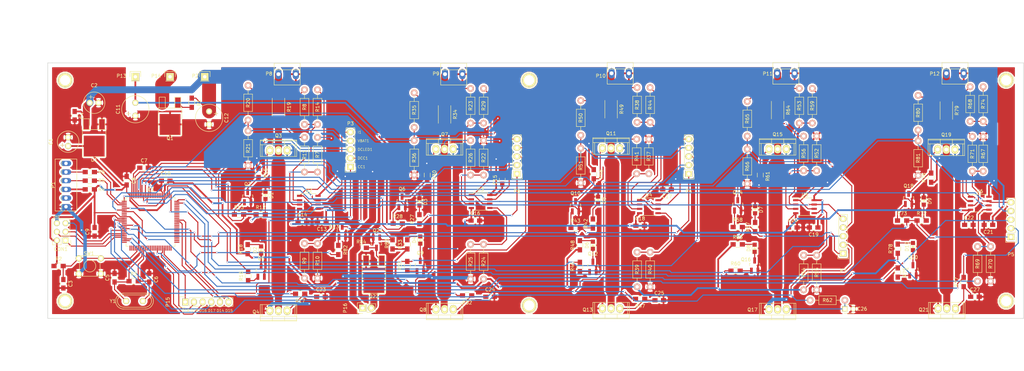
<source format=kicad_pcb>
(kicad_pcb (version 4) (host pcbnew "(2015-08-28 BZR 6132)-product")
  (layers (0 F.Cu signal) (31 B.Cu signal) (34 B.Paste user) (35 F.Paste user) (36 B.SilkS user) (37 F.SilkS user) (38 B.Mask user) (39 F.Mask user) (44 Edge.Cuts user))
  (net 0 "")
  (net 1 GND)
  (net 2 VCC)
  (net 3 +15V)
  (net 4 /RESET)
  (net 5 "Net-(C5-Pad1)")
  (net 6 "Net-(C6-Pad1)")
  (net 7 "Net-(C7-Pad1)")
  (net 8 -15V)
  (net 9 /MISO)
  (net 10 /SCK)
  (net 11 /MOSI)
  (net 12 "Net-(D1-Pad2)")
  (net 13 "Net-(D2-Pad2)")
  (net 14 "Net-(D2-Pad1)")
  (net 15 "Net-(D3-Pad2)")
  (net 16 "Net-(D4-Pad2)")
  (net 17 "Net-(D4-Pad1)")
  (net 18 "Net-(D5-Pad2)")
  (net 19 "Net-(D6-Pad2)")
  (net 20 "Net-(D6-Pad1)")
  (net 21 "Net-(D7-Pad2)")
  (net 22 "Net-(D8-Pad2)")
  (net 23 "Net-(D8-Pad1)")
  (net 24 "Net-(D9-Pad2)")
  (net 25 "Net-(D10-Pad2)")
  (net 26 "Net-(D10-Pad1)")
  (net 27 /RX0)
  (net 28 /TX0)
  (net 29 /Sheet561CB83A/dchg_ctrl2)
  (net 30 /Sheet561CB83A/chg_ctrl1)
  (net 31 /Sheet561CB83A/dchg_ctrl1)
  (net 32 /RX2)
  (net 33 /TX2)
  (net 34 /Sheet561D4A90/chg_ctrl3)
  (net 35 /Sheet561D4A90/dchg_ctrl3)
  (net 36 /Sheet561D4A90/chg_ctrl4)
  (net 37 /Sheet561D4A90/dchg_ctrl4)
  (net 38 /Sheet561DD110/chg_ctrl5)
  (net 39 /Sheet561DD110/dchg_ctrl5)
  (net 40 /RX1)
  (net 41 /TX1)
  (net 42 /RX3)
  (net 43 /TX3)
  (net 44 /Sheet561DD110/dc_led5)
  (net 45 /Sheet561D4A90/dc_led4)
  (net 46 /Sheet561D4A90/dc_led3)
  (net 47 /Sheet561CB83A/dc_led2)
  (net 48 /Sheet561CB83A/dc_led1)
  (net 49 /Sheet561DD110/i5)
  (net 50 /Sheet561DD110/vbat5)
  (net 51 /Sheet561D4A90/i4)
  (net 52 /Sheet561D4A90/vbat4)
  (net 53 /Sheet561D4A90/i3)
  (net 54 /Sheet561D4A90/vbat3)
  (net 55 /Sheet561CB83A/i2)
  (net 56 /Sheet561CB83A/vbat2)
  (net 57 /Sheet561CB83A/i1)
  (net 58 /Sheet561CB83A/vbat1)
  (net 59 "Net-(P1-Pad3)")
  (net 60 "Net-(P1-Pad4)")
  (net 61 "Net-(P1-Pad5)")
  (net 62 /Sheet561CB83A/bat1+)
  (net 63 /Sheet561CB83A/bat2+)
  (net 64 /Sheet561D4A90/bat3+)
  (net 65 /Sheet561D4A90/bat4+)
  (net 66 /Sheet561DD110/bat5+)
  (net 67 GNDPWR)
  (net 68 "Net-(Q1-Pad1)")
  (net 69 "Net-(Q2-Pad1)")
  (net 70 "Net-(Q2-Pad3)")
  (net 71 /Sheet561CB83A/shunt1_high)
  (net 72 "Net-(Q5-Pad1)")
  (net 73 "Net-(Q6-Pad1)")
  (net 74 "Net-(Q6-Pad3)")
  (net 75 /Sheet561CB83A/shunt2_high)
  (net 76 "Net-(Q9-Pad1)")
  (net 77 "Net-(Q10-Pad1)")
  (net 78 "Net-(Q10-Pad3)")
  (net 79 /Sheet561D4A90/shunt3_high)
  (net 80 "Net-(Q12-Pad1)")
  (net 81 "Net-(Q14-Pad1)")
  (net 82 "Net-(Q14-Pad3)")
  (net 83 /Sheet561D4A90/shunt4_high)
  (net 84 "Net-(Q16-Pad1)")
  (net 85 "Net-(Q18-Pad1)")
  (net 86 "Net-(Q18-Pad3)")
  (net 87 /Sheet561DD110/shunt5_high)
  (net 88 "Net-(Q20-Pad1)")
  (net 89 "Net-(R14-Pad1)")
  (net 90 "Net-(R10-Pad1)")
  (net 91 "Net-(R14-Pad2)")
  (net 92 "Net-(R23-Pad1)")
  (net 93 "Net-(R24-Pad2)")
  (net 94 "Net-(R29-Pad2)")
  (net 95 "Net-(R37-Pad1)")
  (net 96 "Net-(R38-Pad1)")
  (net 97 "Net-(R39-Pad2)")
  (net 98 "Net-(R44-Pad2)")
  (net 99 "Net-(R52-Pad1)")
  (net 100 "Net-(R53-Pad1)")
  (net 101 "Net-(R54-Pad2)")
  (net 102 "Net-(R59-Pad2)")
  (net 103 "Net-(R67-Pad1)")
  (net 104 "Net-(R68-Pad1)")
  (net 105 "Net-(R69-Pad2)")
  (net 106 "Net-(R74-Pad2)")
  (net 107 "Net-(R11-Pad2)")
  (net 108 "Net-(R22-Pad1)")
  (net 109 /Sheet561CB83A/chg_ctrl2)
  (net 110 /Sheet561DD110/fan_ctrl)
  (net 111 "Net-(P16-Pad2)")
  (net 112 "Net-(Q22-Pad1)")
  (net 113 "Net-(Q23-Pad1)")
  (net 114 "Net-(Q23-Pad3)")
  (net 115 "Net-(C23-Pad1)")
  (net 116 "Net-(C24-Pad1)")
  (net 117 "Net-(C25-Pad1)")
  (net 118 "Net-(C26-Pad1)")
  (net 119 "Net-(C27-Pad1)")
  (module Capacitors_Elko_ThroughHole:Elko_vert_11.2x6.3mm_RM2.5 (layer F.Cu) (at 17.399 47.244 90)
    (fp_text reference C1 (at 1.27 -5.08 90) (layer F.SilkS))
    (fp_text value 47uF)
    (fp_line (start 0.26924 -1.69926) (end 0.76962 -1.69926) (layer F.Cu) (width 0.15))
    (fp_line (start 0.26924 -1.69926) (end 0.26924 -2.19964) (layer F.Cu) (width 0.15))
    (fp_line (start -0.23114 -1.69926) (end 0.26924 -1.69926) (layer F.Cu) (width 0.15))
    (fp_line (start 0.26924 -1.69926) (end 0.26924 -1.30048) (layer F.Cu) (width 0.15))
    (fp_line (start 0.26924 -1.30048) (end 0.26924 -1.19888) (layer F.Cu) (width 0.15))
    (pad 2 thru_hole circle (at 2.54 0 90) (size 1.778 1.778) (drill 1.016) (layers *.Cu *.Mask F.SilkS) (net 1 GND))
    (pad 1 thru_hole circle (at 0 0 90) (size 1.778 1.778) (drill 1.016) (layers *.Cu *.Mask F.SilkS) (net 2 VCC))
  )
  (module Capacitors_Elko_ThroughHole:Elko_vert_11.2x6.3mm_RM2.5 (layer F.Cu) (at 23.749 34.544)
    (fp_text reference C2 (at 1.27 -5.08) (layer F.SilkS))
    (fp_text value 47uF)
    (fp_line (start 0.26924 -1.69926) (end 0.76962 -1.69926) (layer F.Cu) (width 0.15))
    (fp_line (start 0.26924 -1.69926) (end 0.26924 -2.19964) (layer F.Cu) (width 0.15))
    (fp_line (start -0.23114 -1.69926) (end 0.26924 -1.69926) (layer F.Cu) (width 0.15))
    (fp_line (start 0.26924 -1.69926) (end 0.26924 -1.30048) (layer F.Cu) (width 0.15))
    (fp_line (start 0.26924 -1.30048) (end 0.26924 -1.19888) (layer F.Cu) (width 0.15))
    (pad 2 thru_hole circle (at 2.54 0) (size 1.778 1.778) (drill 1.016) (layers *.Cu *.Mask F.SilkS) (net 1 GND))
    (pad 1 thru_hole circle (at 0 0) (size 1.778 1.778) (drill 1.016) (layers *.Cu *.Mask F.SilkS) (net 3 +15V))
  )
  (module Capacitors_SMD:C_0805_HandSoldering (layer F.Cu) (at 16.002 87.63 270)
    (fp_text reference C3 (at 0 -2.1 270) (layer F.SilkS))
    (fp_text value 22pF)
    (pad 1 smd rect (at -1.25 0 270) (size 1.5 1.25) (layers F.Cu F.Paste F.Mask) (net 4 /RESET))
    (pad 2 smd rect (at 1.25 0 270) (size 1.5 1.25) (layers F.Cu F.Paste F.Mask) (net 1 GND))
  )
  (module Capacitors_SMD:C_0805_HandSoldering (layer F.Cu) (at 19.304 38.354 270)
    (fp_text reference C4 (at 0 -2.1 270) (layer F.SilkS))
    (fp_text value 100nF)
    (pad 1 smd rect (at -1.25 0 270) (size 1.5 1.25) (layers F.Cu F.Paste F.Mask) (net 3 +15V))
    (pad 2 smd rect (at 1.25 0 270) (size 1.5 1.25) (layers F.Cu F.Paste F.Mask) (net 1 GND))
  )
  (module Capacitors_SMD:C_0805_HandSoldering (layer F.Cu) (at 30.988 85.852 90)
    (fp_text reference C5 (at 0 -2.1 90) (layer F.SilkS))
    (fp_text value 22pF)
    (pad 1 smd rect (at -1.25 0 90) (size 1.5 1.25) (layers F.Cu F.Paste F.Mask) (net 5 "Net-(C5-Pad1)"))
    (pad 2 smd rect (at 1.25 0 90) (size 1.5 1.25) (layers F.Cu F.Paste F.Mask) (net 1 GND))
  )
  (module Capacitors_SMD:C_0805_HandSoldering (layer F.Cu) (at 41.148 85.852 90)
    (fp_text reference C6 (at -0.508 2.032 90) (layer F.SilkS))
    (fp_text value 22pF)
    (pad 1 smd rect (at -1.25 0 90) (size 1.5 1.25) (layers F.Cu F.Paste F.Mask) (net 6 "Net-(C6-Pad1)"))
    (pad 2 smd rect (at 1.25 0 90) (size 1.5 1.25) (layers F.Cu F.Paste F.Mask) (net 1 GND))
  )
  (module Capacitors_SMD:C_0805_HandSoldering (layer F.Cu) (at 39.624 53.594)
    (fp_text reference C7 (at 0 -2.1) (layer F.SilkS))
    (fp_text value 100nF)
    (pad 1 smd rect (at -1.25 0) (size 1.5 1.25) (layers F.Cu F.Paste F.Mask) (net 7 "Net-(C7-Pad1)"))
    (pad 2 smd rect (at 1.25 0) (size 1.5 1.25) (layers F.Cu F.Paste F.Mask) (net 1 GND))
  )
  (module Capacitors_SMD:C_0805_HandSoldering (layer F.Cu) (at 34.544 57.404 270)
    (fp_text reference C8 (at 0 -2.1 270) (layer F.SilkS))
    (fp_text value 100nF)
    (pad 1 smd rect (at -1.25 0 270) (size 1.5 1.25) (layers F.Cu F.Paste F.Mask) (net 1 GND))
    (pad 2 smd rect (at 1.25 0 270) (size 1.5 1.25) (layers F.Cu F.Paste F.Mask) (net 2 VCC))
  )
  (module Capacitors_SMD:C_0805_HandSoldering (layer F.Cu) (at 25.146 72.39 90)
    (fp_text reference C9 (at 0 -2.1 90) (layer F.SilkS))
    (fp_text value 100nF)
    (pad 1 smd rect (at -1.25 0 90) (size 1.5 1.25) (layers F.Cu F.Paste F.Mask) (net 1 GND))
    (pad 2 smd rect (at 1.25 0 90) (size 1.5 1.25) (layers F.Cu F.Paste F.Mask) (net 2 VCC))
  )
  (module Capacitors_SMD:C_0805_HandSoldering (layer F.Cu) (at 45.974 57.404)
    (fp_text reference C10 (at 0 -2.1) (layer F.SilkS))
    (fp_text value 100nF)
    (pad 1 smd rect (at -1.25 0) (size 1.5 1.25) (layers F.Cu F.Paste F.Mask) (net 1 GND))
    (pad 2 smd rect (at 1.25 0) (size 1.5 1.25) (layers F.Cu F.Paste F.Mask) (net 2 VCC))
  )
  (module Capacitors_SMD:C_0805_HandSoldering (layer F.Cu) (at 91.694 69.469 180)
    (fp_text reference C13 (at 0 -2.1 180) (layer F.SilkS))
    (fp_text value 0.1uF)
    (pad 1 smd rect (at -1.25 0 180) (size 1.5 1.25) (layers F.Cu F.Paste F.Mask) (net 3 +15V))
    (pad 2 smd rect (at 1.25 0 180) (size 1.5 1.25) (layers F.Cu F.Paste F.Mask) (net 1 GND))
  )
  (module Capacitors_SMD:C_0805_HandSoldering (layer F.Cu) (at 85.979 69.469)
    (fp_text reference C14 (at 0 -2.1) (layer F.SilkS))
    (fp_text value 0.1uF)
    (pad 1 smd rect (at -1.25 0) (size 1.5 1.25) (layers F.Cu F.Paste F.Mask) (net 8 -15V))
    (pad 2 smd rect (at 1.25 0) (size 1.5 1.25) (layers F.Cu F.Paste F.Mask) (net 1 GND))
  )
  (module Capacitors_SMD:C_0805_HandSoldering (layer F.Cu) (at 144.526 57.15 90)
    (fp_text reference C15 (at 0 -2.1 90) (layer F.SilkS))
    (fp_text value 0.1uF)
    (pad 1 smd rect (at -1.25 0 90) (size 1.5 1.25) (layers F.Cu F.Paste F.Mask) (net 3 +15V))
    (pad 2 smd rect (at 1.25 0 90) (size 1.5 1.25) (layers F.Cu F.Paste F.Mask) (net 1 GND))
  )
  (module Capacitors_SMD:C_0805_HandSoldering (layer F.Cu) (at 136.652 69.088)
    (fp_text reference C16 (at 0 -2.1) (layer F.SilkS))
    (fp_text value 0.1uF)
    (pad 1 smd rect (at -1.25 0) (size 1.5 1.25) (layers F.Cu F.Paste F.Mask) (net 8 -15V))
    (pad 2 smd rect (at 1.25 0) (size 1.5 1.25) (layers F.Cu F.Paste F.Mask) (net 1 GND))
  )
  (module Capacitors_SMD:C_0805_HandSoldering (layer F.Cu) (at 192.786 59.944 180)
    (fp_text reference C17 (at 0 -2.1 180) (layer F.SilkS))
    (fp_text value 0.1uF)
    (pad 1 smd rect (at -1.25 0 180) (size 1.5 1.25) (layers F.Cu F.Paste F.Mask) (net 3 +15V))
    (pad 2 smd rect (at 1.25 0 180) (size 1.5 1.25) (layers F.Cu F.Paste F.Mask) (net 1 GND))
  )
  (module Capacitors_SMD:C_0805_HandSoldering (layer F.Cu) (at 184.912 70.612)
    (fp_text reference C18 (at 0 -2.1) (layer F.SilkS))
    (fp_text value 0.1uF)
    (pad 1 smd rect (at -1.25 0) (size 1.5 1.25) (layers F.Cu F.Paste F.Mask) (net 8 -15V))
    (pad 2 smd rect (at 1.25 0) (size 1.5 1.25) (layers F.Cu F.Paste F.Mask) (net 1 GND))
  )
  (module Capacitors_SMD:C_0805_HandSoldering (layer F.Cu) (at 235.712 71.12 180)
    (fp_text reference C19 (at 0 -2.1 180) (layer F.SilkS))
    (fp_text value 0.1uF)
    (pad 1 smd rect (at -1.25 0 180) (size 1.5 1.25) (layers F.Cu F.Paste F.Mask) (net 3 +15V))
    (pad 2 smd rect (at 1.25 0 180) (size 1.5 1.25) (layers F.Cu F.Paste F.Mask) (net 1 GND))
  )
  (module Capacitors_SMD:C_0805_HandSoldering (layer F.Cu) (at 229.616 71.12)
    (fp_text reference C20 (at 0 -2.1) (layer F.SilkS))
    (fp_text value 0.1uF)
    (pad 1 smd rect (at -1.25 0) (size 1.5 1.25) (layers F.Cu F.Paste F.Mask) (net 8 -15V))
    (pad 2 smd rect (at 1.25 0) (size 1.5 1.25) (layers F.Cu F.Paste F.Mask) (net 1 GND))
  )
  (module Capacitors_SMD:C_0805_HandSoldering (layer F.Cu) (at 286.893 70.358 180)
    (fp_text reference C21 (at 0 -2.1 180) (layer F.SilkS))
    (fp_text value 0.1uF)
    (pad 1 smd rect (at -1.25 0 180) (size 1.5 1.25) (layers F.Cu F.Paste F.Mask) (net 3 +15V))
    (pad 2 smd rect (at 1.25 0 180) (size 1.5 1.25) (layers F.Cu F.Paste F.Mask) (net 1 GND))
  )
  (module Capacitors_SMD:C_0805_HandSoldering (layer F.Cu) (at 281.178 70.358)
    (fp_text reference C22 (at 0 -2.1) (layer F.SilkS))
    (fp_text value 0.1uF)
    (pad 1 smd rect (at -1.25 0) (size 1.5 1.25) (layers F.Cu F.Paste F.Mask) (net 8 -15V))
    (pad 2 smd rect (at 1.25 0) (size 1.5 1.25) (layers F.Cu F.Paste F.Mask) (net 1 GND))
  )
  (module Pin_Headers:Pin_Header_Straight_2x03 (layer F.Cu) (at 16.637 74.93 180)
    (fp_text reference CON1 (at 1.397 -2.54 180) (layer F.SilkS))
    (fp_text value AVR-ISP-6)
    (pad 1 thru_hole rect (at 0 0 180) (size 1.7272 1.7272) (drill 1.016) (layers *.Cu *.Mask F.SilkS) (net 9 /MISO))
    (pad 2 thru_hole oval (at 2.54 0 180) (size 1.7272 1.7272) (drill 1.016) (layers *.Cu *.Mask F.SilkS) (net 2 VCC))
    (pad 3 thru_hole oval (at 0 2.54 180) (size 1.7272 1.7272) (drill 1.016) (layers *.Cu *.Mask F.SilkS) (net 10 /SCK))
    (pad 4 thru_hole oval (at 2.54 2.54 180) (size 1.7272 1.7272) (drill 1.016) (layers *.Cu *.Mask F.SilkS) (net 11 /MOSI))
    (pad 5 thru_hole oval (at 0 5.08 180) (size 1.7272 1.7272) (drill 1.016) (layers *.Cu *.Mask F.SilkS) (net 4 /RESET))
    (pad 6 thru_hole oval (at 2.54 5.08 180) (size 1.7272 1.7272) (drill 1.016) (layers *.Cu *.Mask F.SilkS) (net 1 GND))
  )
  (module LEDs:LED-0805 (layer F.Cu) (at 75.184 61.722 270)
    (fp_text reference D1 (at 0 -1.75 270) (layer F.SilkS))
    (fp_text value LED)
    (pad 2 smd rect (at 1.04902 0 90) (size 1.19888 1.19888) (layers F.Cu F.Paste F.Mask) (net 12 "Net-(D1-Pad2)"))
    (pad 1 smd rect (at -1.04902 0 90) (size 1.19888 1.19888) (layers F.Cu F.Paste F.Mask) (net 1 GND))
  )
  (module LEDs:LED-0805 (layer F.Cu) (at 73.914 77.724 90)
    (fp_text reference D2 (at 0 -1.75 90) (layer F.SilkS))
    (fp_text value LED)
    (pad 2 smd rect (at 1.04902 0 270) (size 1.19888 1.19888) (layers F.Cu F.Paste F.Mask) (net 13 "Net-(D2-Pad2)"))
    (pad 1 smd rect (at -1.04902 0 270) (size 1.19888 1.19888) (layers F.Cu F.Paste F.Mask) (net 14 "Net-(D2-Pad1)"))
  )
  (module LEDs:LED-0805 (layer F.Cu) (at 120.269 63.627 270)
    (fp_text reference D3 (at 0 -1.75 270) (layer F.SilkS))
    (fp_text value LED)
    (pad 2 smd rect (at 1.04902 0 90) (size 1.19888 1.19888) (layers F.Cu F.Paste F.Mask) (net 15 "Net-(D3-Pad2)"))
    (pad 1 smd rect (at -1.04902 0 90) (size 1.19888 1.19888) (layers F.Cu F.Paste F.Mask) (net 1 GND))
  )
  (module LEDs:LED-0805 (layer F.Cu) (at 120.523 74.803 90)
    (fp_text reference D4 (at 0 -1.75 90) (layer F.SilkS))
    (fp_text value LED)
    (pad 2 smd rect (at 1.04902 0 270) (size 1.19888 1.19888) (layers F.Cu F.Paste F.Mask) (net 16 "Net-(D4-Pad2)"))
    (pad 1 smd rect (at -1.04902 0 270) (size 1.19888 1.19888) (layers F.Cu F.Paste F.Mask) (net 17 "Net-(D4-Pad1)"))
  )
  (module LEDs:LED-0805 (layer F.Cu) (at 172.593 63.119 270)
    (fp_text reference D5 (at 0 -1.75 270) (layer F.SilkS))
    (fp_text value LED)
    (pad 2 smd rect (at 1.04902 0 90) (size 1.19888 1.19888) (layers F.Cu F.Paste F.Mask) (net 18 "Net-(D5-Pad2)"))
    (pad 1 smd rect (at -1.04902 0 90) (size 1.19888 1.19888) (layers F.Cu F.Paste F.Mask) (net 1 GND))
  )
  (module LEDs:LED-0805 (layer F.Cu) (at 171.069 76.327 90)
    (fp_text reference D6 (at 0 -1.75 90) (layer F.SilkS))
    (fp_text value LED)
    (pad 2 smd rect (at 1.04902 0 270) (size 1.19888 1.19888) (layers F.Cu F.Paste F.Mask) (net 19 "Net-(D6-Pad2)"))
    (pad 1 smd rect (at -1.04902 0 270) (size 1.19888 1.19888) (layers F.Cu F.Paste F.Mask) (net 20 "Net-(D6-Pad1)"))
  )
  (module LEDs:LED-0805 (layer F.Cu) (at 218.567 65.913 270)
    (fp_text reference D7 (at 0 -1.75 270) (layer F.SilkS))
    (fp_text value LED)
    (pad 2 smd rect (at 1.04902 0 90) (size 1.19888 1.19888) (layers F.Cu F.Paste F.Mask) (net 21 "Net-(D7-Pad2)"))
    (pad 1 smd rect (at -1.04902 0 90) (size 1.19888 1.19888) (layers F.Cu F.Paste F.Mask) (net 1 GND))
  )
  (module LEDs:LED-0805 (layer F.Cu) (at 218.44 77.216 90)
    (fp_text reference D8 (at 0 -1.75 90) (layer F.SilkS))
    (fp_text value LED)
    (pad 2 smd rect (at 1.04902 0 270) (size 1.19888 1.19888) (layers F.Cu F.Paste F.Mask) (net 22 "Net-(D8-Pad2)"))
    (pad 1 smd rect (at -1.04902 0 270) (size 1.19888 1.19888) (layers F.Cu F.Paste F.Mask) (net 23 "Net-(D8-Pad1)"))
  )
  (module LEDs:LED-0805 (layer F.Cu) (at 267.97 63.373 270)
    (fp_text reference D9 (at 0 -1.75 270) (layer F.SilkS))
    (fp_text value LED)
    (pad 2 smd rect (at 1.04902 0 90) (size 1.19888 1.19888) (layers F.Cu F.Paste F.Mask) (net 24 "Net-(D9-Pad2)"))
    (pad 1 smd rect (at -1.04902 0 90) (size 1.19888 1.19888) (layers F.Cu F.Paste F.Mask) (net 1 GND))
  )
  (module LEDs:LED-0805 (layer F.Cu) (at 264.795 76.708 90)
    (fp_text reference D10 (at 0 -1.75 90) (layer F.SilkS))
    (fp_text value LED)
    (pad 2 smd rect (at 1.04902 0 270) (size 1.19888 1.19888) (layers F.Cu F.Paste F.Mask) (net 25 "Net-(D10-Pad2)"))
    (pad 1 smd rect (at -1.04902 0 270) (size 1.19888 1.19888) (layers F.Cu F.Paste F.Mask) (net 26 "Net-(D10-Pad1)"))
  )
  (module Housings_QFP:TQFP-100_14x14mm_Pitch0.5mm (layer F.Cu) (at 41.529 69.469)
    (fp_text reference IC1 (at 0 -9.45) (layer F.SilkS))
    (fp_text value ATMEGA2560-A)
    (pad 1 smd rect (at -7.7 -6) (size 1.5 0.3) (layers F.Cu F.Paste F.Mask) (net 109 /Sheet561CB83A/chg_ctrl2))
    (pad 2 smd rect (at -7.7 -5.5) (size 1.5 0.3) (layers F.Cu F.Paste F.Mask) (net 27 /RX0))
    (pad 3 smd rect (at -7.7 -5) (size 1.5 0.3) (layers F.Cu F.Paste F.Mask) (net 28 /TX0))
    (pad 4 smd rect (at -7.7 -4.5) (size 1.5 0.3) (layers F.Cu F.Paste F.Mask))
    (pad 5 smd rect (at -7.7 -4) (size 1.5 0.3) (layers F.Cu F.Paste F.Mask) (net 29 /Sheet561CB83A/dchg_ctrl2))
    (pad 6 smd rect (at -7.7 -3.5) (size 1.5 0.3) (layers F.Cu F.Paste F.Mask) (net 30 /Sheet561CB83A/chg_ctrl1))
    (pad 7 smd rect (at -7.7 -3) (size 1.5 0.3) (layers F.Cu F.Paste F.Mask) (net 31 /Sheet561CB83A/dchg_ctrl1))
    (pad 8 smd rect (at -7.7 -2.5) (size 1.5 0.3) (layers F.Cu F.Paste F.Mask))
    (pad 9 smd rect (at -7.7 -2) (size 1.5 0.3) (layers F.Cu F.Paste F.Mask))
    (pad 10 smd rect (at -7.7 -1.5) (size 1.5 0.3) (layers F.Cu F.Paste F.Mask) (net 2 VCC))
    (pad 11 smd rect (at -7.7 -1) (size 1.5 0.3) (layers F.Cu F.Paste F.Mask) (net 1 GND))
    (pad 12 smd rect (at -7.7 -0.5) (size 1.5 0.3) (layers F.Cu F.Paste F.Mask) (net 32 /RX2))
    (pad 13 smd rect (at -7.7 0) (size 1.5 0.3) (layers F.Cu F.Paste F.Mask) (net 33 /TX2))
    (pad 14 smd rect (at -7.7 0.5) (size 1.5 0.3) (layers F.Cu F.Paste F.Mask))
    (pad 15 smd rect (at -7.7 1) (size 1.5 0.3) (layers F.Cu F.Paste F.Mask) (net 34 /Sheet561D4A90/chg_ctrl3))
    (pad 16 smd rect (at -7.7 1.5) (size 1.5 0.3) (layers F.Cu F.Paste F.Mask) (net 35 /Sheet561D4A90/dchg_ctrl3))
    (pad 17 smd rect (at -7.7 2) (size 1.5 0.3) (layers F.Cu F.Paste F.Mask) (net 36 /Sheet561D4A90/chg_ctrl4))
    (pad 18 smd rect (at -7.7 2.5) (size 1.5 0.3) (layers F.Cu F.Paste F.Mask) (net 37 /Sheet561D4A90/dchg_ctrl4))
    (pad 19 smd rect (at -7.7 3) (size 1.5 0.3) (layers F.Cu F.Paste F.Mask))
    (pad 20 smd rect (at -7.7 3.5) (size 1.5 0.3) (layers F.Cu F.Paste F.Mask) (net 10 /SCK))
    (pad 21 smd rect (at -7.7 4) (size 1.5 0.3) (layers F.Cu F.Paste F.Mask) (net 11 /MOSI))
    (pad 22 smd rect (at -7.7 4.5) (size 1.5 0.3) (layers F.Cu F.Paste F.Mask) (net 9 /MISO))
    (pad 23 smd rect (at -7.7 5) (size 1.5 0.3) (layers F.Cu F.Paste F.Mask) (net 38 /Sheet561DD110/chg_ctrl5))
    (pad 24 smd rect (at -7.7 5.5) (size 1.5 0.3) (layers F.Cu F.Paste F.Mask) (net 39 /Sheet561DD110/dchg_ctrl5))
    (pad 25 smd rect (at -7.7 6) (size 1.5 0.3) (layers F.Cu F.Paste F.Mask))
    (pad 26 smd rect (at -6 7.7 90) (size 1.5 0.3) (layers F.Cu F.Paste F.Mask))
    (pad 27 smd rect (at -5.5 7.7 90) (size 1.5 0.3) (layers F.Cu F.Paste F.Mask))
    (pad 28 smd rect (at -5 7.7 90) (size 1.5 0.3) (layers F.Cu F.Paste F.Mask))
    (pad 29 smd rect (at -4.5 7.7 90) (size 1.5 0.3) (layers F.Cu F.Paste F.Mask))
    (pad 30 smd rect (at -4 7.7 90) (size 1.5 0.3) (layers F.Cu F.Paste F.Mask) (net 4 /RESET))
    (pad 31 smd rect (at -3.5 7.7 90) (size 1.5 0.3) (layers F.Cu F.Paste F.Mask) (net 2 VCC))
    (pad 32 smd rect (at -3 7.7 90) (size 1.5 0.3) (layers F.Cu F.Paste F.Mask) (net 1 GND))
    (pad 33 smd rect (at -2.5 7.7 90) (size 1.5 0.3) (layers F.Cu F.Paste F.Mask) (net 5 "Net-(C5-Pad1)"))
    (pad 34 smd rect (at -2 7.7 90) (size 1.5 0.3) (layers F.Cu F.Paste F.Mask) (net 6 "Net-(C6-Pad1)"))
    (pad 35 smd rect (at -1.5 7.7 90) (size 1.5 0.3) (layers F.Cu F.Paste F.Mask))
    (pad 36 smd rect (at -1 7.7 90) (size 1.5 0.3) (layers F.Cu F.Paste F.Mask))
    (pad 37 smd rect (at -0.5 7.7 90) (size 1.5 0.3) (layers F.Cu F.Paste F.Mask))
    (pad 38 smd rect (at 0 7.7 90) (size 1.5 0.3) (layers F.Cu F.Paste F.Mask))
    (pad 39 smd rect (at 0.5 7.7 90) (size 1.5 0.3) (layers F.Cu F.Paste F.Mask))
    (pad 40 smd rect (at 1 7.7 90) (size 1.5 0.3) (layers F.Cu F.Paste F.Mask))
    (pad 41 smd rect (at 1.5 7.7 90) (size 1.5 0.3) (layers F.Cu F.Paste F.Mask))
    (pad 42 smd rect (at 2 7.7 90) (size 1.5 0.3) (layers F.Cu F.Paste F.Mask) (net 110 /Sheet561DD110/fan_ctrl))
    (pad 43 smd rect (at 2.5 7.7 90) (size 1.5 0.3) (layers F.Cu F.Paste F.Mask))
    (pad 44 smd rect (at 3 7.7 90) (size 1.5 0.3) (layers F.Cu F.Paste F.Mask))
    (pad 45 smd rect (at 3.5 7.7 90) (size 1.5 0.3) (layers F.Cu F.Paste F.Mask) (net 40 /RX1))
    (pad 46 smd rect (at 4 7.7 90) (size 1.5 0.3) (layers F.Cu F.Paste F.Mask) (net 41 /TX1))
    (pad 47 smd rect (at 4.5 7.7 90) (size 1.5 0.3) (layers F.Cu F.Paste F.Mask))
    (pad 48 smd rect (at 5 7.7 90) (size 1.5 0.3) (layers F.Cu F.Paste F.Mask))
    (pad 49 smd rect (at 5.5 7.7 90) (size 1.5 0.3) (layers F.Cu F.Paste F.Mask))
    (pad 50 smd rect (at 6 7.7 90) (size 1.5 0.3) (layers F.Cu F.Paste F.Mask))
    (pad 51 smd rect (at 7.7 6) (size 1.5 0.3) (layers F.Cu F.Paste F.Mask))
    (pad 52 smd rect (at 7.7 5.5) (size 1.5 0.3) (layers F.Cu F.Paste F.Mask))
    (pad 53 smd rect (at 7.7 5) (size 1.5 0.3) (layers F.Cu F.Paste F.Mask))
    (pad 54 smd rect (at 7.7 4.5) (size 1.5 0.3) (layers F.Cu F.Paste F.Mask))
    (pad 55 smd rect (at 7.7 4) (size 1.5 0.3) (layers F.Cu F.Paste F.Mask))
    (pad 56 smd rect (at 7.7 3.5) (size 1.5 0.3) (layers F.Cu F.Paste F.Mask))
    (pad 57 smd rect (at 7.7 3) (size 1.5 0.3) (layers F.Cu F.Paste F.Mask))
    (pad 58 smd rect (at 7.7 2.5) (size 1.5 0.3) (layers F.Cu F.Paste F.Mask))
    (pad 59 smd rect (at 7.7 2) (size 1.5 0.3) (layers F.Cu F.Paste F.Mask))
    (pad 60 smd rect (at 7.7 1.5) (size 1.5 0.3) (layers F.Cu F.Paste F.Mask))
    (pad 61 smd rect (at 7.7 1) (size 1.5 0.3) (layers F.Cu F.Paste F.Mask))
    (pad 62 smd rect (at 7.7 0.5) (size 1.5 0.3) (layers F.Cu F.Paste F.Mask))
    (pad 63 smd rect (at 7.7 0) (size 1.5 0.3) (layers F.Cu F.Paste F.Mask) (net 42 /RX3))
    (pad 64 smd rect (at 7.7 -0.5) (size 1.5 0.3) (layers F.Cu F.Paste F.Mask) (net 43 /TX3))
    (pad 65 smd rect (at 7.7 -1) (size 1.5 0.3) (layers F.Cu F.Paste F.Mask))
    (pad 66 smd rect (at 7.7 -1.5) (size 1.5 0.3) (layers F.Cu F.Paste F.Mask))
    (pad 67 smd rect (at 7.7 -2) (size 1.5 0.3) (layers F.Cu F.Paste F.Mask))
    (pad 68 smd rect (at 7.7 -2.5) (size 1.5 0.3) (layers F.Cu F.Paste F.Mask))
    (pad 69 smd rect (at 7.7 -3) (size 1.5 0.3) (layers F.Cu F.Paste F.Mask))
    (pad 70 smd rect (at 7.7 -3.5) (size 1.5 0.3) (layers F.Cu F.Paste F.Mask))
    (pad 71 smd rect (at 7.7 -4) (size 1.5 0.3) (layers F.Cu F.Paste F.Mask))
    (pad 72 smd rect (at 7.7 -4.5) (size 1.5 0.3) (layers F.Cu F.Paste F.Mask))
    (pad 73 smd rect (at 7.7 -5) (size 1.5 0.3) (layers F.Cu F.Paste F.Mask))
    (pad 74 smd rect (at 7.7 -5.5) (size 1.5 0.3) (layers F.Cu F.Paste F.Mask) (net 44 /Sheet561DD110/dc_led5))
    (pad 75 smd rect (at 7.7 -6) (size 1.5 0.3) (layers F.Cu F.Paste F.Mask) (net 45 /Sheet561D4A90/dc_led4))
    (pad 76 smd rect (at 6 -7.7 90) (size 1.5 0.3) (layers F.Cu F.Paste F.Mask) (net 46 /Sheet561D4A90/dc_led3))
    (pad 77 smd rect (at 5.5 -7.7 90) (size 1.5 0.3) (layers F.Cu F.Paste F.Mask) (net 47 /Sheet561CB83A/dc_led2))
    (pad 78 smd rect (at 5 -7.7 90) (size 1.5 0.3) (layers F.Cu F.Paste F.Mask) (net 48 /Sheet561CB83A/dc_led1))
    (pad 79 smd rect (at 4.5 -7.7 90) (size 1.5 0.3) (layers F.Cu F.Paste F.Mask))
    (pad 80 smd rect (at 4 -7.7 90) (size 1.5 0.3) (layers F.Cu F.Paste F.Mask) (net 2 VCC))
    (pad 81 smd rect (at 3.5 -7.7 90) (size 1.5 0.3) (layers F.Cu F.Paste F.Mask) (net 1 GND))
    (pad 82 smd rect (at 3 -7.7 90) (size 1.5 0.3) (layers F.Cu F.Paste F.Mask))
    (pad 83 smd rect (at 2.5 -7.7 90) (size 1.5 0.3) (layers F.Cu F.Paste F.Mask))
    (pad 84 smd rect (at 2 -7.7 90) (size 1.5 0.3) (layers F.Cu F.Paste F.Mask))
    (pad 85 smd rect (at 1.5 -7.7 90) (size 1.5 0.3) (layers F.Cu F.Paste F.Mask))
    (pad 86 smd rect (at 1 -7.7 90) (size 1.5 0.3) (layers F.Cu F.Paste F.Mask))
    (pad 87 smd rect (at 0.5 -7.7 90) (size 1.5 0.3) (layers F.Cu F.Paste F.Mask))
    (pad 88 smd rect (at 0 -7.7 90) (size 1.5 0.3) (layers F.Cu F.Paste F.Mask) (net 49 /Sheet561DD110/i5))
    (pad 89 smd rect (at -0.5 -7.7 90) (size 1.5 0.3) (layers F.Cu F.Paste F.Mask) (net 50 /Sheet561DD110/vbat5))
    (pad 90 smd rect (at -1 -7.7 90) (size 1.5 0.3) (layers F.Cu F.Paste F.Mask) (net 51 /Sheet561D4A90/i4))
    (pad 91 smd rect (at -1.5 -7.7 90) (size 1.5 0.3) (layers F.Cu F.Paste F.Mask) (net 52 /Sheet561D4A90/vbat4))
    (pad 92 smd rect (at -2 -7.7 90) (size 1.5 0.3) (layers F.Cu F.Paste F.Mask) (net 53 /Sheet561D4A90/i3))
    (pad 93 smd rect (at -2.5 -7.7 90) (size 1.5 0.3) (layers F.Cu F.Paste F.Mask) (net 54 /Sheet561D4A90/vbat3))
    (pad 94 smd rect (at -3 -7.7 90) (size 1.5 0.3) (layers F.Cu F.Paste F.Mask) (net 55 /Sheet561CB83A/i2))
    (pad 95 smd rect (at -3.5 -7.7 90) (size 1.5 0.3) (layers F.Cu F.Paste F.Mask) (net 56 /Sheet561CB83A/vbat2))
    (pad 96 smd rect (at -4 -7.7 90) (size 1.5 0.3) (layers F.Cu F.Paste F.Mask) (net 57 /Sheet561CB83A/i1))
    (pad 97 smd rect (at -4.5 -7.7 90) (size 1.5 0.3) (layers F.Cu F.Paste F.Mask) (net 58 /Sheet561CB83A/vbat1))
    (pad 98 smd rect (at -5 -7.7 90) (size 1.5 0.3) (layers F.Cu F.Paste F.Mask) (net 7 "Net-(C7-Pad1)"))
    (pad 99 smd rect (at -5.5 -7.7 90) (size 1.5 0.3) (layers F.Cu F.Paste F.Mask) (net 1 GND))
    (pad 100 smd rect (at -6 -7.7 90) (size 1.5 0.3) (layers F.Cu F.Paste F.Mask) (net 2 VCC))
  )
  (module Connect:PINHEAD1-6 (layer F.Cu) (at 16.764 58.674 90)
    (fp_text reference P1 (at 0 -3.75 90) (layer F.SilkS))
    (fp_text value FTDI)
    (pad 1 thru_hole oval (at -6.35 0 90) (size 1.50622 3.01498) (drill 1.016) (layers *.Cu *.Mask) (net 1 GND))
    (pad 2 thru_hole oval (at -3.81 0 90) (size 1.50622 3.01498) (drill 1.016) (layers *.Cu *.Mask))
    (pad 3 thru_hole oval (at -1.27 0 90) (size 1.50622 3.01498) (drill 1.016) (layers *.Cu *.Mask) (net 59 "Net-(P1-Pad3)"))
    (pad 4 thru_hole oval (at 1.27 0 90) (size 1.50622 3.01498) (drill 1.016) (layers *.Cu *.Mask) (net 60 "Net-(P1-Pad4)"))
    (pad 5 thru_hole oval (at 3.81 0 90) (size 1.50622 3.01498) (drill 1.016) (layers *.Cu *.Mask) (net 61 "Net-(P1-Pad5)"))
    (pad 6 thru_hole oval (at 6.35 0 90) (size 1.50622 3.01498) (drill 1.016) (layers *.Cu *.Mask))
  )
  (module Pin_Headers:Pin_Header_Straight_1x01 (layer F.Cu) (at 57.404 26.924)
    (fp_text reference P2 (at -2.794 -0.254) (layer F.SilkS))
    (fp_text value +15V)
    (pad 1 thru_hole rect (at 0 0) (size 2.2352 2.2352) (drill 1.016) (layers *.Cu *.Mask F.SilkS) (net 3 +15V))
  )
  (module Pin_Headers:Pin_Header_Straight_1x05 (layer F.Cu) (at 100.076 53.34 180)
    (fp_text reference P3 (at 0 12.7 180) (layer F.SilkS))
    (fp_text value BAT1_TP)
    (pad 1 thru_hole rect (at 0 0 180) (size 2.032 1.7272) (drill 1.016) (layers *.Cu *.Mask F.SilkS) (net 30 /Sheet561CB83A/chg_ctrl1))
    (pad 2 thru_hole oval (at 0 2.54 180) (size 2.032 1.7272) (drill 1.016) (layers *.Cu *.Mask F.SilkS) (net 31 /Sheet561CB83A/dchg_ctrl1))
    (pad 3 thru_hole oval (at 0 5.08 180) (size 2.032 1.7272) (drill 1.016) (layers *.Cu *.Mask F.SilkS) (net 48 /Sheet561CB83A/dc_led1))
    (pad 4 thru_hole oval (at 0 7.62 180) (size 2.032 1.7272) (drill 1.016) (layers *.Cu *.Mask F.SilkS) (net 58 /Sheet561CB83A/vbat1))
    (pad 5 thru_hole oval (at 0 10.16 180) (size 2.032 1.7272) (drill 1.016) (layers *.Cu *.Mask F.SilkS) (net 57 /Sheet561CB83A/i1))
  )
  (module Pin_Headers:Pin_Header_Straight_1x05 (layer F.Cu) (at 199.136 55.372 180)
    (fp_text reference P4 (at 0 -5.1 180) (layer F.SilkS))
    (fp_text value BAT3_TP)
    (pad 1 thru_hole rect (at 0 0 180) (size 2.032 1.7272) (drill 1.016) (layers *.Cu *.Mask F.SilkS) (net 34 /Sheet561D4A90/chg_ctrl3))
    (pad 2 thru_hole oval (at 0 2.54 180) (size 2.032 1.7272) (drill 1.016) (layers *.Cu *.Mask F.SilkS) (net 35 /Sheet561D4A90/dchg_ctrl3))
    (pad 3 thru_hole oval (at 0 5.08 180) (size 2.032 1.7272) (drill 1.016) (layers *.Cu *.Mask F.SilkS) (net 46 /Sheet561D4A90/dc_led3))
    (pad 4 thru_hole oval (at 0 7.62 180) (size 2.032 1.7272) (drill 1.016) (layers *.Cu *.Mask F.SilkS) (net 54 /Sheet561D4A90/vbat3))
    (pad 5 thru_hole oval (at 0 10.16 180) (size 2.032 1.7272) (drill 1.016) (layers *.Cu *.Mask F.SilkS) (net 53 /Sheet561D4A90/i3))
  )
  (module Pin_Headers:Pin_Header_Straight_1x05 (layer F.Cu) (at 293.497 73.914 180)
    (fp_text reference P5 (at 0 -5.1 180) (layer F.SilkS))
    (fp_text value BAT5_TP)
    (pad 1 thru_hole rect (at 0 0 180) (size 2.032 1.7272) (drill 1.016) (layers *.Cu *.Mask F.SilkS) (net 38 /Sheet561DD110/chg_ctrl5))
    (pad 2 thru_hole oval (at 0 2.54 180) (size 2.032 1.7272) (drill 1.016) (layers *.Cu *.Mask F.SilkS) (net 39 /Sheet561DD110/dchg_ctrl5))
    (pad 3 thru_hole oval (at 0 5.08 180) (size 2.032 1.7272) (drill 1.016) (layers *.Cu *.Mask F.SilkS) (net 44 /Sheet561DD110/dc_led5))
    (pad 4 thru_hole oval (at 0 7.62 180) (size 2.032 1.7272) (drill 1.016) (layers *.Cu *.Mask F.SilkS) (net 50 /Sheet561DD110/vbat5))
    (pad 5 thru_hole oval (at 0 10.16 180) (size 2.032 1.7272) (drill 1.016) (layers *.Cu *.Mask F.SilkS) (net 49 /Sheet561DD110/i5))
  )
  (module Pin_Headers:Pin_Header_Straight_1x05 (layer F.Cu) (at 148.844 55.372 180)
    (fp_text reference P6 (at 0 -5.1 180) (layer F.SilkS))
    (fp_text value BAT2_TP)
    (pad 1 thru_hole rect (at 0 0 180) (size 2.032 1.7272) (drill 1.016) (layers *.Cu *.Mask F.SilkS) (net 109 /Sheet561CB83A/chg_ctrl2))
    (pad 2 thru_hole oval (at 0 2.54 180) (size 2.032 1.7272) (drill 1.016) (layers *.Cu *.Mask F.SilkS) (net 29 /Sheet561CB83A/dchg_ctrl2))
    (pad 3 thru_hole oval (at 0 5.08 180) (size 2.032 1.7272) (drill 1.016) (layers *.Cu *.Mask F.SilkS) (net 47 /Sheet561CB83A/dc_led2))
    (pad 4 thru_hole oval (at 0 7.62 180) (size 2.032 1.7272) (drill 1.016) (layers *.Cu *.Mask F.SilkS) (net 56 /Sheet561CB83A/vbat2))
    (pad 5 thru_hole oval (at 0 10.16 180) (size 2.032 1.7272) (drill 1.016) (layers *.Cu *.Mask F.SilkS) (net 55 /Sheet561CB83A/i2))
  )
  (module Pin_Headers:Pin_Header_Straight_1x05 (layer F.Cu) (at 244.348 78.74 180)
    (fp_text reference P7 (at 0 -5.1 180) (layer F.SilkS))
    (fp_text value BAT4_TP)
    (pad 1 thru_hole rect (at 0 0 180) (size 2.032 1.7272) (drill 1.016) (layers *.Cu *.Mask F.SilkS) (net 36 /Sheet561D4A90/chg_ctrl4))
    (pad 2 thru_hole oval (at 0 2.54 180) (size 2.032 1.7272) (drill 1.016) (layers *.Cu *.Mask F.SilkS) (net 37 /Sheet561D4A90/dchg_ctrl4))
    (pad 3 thru_hole oval (at 0 5.08 180) (size 2.032 1.7272) (drill 1.016) (layers *.Cu *.Mask F.SilkS) (net 45 /Sheet561D4A90/dc_led4))
    (pad 4 thru_hole oval (at 0 7.62 180) (size 2.032 1.7272) (drill 1.016) (layers *.Cu *.Mask F.SilkS) (net 52 /Sheet561D4A90/vbat4))
    (pad 5 thru_hole oval (at 0 10.16 180) (size 2.032 1.7272) (drill 1.016) (layers *.Cu *.Mask F.SilkS) (net 51 /Sheet561D4A90/i4))
  )
  (module Pin_Headers:Pin_Header_Straight_1x01 (layer F.Cu) (at 37.084 26.924)
    (fp_text reference P13 (at -4.064 -0.254) (layer F.SilkS))
    (fp_text value -15V)
    (pad 1 thru_hole rect (at 0 0) (size 2.2352 2.2352) (drill 1.016) (layers *.Cu *.Mask F.SilkS) (net 8 -15V))
  )
  (module Pin_Headers:Pin_Header_Straight_1x01 (layer F.Cu) (at 47.244 26.924)
    (fp_text reference P14 (at -4.064 -0.254) (layer F.SilkS))
    (fp_text value GND)
    (pad 1 thru_hole rect (at 0 0) (size 2.2352 2.2352) (drill 1.016) (layers *.Cu *.Mask F.SilkS) (net 67 GNDPWR))
  )
  (module Pin_Headers:Pin_Header_Straight_1x06 (layer F.Cu) (at 51.689 92.964 90)
    (fp_text reference P15 (at 0 -5.1 90) (layer F.SilkS))
    (fp_text value AUX)
    (pad 1 thru_hole rect (at 0 0 90) (size 2.032 1.7272) (drill 1.016) (layers *.Cu *.Mask F.SilkS) (net 41 /TX1))
    (pad 2 thru_hole oval (at 0 2.54 90) (size 2.032 1.7272) (drill 1.016) (layers *.Cu *.Mask F.SilkS) (net 40 /RX1))
    (pad 3 thru_hole oval (at 0 5.08 90) (size 2.032 1.7272) (drill 1.016) (layers *.Cu *.Mask F.SilkS) (net 33 /TX2))
    (pad 4 thru_hole oval (at 0 7.62 90) (size 2.032 1.7272) (drill 1.016) (layers *.Cu *.Mask F.SilkS) (net 32 /RX2))
    (pad 5 thru_hole oval (at 0 10.16 90) (size 2.032 1.7272) (drill 1.016) (layers *.Cu *.Mask F.SilkS) (net 43 /TX3))
    (pad 6 thru_hole oval (at 0 12.7 90) (size 2.032 1.7272) (drill 1.016) (layers *.Cu *.Mask F.SilkS) (net 42 /RX3))
  )
  (module TO_SOT_Packages_SMD:TO-252-2Lead (layer F.Cu) (at 47.244 34.544 180)
    (fp_text reference Q1 (at 0 -10.414 180) (layer F.SilkS))
    (fp_text value IRFR3607PBF)
    (pad 1 smd rect (at -2.286 0 180) (size 1.651 3.048) (layers F.Cu F.Paste F.Mask) (net 68 "Net-(Q1-Pad1)"))
    (pad 2 smd rect (at 0 -6.35 180) (size 6.096 6.096) (layers F.Cu F.Paste F.Mask) (net 1 GND))
    (pad 3 smd rect (at 2.286 0 180) (size 1.651 3.048) (layers F.Cu F.Paste F.Mask) (net 67 GNDPWR))
  )
  (module TO_SOT_Packages_SMD:SOT-23_Handsoldering (layer F.Cu) (at 69.977 62.23)
    (fp_text reference Q2 (at 0 -3.81) (layer F.SilkS))
    (fp_text value BC849)
    (pad 1 smd rect (at -0.95 1.50114) (size 0.8001 1.80086) (layers F.Cu F.Paste F.Mask) (net 69 "Net-(Q2-Pad1)"))
    (pad 2 smd rect (at 0.95 1.50114) (size 0.8001 1.80086) (layers F.Cu F.Paste F.Mask) (net 1 GND))
    (pad 3 smd rect (at 0 -1.50114) (size 0.8001 1.80086) (layers F.Cu F.Paste F.Mask) (net 70 "Net-(Q2-Pad3)"))
  )
  (module TO_SOT_Packages_SMD:SOT-23_Handsoldering (layer F.Cu) (at 73.914 84.074)
    (fp_text reference Q5 (at 0 -3.81) (layer F.SilkS))
    (fp_text value BC849)
    (pad 1 smd rect (at -0.95 1.50114) (size 0.8001 1.80086) (layers F.Cu F.Paste F.Mask) (net 72 "Net-(Q5-Pad1)"))
    (pad 2 smd rect (at 0.95 1.50114) (size 0.8001 1.80086) (layers F.Cu F.Paste F.Mask) (net 1 GND))
    (pad 3 smd rect (at 0 -1.50114) (size 0.8001 1.80086) (layers F.Cu F.Paste F.Mask) (net 14 "Net-(D2-Pad1)"))
  )
  (module TO_SOT_Packages_SMD:SOT-23_Handsoldering (layer F.Cu) (at 115.189 63.627)
    (fp_text reference Q6 (at 0 -3.81) (layer F.SilkS))
    (fp_text value BC849)
    (pad 1 smd rect (at -0.95 1.50114) (size 0.8001 1.80086) (layers F.Cu F.Paste F.Mask) (net 73 "Net-(Q6-Pad1)"))
    (pad 2 smd rect (at 0.95 1.50114) (size 0.8001 1.80086) (layers F.Cu F.Paste F.Mask) (net 1 GND))
    (pad 3 smd rect (at 0 -1.50114) (size 0.8001 1.80086) (layers F.Cu F.Paste F.Mask) (net 74 "Net-(Q6-Pad3)"))
  )
  (module TO_SOT_Packages_SMD:SOT-23_Handsoldering (layer F.Cu) (at 120.523 82.423)
    (fp_text reference Q9 (at 0 -3.81) (layer F.SilkS))
    (fp_text value BC849)
    (pad 1 smd rect (at -0.95 1.50114) (size 0.8001 1.80086) (layers F.Cu F.Paste F.Mask) (net 76 "Net-(Q9-Pad1)"))
    (pad 2 smd rect (at 0.95 1.50114) (size 0.8001 1.80086) (layers F.Cu F.Paste F.Mask) (net 1 GND))
    (pad 3 smd rect (at 0 -1.50114) (size 0.8001 1.80086) (layers F.Cu F.Paste F.Mask) (net 17 "Net-(D4-Pad1)"))
  )
  (module Housings_SOT-23_SOT-143_TSOT-6:SOT-23_Handsoldering (layer F.Cu) (at 165.989 64.897)
    (fp_text reference Q10 (at 0 -3.81) (layer F.SilkS))
    (fp_text value BC849)
    (pad 1 smd rect (at -0.95 1.50114) (size 0.8001 1.80086) (layers F.Cu F.Paste F.Mask) (net 77 "Net-(Q10-Pad1)"))
    (pad 2 smd rect (at 0.95 1.50114) (size 0.8001 1.80086) (layers F.Cu F.Paste F.Mask) (net 1 GND))
    (pad 3 smd rect (at 0 -1.50114) (size 0.8001 1.80086) (layers F.Cu F.Paste F.Mask) (net 78 "Net-(Q10-Pad3)"))
  )
  (module Housings_SOT-23_SOT-143_TSOT-6:SOT-23_Handsoldering (layer F.Cu) (at 171.069 82.677)
    (fp_text reference Q12 (at 0 -3.81) (layer F.SilkS))
    (fp_text value BC849)
    (pad 1 smd rect (at -0.95 1.50114) (size 0.8001 1.80086) (layers F.Cu F.Paste F.Mask) (net 80 "Net-(Q12-Pad1)"))
    (pad 2 smd rect (at 0.95 1.50114) (size 0.8001 1.80086) (layers F.Cu F.Paste F.Mask) (net 1 GND))
    (pad 3 smd rect (at 0 -1.50114) (size 0.8001 1.80086) (layers F.Cu F.Paste F.Mask) (net 20 "Net-(D6-Pad1)"))
  )
  (module Housings_SOT-23_SOT-143_TSOT-6:SOT-23_Handsoldering (layer F.Cu) (at 213.487 64.643)
    (fp_text reference Q14 (at 0 -3.81) (layer F.SilkS))
    (fp_text value BC849)
    (pad 1 smd rect (at -0.95 1.50114) (size 0.8001 1.80086) (layers F.Cu F.Paste F.Mask) (net 81 "Net-(Q14-Pad1)"))
    (pad 2 smd rect (at 0.95 1.50114) (size 0.8001 1.80086) (layers F.Cu F.Paste F.Mask) (net 1 GND))
    (pad 3 smd rect (at 0 -1.50114) (size 0.8001 1.80086) (layers F.Cu F.Paste F.Mask) (net 82 "Net-(Q14-Pad3)"))
  )
  (module Housings_SOT-23_SOT-143_TSOT-6:SOT-23_Handsoldering (layer F.Cu) (at 218.44 82.296)
    (fp_text reference Q16 (at -2.54 -1.778) (layer F.SilkS))
    (fp_text value BC849)
    (pad 1 smd rect (at -0.95 1.50114) (size 0.8001 1.80086) (layers F.Cu F.Paste F.Mask) (net 84 "Net-(Q16-Pad1)"))
    (pad 2 smd rect (at 0.95 1.50114) (size 0.8001 1.80086) (layers F.Cu F.Paste F.Mask) (net 1 GND))
    (pad 3 smd rect (at 0 -1.50114) (size 0.8001 1.80086) (layers F.Cu F.Paste F.Mask) (net 23 "Net-(D8-Pad1)"))
  )
  (module Housings_SOT-23_SOT-143_TSOT-6:SOT-23_Handsoldering (layer F.Cu) (at 263.525 62.738)
    (fp_text reference Q18 (at 0 -3.81) (layer F.SilkS))
    (fp_text value BC849)
    (pad 1 smd rect (at -0.95 1.50114) (size 0.8001 1.80086) (layers F.Cu F.Paste F.Mask) (net 85 "Net-(Q18-Pad1)"))
    (pad 2 smd rect (at 0.95 1.50114) (size 0.8001 1.80086) (layers F.Cu F.Paste F.Mask) (net 1 GND))
    (pad 3 smd rect (at 0 -1.50114) (size 0.8001 1.80086) (layers F.Cu F.Paste F.Mask) (net 86 "Net-(Q18-Pad3)"))
  )
  (module Housings_SOT-23_SOT-143_TSOT-6:SOT-23_Handsoldering (layer F.Cu) (at 264.795 83.693)
    (fp_text reference Q20 (at 0 -3.81) (layer F.SilkS))
    (fp_text value BC849)
    (pad 1 smd rect (at -0.95 1.50114) (size 0.8001 1.80086) (layers F.Cu F.Paste F.Mask) (net 88 "Net-(Q20-Pad1)"))
    (pad 2 smd rect (at 0.95 1.50114) (size 0.8001 1.80086) (layers F.Cu F.Paste F.Mask) (net 1 GND))
    (pad 3 smd rect (at 0 -1.50114) (size 0.8001 1.80086) (layers F.Cu F.Paste F.Mask) (net 26 "Net-(D10-Pad1)"))
  )
  (module Resistors_SMD:R_0805_HandSoldering (layer F.Cu) (at 53.594 34.544 270)
    (fp_text reference R1 (at 0 -2.1 270) (layer F.SilkS))
    (fp_text value 1K)
    (pad 1 smd rect (at -1.35 0 270) (size 1.5 1.3) (layers F.Cu F.Paste F.Mask) (net 3 +15V))
    (pad 2 smd rect (at 1.35 0 270) (size 1.5 1.3) (layers F.Cu F.Paste F.Mask) (net 68 "Net-(Q1-Pad1)"))
  )
  (module Resistors_SMD:R_0805_HandSoldering (layer F.Cu) (at 14.605 82.423)
    (fp_text reference R2 (at 0 -2.1) (layer F.SilkS))
    (fp_text value 10k)
    (pad 1 smd rect (at -1.35 0) (size 1.5 1.3) (layers F.Cu F.Paste F.Mask) (net 2 VCC))
    (pad 2 smd rect (at 1.35 0) (size 1.5 1.3) (layers F.Cu F.Paste F.Mask) (net 4 /RESET))
  )
  (module Resistors_SMD:R_0805_HandSoldering (layer F.Cu) (at 36.576 86.868)
    (fp_text reference R3 (at 0 -2.1) (layer F.SilkS))
    (fp_text value 1M)
    (pad 1 smd rect (at -1.35 0) (size 1.5 1.3) (layers F.Cu F.Paste F.Mask) (net 5 "Net-(C5-Pad1)"))
    (pad 2 smd rect (at 1.35 0) (size 1.5 1.3) (layers F.Cu F.Paste F.Mask) (net 6 "Net-(C6-Pad1)"))
  )
  (module Resistors_SMD:R_0805_HandSoldering (layer F.Cu) (at 23.749 59.944)
    (fp_text reference R4 (at 3.429 0) (layer F.SilkS))
    (fp_text value 0)
    (pad 1 smd rect (at -1.35 0) (size 1.5 1.3) (layers F.Cu F.Paste F.Mask) (net 59 "Net-(P1-Pad3)"))
    (pad 2 smd rect (at 1.35 0) (size 1.5 1.3) (layers F.Cu F.Paste F.Mask) (net 2 VCC))
  )
  (module Resistors_SMD:R_0805_HandSoldering (layer F.Cu) (at 23.749 57.404)
    (fp_text reference R5 (at 3.429 0) (layer F.SilkS))
    (fp_text value 1K)
    (pad 1 smd rect (at -1.35 0) (size 1.5 1.3) (layers F.Cu F.Paste F.Mask) (net 60 "Net-(P1-Pad4)"))
    (pad 2 smd rect (at 1.35 0) (size 1.5 1.3) (layers F.Cu F.Paste F.Mask) (net 28 /TX0))
  )
  (module Resistors_SMD:R_0805_HandSoldering (layer F.Cu) (at 23.749 54.864)
    (fp_text reference R6 (at 3.429 0) (layer F.SilkS))
    (fp_text value 1K)
    (pad 1 smd rect (at -1.35 0) (size 1.5 1.3) (layers F.Cu F.Paste F.Mask) (net 61 "Net-(P1-Pad5)"))
    (pad 2 smd rect (at 1.35 0) (size 1.5 1.3) (layers F.Cu F.Paste F.Mask) (net 27 /RX0))
  )
  (module Resistors_SMD:R_0805_HandSoldering (layer F.Cu) (at 73.787 67.31)
    (fp_text reference R12 (at 0 -2.1) (layer F.SilkS))
    (fp_text value 200)
    (pad 1 smd rect (at -1.35 0) (size 1.5 1.3) (layers F.Cu F.Paste F.Mask) (net 30 /Sheet561CB83A/chg_ctrl1))
    (pad 2 smd rect (at 1.35 0) (size 1.5 1.3) (layers F.Cu F.Paste F.Mask) (net 12 "Net-(D1-Pad2)"))
  )
  (module Resistors_SMD:R_0805_HandSoldering (layer F.Cu) (at 67.437 67.31)
    (fp_text reference R13 (at 0 -2.1) (layer F.SilkS))
    (fp_text value 1k)
    (pad 1 smd rect (at -1.35 0) (size 1.5 1.3) (layers F.Cu F.Paste F.Mask) (net 69 "Net-(Q2-Pad1)"))
    (pad 2 smd rect (at 1.35 0) (size 1.5 1.3) (layers F.Cu F.Paste F.Mask) (net 30 /Sheet561CB83A/chg_ctrl1))
  )
  (module Resistors_SMD:R_0805_HandSoldering (layer F.Cu) (at 73.152 55.118 270)
    (fp_text reference R15 (at 0 -2.1 270) (layer F.SilkS))
    (fp_text value 1k)
    (pad 1 smd rect (at -1.35 0 270) (size 1.5 1.3) (layers F.Cu F.Paste F.Mask) (net 3 +15V))
    (pad 2 smd rect (at 1.35 0 270) (size 1.5 1.3) (layers F.Cu F.Paste F.Mask) (net 70 "Net-(Q2-Pad3)"))
  )
  (module Resistors_SMD:R_0805_HandSoldering (layer F.Cu) (at 70.104 85.344 270)
    (fp_text reference R16 (at 0 2.032 270) (layer F.SilkS))
    (fp_text value 1k)
    (pad 1 smd rect (at -1.35 0 270) (size 1.5 1.3) (layers F.Cu F.Paste F.Mask) (net 48 /Sheet561CB83A/dc_led1))
    (pad 2 smd rect (at 1.35 0 270) (size 1.5 1.3) (layers F.Cu F.Paste F.Mask) (net 72 "Net-(Q5-Pad1)"))
  )
  (module Resistors_SMD:R_0805_HandSoldering (layer F.Cu) (at 85.344 90.551 180)
    (fp_text reference R17 (at 0 -2.1 180) (layer F.SilkS))
    (fp_text value 15k)
    (pad 1 smd rect (at -1.35 0 180) (size 1.5 1.3) (layers F.Cu F.Paste F.Mask) (net 115 "Net-(C23-Pad1)"))
    (pad 2 smd rect (at 1.35 0 180) (size 1.5 1.3) (layers F.Cu F.Paste F.Mask) (net 31 /Sheet561CB83A/dchg_ctrl1))
  )
  (module Resistors_SMD:R_0805_HandSoldering (layer F.Cu) (at 69.977 77.47 90)
    (fp_text reference R18 (at 0 -2.1 90) (layer F.SilkS))
    (fp_text value 200)
    (pad 1 smd rect (at -1.35 0 90) (size 1.5 1.3) (layers F.Cu F.Paste F.Mask) (net 2 VCC))
    (pad 2 smd rect (at 1.35 0 90) (size 1.5 1.3) (layers F.Cu F.Paste F.Mask) (net 13 "Net-(D2-Pad2)"))
  )
  (module Resistors_SMD:R_0805_HandSoldering (layer F.Cu) (at 120.269 68.707 90)
    (fp_text reference R27 (at 0 -2.1 90) (layer F.SilkS))
    (fp_text value 200)
    (pad 1 smd rect (at -1.35 0 90) (size 1.5 1.3) (layers F.Cu F.Paste F.Mask) (net 109 /Sheet561CB83A/chg_ctrl2))
    (pad 2 smd rect (at 1.35 0 90) (size 1.5 1.3) (layers F.Cu F.Paste F.Mask) (net 15 "Net-(D3-Pad2)"))
  )
  (module Resistors_SMD:R_0805_HandSoldering (layer F.Cu) (at 113.919 69.977)
    (fp_text reference R28 (at 0 -2.1) (layer F.SilkS))
    (fp_text value 1k)
    (pad 1 smd rect (at -1.35 0) (size 1.5 1.3) (layers F.Cu F.Paste F.Mask) (net 73 "Net-(Q6-Pad1)"))
    (pad 2 smd rect (at 1.35 0) (size 1.5 1.3) (layers F.Cu F.Paste F.Mask) (net 109 /Sheet561CB83A/chg_ctrl2))
  )
  (module Resistors_SMD:R_0805_HandSoldering (layer F.Cu) (at 122.555 55.753 270)
    (fp_text reference R30 (at 0 -2.1 270) (layer F.SilkS))
    (fp_text value 1k)
    (pad 1 smd rect (at -1.35 0 270) (size 1.5 1.3) (layers F.Cu F.Paste F.Mask) (net 3 +15V))
    (pad 2 smd rect (at 1.35 0 270) (size 1.5 1.3) (layers F.Cu F.Paste F.Mask) (net 74 "Net-(Q6-Pad3)"))
  )
  (module Resistors_SMD:R_0805_HandSoldering (layer F.Cu) (at 116.713 82.423 270)
    (fp_text reference R31 (at -0.127 2.159 270) (layer F.SilkS))
    (fp_text value 1k)
    (pad 1 smd rect (at -1.35 0 270) (size 1.5 1.3) (layers F.Cu F.Paste F.Mask) (net 47 /Sheet561CB83A/dc_led2))
    (pad 2 smd rect (at 1.35 0 270) (size 1.5 1.3) (layers F.Cu F.Paste F.Mask) (net 76 "Net-(Q9-Pad1)"))
  )
  (module Resistors_SMD:R_0805_HandSoldering (layer F.Cu) (at 134.239 91.059 180)
    (fp_text reference R32 (at 0 -2.1 180) (layer F.SilkS))
    (fp_text value 15k)
    (pad 1 smd rect (at -1.35 0 180) (size 1.5 1.3) (layers F.Cu F.Paste F.Mask) (net 116 "Net-(C24-Pad1)"))
    (pad 2 smd rect (at 1.35 0 180) (size 1.5 1.3) (layers F.Cu F.Paste F.Mask) (net 29 /Sheet561CB83A/dchg_ctrl2))
  )
  (module Resistors_SMD:R_0805_HandSoldering (layer F.Cu) (at 116.713 76.073 90)
    (fp_text reference R33 (at 0 -2.1 90) (layer F.SilkS))
    (fp_text value 200)
    (pad 1 smd rect (at -1.35 0 90) (size 1.5 1.3) (layers F.Cu F.Paste F.Mask) (net 2 VCC))
    (pad 2 smd rect (at 1.35 0 90) (size 1.5 1.3) (layers F.Cu F.Paste F.Mask) (net 16 "Net-(D4-Pad2)"))
  )
  (module Resistors_SMD:R_2512_HandSoldering (layer F.Cu) (at 127.635 37.973 270)
    (fp_text reference R34 (at 0 -3.1 270) (layer F.SilkS))
    (fp_text value 0R056)
    (pad 1 smd rect (at -3.95 0 270) (size 2.7 3.2) (layers F.Cu F.Paste F.Mask) (net 63 /Sheet561CB83A/bat2+))
    (pad 2 smd rect (at 3.95 0 270) (size 2.7 3.2) (layers F.Cu F.Paste F.Mask) (net 75 /Sheet561CB83A/shunt2_high))
  )
  (module Resistors_SMD:R_0805_HandSoldering (layer F.Cu) (at 171.069 69.977 90)
    (fp_text reference R42 (at 0 -2.1 90) (layer F.SilkS))
    (fp_text value 200)
    (pad 1 smd rect (at -1.35 0 90) (size 1.5 1.3) (layers F.Cu F.Paste F.Mask) (net 34 /Sheet561D4A90/chg_ctrl3))
    (pad 2 smd rect (at 1.35 0 90) (size 1.5 1.3) (layers F.Cu F.Paste F.Mask) (net 18 "Net-(D5-Pad2)"))
  )
  (module Resistors_SMD:R_0805_HandSoldering (layer F.Cu) (at 165.989 71.247)
    (fp_text reference R43 (at 0 -2.1) (layer F.SilkS))
    (fp_text value 1k)
    (pad 1 smd rect (at -1.35 0) (size 1.5 1.3) (layers F.Cu F.Paste F.Mask) (net 77 "Net-(Q10-Pad1)"))
    (pad 2 smd rect (at 1.35 0) (size 1.5 1.3) (layers F.Cu F.Paste F.Mask) (net 34 /Sheet561D4A90/chg_ctrl3))
  )
  (module Resistors_SMD:R_0805_HandSoldering (layer F.Cu) (at 167.259 82.677 270)
    (fp_text reference R45 (at -0.127 2.159 270) (layer F.SilkS))
    (fp_text value 1k)
    (pad 1 smd rect (at -1.35 0 270) (size 1.5 1.3) (layers F.Cu F.Paste F.Mask) (net 46 /Sheet561D4A90/dc_led3))
    (pad 2 smd rect (at 1.35 0 270) (size 1.5 1.3) (layers F.Cu F.Paste F.Mask) (net 80 "Net-(Q12-Pad1)"))
  )
  (module Resistors_SMD:R_0805_HandSoldering (layer F.Cu) (at 171.323 55.499 270)
    (fp_text reference R46 (at 0 -2.1 270) (layer F.SilkS))
    (fp_text value 1k)
    (pad 1 smd rect (at -1.35 0 270) (size 1.5 1.3) (layers F.Cu F.Paste F.Mask) (net 3 +15V))
    (pad 2 smd rect (at 1.35 0 270) (size 1.5 1.3) (layers F.Cu F.Paste F.Mask) (net 78 "Net-(Q10-Pad3)"))
  )
  (module Resistors_SMD:R_0805_HandSoldering (layer F.Cu) (at 184.912 92.075 180)
    (fp_text reference R47 (at 0 -2.1 180) (layer F.SilkS))
    (fp_text value 15k)
    (pad 1 smd rect (at -1.35 0 180) (size 1.5 1.3) (layers F.Cu F.Paste F.Mask) (net 117 "Net-(C25-Pad1)"))
    (pad 2 smd rect (at 1.35 0 180) (size 1.5 1.3) (layers F.Cu F.Paste F.Mask) (net 35 /Sheet561D4A90/dchg_ctrl3))
  )
  (module Resistors_SMD:R_0805_HandSoldering (layer F.Cu) (at 167.259 76.327 90)
    (fp_text reference R48 (at 0 -2.1 90) (layer F.SilkS))
    (fp_text value 200)
    (pad 1 smd rect (at -1.35 0 90) (size 1.5 1.3) (layers F.Cu F.Paste F.Mask) (net 2 VCC))
    (pad 2 smd rect (at 1.35 0 90) (size 1.5 1.3) (layers F.Cu F.Paste F.Mask) (net 19 "Net-(D6-Pad2)"))
  )
  (module Resistors_SMD:R_2512_HandSoldering (layer F.Cu) (at 176.403 36.449 270)
    (fp_text reference R49 (at 0 -3.1 270) (layer F.SilkS))
    (fp_text value 0R056)
    (pad 1 smd rect (at -3.95 0 270) (size 2.7 3.2) (layers F.Cu F.Paste F.Mask) (net 64 /Sheet561D4A90/bat3+))
    (pad 2 smd rect (at 3.95 0 270) (size 2.7 3.2) (layers F.Cu F.Paste F.Mask) (net 79 /Sheet561D4A90/shunt3_high))
  )
  (module Resistors_SMD:R_0805_HandSoldering (layer F.Cu) (at 218.567 70.993 90)
    (fp_text reference R57 (at 0 -2.1 90) (layer F.SilkS))
    (fp_text value 200)
    (pad 1 smd rect (at -1.35 0 90) (size 1.5 1.3) (layers F.Cu F.Paste F.Mask) (net 36 /Sheet561D4A90/chg_ctrl4))
    (pad 2 smd rect (at 1.35 0 90) (size 1.5 1.3) (layers F.Cu F.Paste F.Mask) (net 21 "Net-(D7-Pad2)"))
  )
  (module Resistors_SMD:R_0805_HandSoldering (layer F.Cu) (at 213.487 70.993)
    (fp_text reference R58 (at 0 -2.1) (layer F.SilkS))
    (fp_text value 1k)
    (pad 1 smd rect (at -1.35 0) (size 1.5 1.3) (layers F.Cu F.Paste F.Mask) (net 81 "Net-(Q14-Pad1)"))
    (pad 2 smd rect (at 1.35 0) (size 1.5 1.3) (layers F.Cu F.Paste F.Mask) (net 36 /Sheet561D4A90/chg_ctrl4))
  )
  (module Resistors_SMD:R_0805_HandSoldering (layer F.Cu) (at 212.852 83.82)
    (fp_text reference R60 (at 0 -2.1) (layer F.SilkS))
    (fp_text value 1k)
    (pad 1 smd rect (at -1.35 0) (size 1.5 1.3) (layers F.Cu F.Paste F.Mask) (net 45 /Sheet561D4A90/dc_led4))
    (pad 2 smd rect (at 1.35 0) (size 1.5 1.3) (layers F.Cu F.Paste F.Mask) (net 84 "Net-(Q16-Pad1)"))
  )
  (module Resistors_SMD:R_0805_HandSoldering (layer F.Cu) (at 213.487 76.073)
    (fp_text reference R63 (at 0 -2.1) (layer F.SilkS))
    (fp_text value 200)
    (pad 1 smd rect (at -1.35 0) (size 1.5 1.3) (layers F.Cu F.Paste F.Mask) (net 2 VCC))
    (pad 2 smd rect (at 1.35 0) (size 1.5 1.3) (layers F.Cu F.Paste F.Mask) (net 22 "Net-(D8-Pad2)"))
  )
  (module Resistors_SMD:R_2512_HandSoldering (layer F.Cu) (at 225.171 36.703 270)
    (fp_text reference R64 (at 0 -3.1 270) (layer F.SilkS))
    (fp_text value 0R056)
    (pad 1 smd rect (at -3.95 0 270) (size 2.7 3.2) (layers F.Cu F.Paste F.Mask) (net 65 /Sheet561D4A90/bat4+))
    (pad 2 smd rect (at 3.95 0 270) (size 2.7 3.2) (layers F.Cu F.Paste F.Mask) (net 83 /Sheet561D4A90/shunt4_high))
  )
  (module Resistors_SMD:R_0805_HandSoldering (layer F.Cu) (at 267.335 69.088)
    (fp_text reference R72 (at 0 -2.1) (layer F.SilkS))
    (fp_text value 200)
    (pad 1 smd rect (at -1.35 0) (size 1.5 1.3) (layers F.Cu F.Paste F.Mask) (net 38 /Sheet561DD110/chg_ctrl5))
    (pad 2 smd rect (at 1.35 0) (size 1.5 1.3) (layers F.Cu F.Paste F.Mask) (net 24 "Net-(D9-Pad2)"))
  )
  (module Resistors_SMD:R_0805_HandSoldering (layer F.Cu) (at 261.62 69.088)
    (fp_text reference R73 (at 0 -2.1) (layer F.SilkS))
    (fp_text value 1k)
    (pad 1 smd rect (at -1.35 0) (size 1.5 1.3) (layers F.Cu F.Paste F.Mask) (net 85 "Net-(Q18-Pad1)"))
    (pad 2 smd rect (at 1.35 0) (size 1.5 1.3) (layers F.Cu F.Paste F.Mask) (net 38 /Sheet561DD110/chg_ctrl5))
  )
  (module Resistors_SMD:R_0805_HandSoldering (layer F.Cu) (at 260.35 84.328 270)
    (fp_text reference R75 (at 0 -2.1 270) (layer F.SilkS))
    (fp_text value 1k)
    (pad 1 smd rect (at -1.35 0 270) (size 1.5 1.3) (layers F.Cu F.Paste F.Mask) (net 44 /Sheet561DD110/dc_led5))
    (pad 2 smd rect (at 1.35 0 270) (size 1.5 1.3) (layers F.Cu F.Paste F.Mask) (net 88 "Net-(Q20-Pad1)"))
  )
  (module Resistors_SMD:R_0805_HandSoldering (layer F.Cu) (at 270.129 56.515 90)
    (fp_text reference R76 (at 0 -2.1 90) (layer F.SilkS))
    (fp_text value 1k)
    (pad 1 smd rect (at -1.35 0 90) (size 1.5 1.3) (layers F.Cu F.Paste F.Mask) (net 3 +15V))
    (pad 2 smd rect (at 1.35 0 90) (size 1.5 1.3) (layers F.Cu F.Paste F.Mask) (net 86 "Net-(Q18-Pad3)"))
  )
  (module Resistors_SMD:R_0805_HandSoldering (layer F.Cu) (at 279.654 87.122 90)
    (fp_text reference R77 (at 0 -2.1 90) (layer F.SilkS))
    (fp_text value 15k)
    (pad 1 smd rect (at -1.35 0 90) (size 1.5 1.3) (layers F.Cu F.Paste F.Mask) (net 119 "Net-(C27-Pad1)"))
    (pad 2 smd rect (at 1.35 0 90) (size 1.5 1.3) (layers F.Cu F.Paste F.Mask) (net 39 /Sheet561DD110/dchg_ctrl5))
  )
  (module Resistors_SMD:R_0805_HandSoldering (layer F.Cu) (at 260.35 77.343 90)
    (fp_text reference R78 (at 0 -2.1 90) (layer F.SilkS))
    (fp_text value 200)
    (pad 1 smd rect (at -1.35 0 90) (size 1.5 1.3) (layers F.Cu F.Paste F.Mask) (net 2 VCC))
    (pad 2 smd rect (at 1.35 0 90) (size 1.5 1.3) (layers F.Cu F.Paste F.Mask) (net 25 "Net-(D10-Pad2)"))
  )
  (module Resistors_SMD:R_2512_HandSoldering (layer F.Cu) (at 274.574 36.83 270)
    (fp_text reference R79 (at 0 -3.1 270) (layer F.SilkS))
    (fp_text value 0R056)
    (pad 1 smd rect (at -3.95 0 270) (size 2.7 3.2) (layers F.Cu F.Paste F.Mask) (net 66 /Sheet561DD110/bat5+))
    (pad 2 smd rect (at 3.95 0 270) (size 2.7 3.2) (layers F.Cu F.Paste F.Mask) (net 87 /Sheet561DD110/shunt5_high))
  )
  (module TO_SOT_Packages_SMD:TO-252-2Lead (layer F.Cu) (at 25.019 40.894 180)
    (fp_text reference U1 (at 0 -10.414 180) (layer F.SilkS))
    (fp_text value MC33269)
    (pad 1 smd rect (at -2.286 0 180) (size 1.651 3.048) (layers F.Cu F.Paste F.Mask) (net 1 GND))
    (pad 2 smd rect (at 0 -6.35 180) (size 6.096 6.096) (layers F.Cu F.Paste F.Mask) (net 2 VCC))
    (pad 3 smd rect (at 2.286 0 180) (size 1.651 3.048) (layers F.Cu F.Paste F.Mask) (net 3 +15V))
  )
  (module Housings_SOIC:SOIC-8_3.9x4.9mm_Pitch1.27mm (layer F.Cu) (at 87.884 63.754)
    (fp_text reference U2 (at 0 -3.5) (layer F.SilkS))
    (fp_text value LM358DUAL)
    (pad 1 smd rect (at -2.7 -1.905) (size 1.55 0.6) (layers F.Cu F.Paste F.Mask) (net 91 "Net-(R14-Pad2)"))
    (pad 2 smd rect (at -2.7 -0.635) (size 1.55 0.6) (layers F.Cu F.Paste F.Mask) (net 89 "Net-(R14-Pad1)"))
    (pad 3 smd rect (at -2.7 0.635) (size 1.55 0.6) (layers F.Cu F.Paste F.Mask) (net 107 "Net-(R11-Pad2)"))
    (pad 4 smd rect (at -2.7 1.905) (size 1.55 0.6) (layers F.Cu F.Paste F.Mask) (net 8 -15V))
    (pad 5 smd rect (at 2.7 1.905) (size 1.55 0.6) (layers F.Cu F.Paste F.Mask) (net 90 "Net-(R10-Pad1)"))
    (pad 6 smd rect (at 2.7 0.635) (size 1.55 0.6) (layers F.Cu F.Paste F.Mask) (net 91 "Net-(R14-Pad2)"))
    (pad 7 smd rect (at 2.7 -0.635) (size 1.55 0.6) (layers F.Cu F.Paste F.Mask) (net 57 /Sheet561CB83A/i1))
    (pad 8 smd rect (at 2.7 -1.905) (size 1.55 0.6) (layers F.Cu F.Paste F.Mask) (net 3 +15V))
  )
  (module Housings_SOIC:SOIC-8_3.9x4.9mm_Pitch1.27mm (layer F.Cu) (at 138.176 63.5)
    (fp_text reference U3 (at 0 -3.5) (layer F.SilkS))
    (fp_text value LM358DUAL)
    (pad 1 smd rect (at -2.7 -1.905) (size 1.55 0.6) (layers F.Cu F.Paste F.Mask) (net 94 "Net-(R29-Pad2)"))
    (pad 2 smd rect (at -2.7 -0.635) (size 1.55 0.6) (layers F.Cu F.Paste F.Mask) (net 92 "Net-(R23-Pad1)"))
    (pad 3 smd rect (at -2.7 0.635) (size 1.55 0.6) (layers F.Cu F.Paste F.Mask) (net 108 "Net-(R22-Pad1)"))
    (pad 4 smd rect (at -2.7 1.905) (size 1.55 0.6) (layers F.Cu F.Paste F.Mask) (net 8 -15V))
    (pad 5 smd rect (at 2.7 1.905) (size 1.55 0.6) (layers F.Cu F.Paste F.Mask) (net 93 "Net-(R24-Pad2)"))
    (pad 6 smd rect (at 2.7 0.635) (size 1.55 0.6) (layers F.Cu F.Paste F.Mask) (net 94 "Net-(R29-Pad2)"))
    (pad 7 smd rect (at 2.7 -0.635) (size 1.55 0.6) (layers F.Cu F.Paste F.Mask) (net 55 /Sheet561CB83A/i2))
    (pad 8 smd rect (at 2.7 -1.905) (size 1.55 0.6) (layers F.Cu F.Paste F.Mask) (net 3 +15V))
  )
  (module Housings_SOIC:SOIC-8_3.9x4.9mm_Pitch1.27mm (layer F.Cu) (at 187.452 65.024)
    (fp_text reference U4 (at 0 -3.5) (layer F.SilkS))
    (fp_text value LM358DUAL)
    (pad 1 smd rect (at -2.7 -1.905) (size 1.55 0.6) (layers F.Cu F.Paste F.Mask) (net 98 "Net-(R44-Pad2)"))
    (pad 2 smd rect (at -2.7 -0.635) (size 1.55 0.6) (layers F.Cu F.Paste F.Mask) (net 96 "Net-(R38-Pad1)"))
    (pad 3 smd rect (at -2.7 0.635) (size 1.55 0.6) (layers F.Cu F.Paste F.Mask) (net 95 "Net-(R37-Pad1)"))
    (pad 4 smd rect (at -2.7 1.905) (size 1.55 0.6) (layers F.Cu F.Paste F.Mask) (net 8 -15V))
    (pad 5 smd rect (at 2.7 1.905) (size 1.55 0.6) (layers F.Cu F.Paste F.Mask) (net 97 "Net-(R39-Pad2)"))
    (pad 6 smd rect (at 2.7 0.635) (size 1.55 0.6) (layers F.Cu F.Paste F.Mask) (net 98 "Net-(R44-Pad2)"))
    (pad 7 smd rect (at 2.7 -0.635) (size 1.55 0.6) (layers F.Cu F.Paste F.Mask) (net 53 /Sheet561D4A90/i3))
    (pad 8 smd rect (at 2.7 -1.905) (size 1.55 0.6) (layers F.Cu F.Paste F.Mask) (net 3 +15V))
  )
  (module Housings_SOIC:SOIC-8_3.9x4.9mm_Pitch1.27mm (layer F.Cu) (at 233.172 65.024)
    (fp_text reference U5 (at 0 -3.5) (layer F.SilkS))
    (fp_text value LM358DUAL)
    (pad 1 smd rect (at -2.7 -1.905) (size 1.55 0.6) (layers F.Cu F.Paste F.Mask) (net 102 "Net-(R59-Pad2)"))
    (pad 2 smd rect (at -2.7 -0.635) (size 1.55 0.6) (layers F.Cu F.Paste F.Mask) (net 100 "Net-(R53-Pad1)"))
    (pad 3 smd rect (at -2.7 0.635) (size 1.55 0.6) (layers F.Cu F.Paste F.Mask) (net 99 "Net-(R52-Pad1)"))
    (pad 4 smd rect (at -2.7 1.905) (size 1.55 0.6) (layers F.Cu F.Paste F.Mask) (net 8 -15V))
    (pad 5 smd rect (at 2.7 1.905) (size 1.55 0.6) (layers F.Cu F.Paste F.Mask) (net 101 "Net-(R54-Pad2)"))
    (pad 6 smd rect (at 2.7 0.635) (size 1.55 0.6) (layers F.Cu F.Paste F.Mask) (net 102 "Net-(R59-Pad2)"))
    (pad 7 smd rect (at 2.7 -0.635) (size 1.55 0.6) (layers F.Cu F.Paste F.Mask) (net 51 /Sheet561D4A90/i4))
    (pad 8 smd rect (at 2.7 -1.905) (size 1.55 0.6) (layers F.Cu F.Paste F.Mask) (net 3 +15V))
  )
  (module Housings_SOIC:SOIC-8_3.9x4.9mm_Pitch1.27mm (layer F.Cu) (at 284.353 64.008)
    (fp_text reference U6 (at 0 -3.5) (layer F.SilkS))
    (fp_text value LM358DUAL)
    (pad 1 smd rect (at -2.7 -1.905) (size 1.55 0.6) (layers F.Cu F.Paste F.Mask) (net 106 "Net-(R74-Pad2)"))
    (pad 2 smd rect (at -2.7 -0.635) (size 1.55 0.6) (layers F.Cu F.Paste F.Mask) (net 104 "Net-(R68-Pad1)"))
    (pad 3 smd rect (at -2.7 0.635) (size 1.55 0.6) (layers F.Cu F.Paste F.Mask) (net 103 "Net-(R67-Pad1)"))
    (pad 4 smd rect (at -2.7 1.905) (size 1.55 0.6) (layers F.Cu F.Paste F.Mask) (net 8 -15V))
    (pad 5 smd rect (at 2.7 1.905) (size 1.55 0.6) (layers F.Cu F.Paste F.Mask) (net 105 "Net-(R69-Pad2)"))
    (pad 6 smd rect (at 2.7 0.635) (size 1.55 0.6) (layers F.Cu F.Paste F.Mask) (net 106 "Net-(R74-Pad2)"))
    (pad 7 smd rect (at 2.7 -0.635) (size 1.55 0.6) (layers F.Cu F.Paste F.Mask) (net 49 /Sheet561DD110/i5))
    (pad 8 smd rect (at 2.7 -1.905) (size 1.55 0.6) (layers F.Cu F.Paste F.Mask) (net 3 +15V))
  )
  (module Resistors_SMD:R_2512_HandSoldering (layer F.Cu) (at 78.994 35.814 270)
    (fp_text reference R19 (at 0 -3.1 270) (layer F.SilkS))
    (fp_text value 0R056)
    (pad 1 smd rect (at -3.95 0 270) (size 2.7 3.2) (layers F.Cu F.Paste F.Mask) (net 62 /Sheet561CB83A/bat1+))
    (pad 2 smd rect (at 3.95 0 270) (size 2.7 3.2) (layers F.Cu F.Paste F.Mask) (net 71 /Sheet561CB83A/shunt1_high))
  )
  (module Resistors_SMD:R_0805_HandSoldering (layer F.Cu) (at 220.091 55.753 90)
    (fp_text reference R61 (at -0.381 2.159 90) (layer F.SilkS))
    (fp_text value 1k)
    (pad 1 smd rect (at -1.35 0 90) (size 1.5 1.3) (layers F.Cu F.Paste F.Mask) (net 3 +15V))
    (pad 2 smd rect (at 1.35 0 90) (size 1.5 1.3) (layers F.Cu F.Paste F.Mask) (net 82 "Net-(Q14-Pad3)"))
  )
  (module Pin_Headers:Pin_Header_Straight_1x02 (layer F.Cu) (at 103.632 94.742 90)
    (fp_text reference P16 (at 0 -5.1 90) (layer F.SilkS))
    (fp_text value FAN)
    (pad 1 thru_hole rect (at 0 0 90) (size 2.032 2.032) (drill 1.016) (layers *.Cu *.Mask F.SilkS) (net 3 +15V))
    (pad 2 thru_hole oval (at 0 2.54 90) (size 2.032 2.032) (drill 1.016) (layers *.Cu *.Mask F.SilkS) (net 111 "Net-(P16-Pad2)"))
  )
  (module Resistors_SMD:R_0805_HandSoldering (layer F.Cu) (at 96.52 77.724 270)
    (fp_text reference R82 (at 0 -2.1 270) (layer F.SilkS))
    (fp_text value 200)
    (pad 1 smd rect (at -1.35 0 270) (size 1.5 1.3) (layers F.Cu F.Paste F.Mask) (net 113 "Net-(Q23-Pad1)"))
    (pad 2 smd rect (at 1.35 0 270) (size 1.5 1.3) (layers F.Cu F.Paste F.Mask) (net 110 /Sheet561DD110/fan_ctrl))
  )
  (module "Custom Footprints:Elko_vert_11.5x8mm_RM3.5" (layer F.Cu) (at 37.084 38.354 90)
    (fp_text reference C11 (at 1.905 -5.08 90) (layer F.SilkS))
    (fp_text value 150uF)
    (fp_line (start 0.635 -2.54) (end 0.635 -1.524) (layer F.Cu) (width 0.15))
    (fp_line (start 0.127 -2.032) (end 1.143 -2.032) (layer F.Cu) (width 0.15))
    (pad 2 thru_hole circle (at 3.81 0 90) (size 1.778 1.778) (drill 1.016) (layers *.Cu *.Mask F.SilkS) (net 8 -15V))
    (pad 1 thru_hole circle (at 0 0 90) (size 1.778 1.778) (drill 1.016) (layers *.Cu *.Mask F.SilkS) (net 1 GND))
  )
  (module "Custom Footprints:Elko_vert_11.5x8mm_RM3.5" (layer F.Cu) (at 58.674 37.084 270)
    (fp_text reference C12 (at 1.905 -5.08 270) (layer F.SilkS))
    (fp_text value 150uF)
    (fp_line (start 0.635 -2.54) (end 0.635 -1.524) (layer F.Cu) (width 0.15))
    (fp_line (start 0.127 -2.032) (end 1.143 -2.032) (layer F.Cu) (width 0.15))
    (pad 2 thru_hole circle (at 3.81 0 270) (size 1.778 1.778) (drill 1.016) (layers *.Cu *.Mask F.SilkS) (net 1 GND))
    (pad 1 thru_hole circle (at 0 0 270) (size 1.778 1.778) (drill 1.016) (layers *.Cu *.Mask F.SilkS) (net 3 +15V))
  )
  (module "Custom Footprints:Resistor_Horizontal_RM10mm" (layer F.Cu) (at 90.424 49.784 90)
    (fp_text reference R7 (at 0 0 90) (layer F.SilkS))
    (fp_text value R)
    (pad 1 thru_hole circle (at -5.08 0 90) (size 1.99898 1.99898) (drill 1.016) (layers *.Cu *.SilkS *.Mask) (net 107 "Net-(R11-Pad2)"))
    (pad 2 thru_hole circle (at 5.08 0 90) (size 1.99898 1.99898) (drill 1.016) (layers *.Cu *.SilkS *.Mask) (net 1 GND))
  )
  (module "Custom Footprints:Resistor_Horizontal_RM10mm" (layer F.Cu) (at 86.614 35.814 90)
    (fp_text reference R8 (at 0 0 90) (layer F.SilkS))
    (fp_text value R)
    (pad 1 thru_hole circle (at -5.08 0 90) (size 1.99898 1.99898) (drill 1.016) (layers *.Cu *.SilkS *.Mask) (net 89 "Net-(R14-Pad1)"))
    (pad 2 thru_hole circle (at 5.08 0 90) (size 1.99898 1.99898) (drill 1.016) (layers *.Cu *.SilkS *.Mask) (net 62 /Sheet561CB83A/bat1+))
  )
  (module "Custom Footprints:Resistor_Horizontal_RM10mm" (layer F.Cu) (at 86.614 80.899 90)
    (fp_text reference R9 (at 0 0 90) (layer F.SilkS))
    (fp_text value R)
    (pad 1 thru_hole circle (at -5.08 0 90) (size 1.99898 1.99898) (drill 1.016) (layers *.Cu *.SilkS *.Mask) (net 2 VCC))
    (pad 2 thru_hole circle (at 5.08 0 90) (size 1.99898 1.99898) (drill 1.016) (layers *.Cu *.SilkS *.Mask) (net 90 "Net-(R10-Pad1)"))
  )
  (module "Custom Footprints:Resistor_Horizontal_RM10mm" (layer F.Cu) (at 90.424 80.899 270)
    (fp_text reference R10 (at 0 0 270) (layer F.SilkS))
    (fp_text value R)
    (pad 1 thru_hole circle (at -5.08 0 270) (size 1.99898 1.99898) (drill 1.016) (layers *.Cu *.SilkS *.Mask) (net 90 "Net-(R10-Pad1)"))
    (pad 2 thru_hole circle (at 5.08 0 270) (size 1.99898 1.99898) (drill 1.016) (layers *.Cu *.SilkS *.Mask) (net 1 GND))
  )
  (module "Custom Footprints:Resistor_Horizontal_RM10mm" (layer F.Cu) (at 86.614 49.784 270)
    (fp_text reference R11 (at 0 0 270) (layer F.SilkS))
    (fp_text value R)
    (pad 1 thru_hole circle (at -5.08 0 270) (size 1.99898 1.99898) (drill 1.016) (layers *.Cu *.SilkS *.Mask) (net 71 /Sheet561CB83A/shunt1_high))
    (pad 2 thru_hole circle (at 5.08 0 270) (size 1.99898 1.99898) (drill 1.016) (layers *.Cu *.SilkS *.Mask) (net 107 "Net-(R11-Pad2)"))
  )
  (module "Custom Footprints:Resistor_Horizontal_RM10mm" (layer F.Cu) (at 70.104 47.879 270)
    (fp_text reference R21 (at 0 0 270) (layer F.SilkS))
    (fp_text value R)
    (pad 1 thru_hole circle (at -5.08 0 270) (size 1.99898 1.99898) (drill 1.016) (layers *.Cu *.SilkS *.Mask) (net 58 /Sheet561CB83A/vbat1))
    (pad 2 thru_hole circle (at 5.08 0 270) (size 1.99898 1.99898) (drill 1.016) (layers *.Cu *.SilkS *.Mask) (net 1 GND))
  )
  (module "Custom Footprints:Resistor_Horizontal_RM10mm" (layer F.Cu) (at 139.065 50.673 90)
    (fp_text reference R22 (at 0 0 90) (layer F.SilkS))
    (fp_text value R)
    (pad 1 thru_hole circle (at -5.08 0 90) (size 1.99898 1.99898) (drill 1.016) (layers *.Cu *.SilkS *.Mask) (net 108 "Net-(R22-Pad1)"))
    (pad 2 thru_hole circle (at 5.08 0 90) (size 1.99898 1.99898) (drill 1.016) (layers *.Cu *.SilkS *.Mask) (net 1 GND))
  )
  (module "Custom Footprints:Resistor_Horizontal_RM10mm" (layer F.Cu) (at 135.255 35.433 90)
    (fp_text reference R23 (at 0 0 90) (layer F.SilkS))
    (fp_text value R)
    (pad 1 thru_hole circle (at -5.08 0 90) (size 1.99898 1.99898) (drill 1.016) (layers *.Cu *.SilkS *.Mask) (net 92 "Net-(R23-Pad1)"))
    (pad 2 thru_hole circle (at 5.08 0 90) (size 1.99898 1.99898) (drill 1.016) (layers *.Cu *.SilkS *.Mask) (net 63 /Sheet561CB83A/bat2+))
  )
  (module "Custom Footprints:Resistor_Horizontal_RM10mm" (layer F.Cu) (at 139.065 81.153 90)
    (fp_text reference R24 (at 0 0 90) (layer F.SilkS))
    (fp_text value R)
    (pad 1 thru_hole circle (at -5.08 0 90) (size 1.99898 1.99898) (drill 1.016) (layers *.Cu *.SilkS *.Mask) (net 2 VCC))
    (pad 2 thru_hole circle (at 5.08 0 90) (size 1.99898 1.99898) (drill 1.016) (layers *.Cu *.SilkS *.Mask) (net 93 "Net-(R24-Pad2)"))
  )
  (module "Custom Footprints:Resistor_Horizontal_RM10mm" (layer F.Cu) (at 135.255 81.153 270)
    (fp_text reference R25 (at 0 0 270) (layer F.SilkS))
    (fp_text value R)
    (pad 1 thru_hole circle (at -5.08 0 270) (size 1.99898 1.99898) (drill 1.016) (layers *.Cu *.SilkS *.Mask) (net 93 "Net-(R24-Pad2)"))
    (pad 2 thru_hole circle (at 5.08 0 270) (size 1.99898 1.99898) (drill 1.016) (layers *.Cu *.SilkS *.Mask) (net 1 GND))
  )
  (module "Custom Footprints:Resistor_Horizontal_RM10mm" (layer F.Cu) (at 135.255 50.673 270)
    (fp_text reference R26 (at 0 0 270) (layer F.SilkS))
    (fp_text value R)
    (pad 1 thru_hole circle (at -5.08 0 270) (size 1.99898 1.99898) (drill 1.016) (layers *.Cu *.SilkS *.Mask) (net 75 /Sheet561CB83A/shunt2_high))
    (pad 2 thru_hole circle (at 5.08 0 270) (size 1.99898 1.99898) (drill 1.016) (layers *.Cu *.SilkS *.Mask) (net 108 "Net-(R22-Pad1)"))
  )
  (module "Custom Footprints:Resistor_Horizontal_RM10mm" (layer F.Cu) (at 139.065 35.433 90)
    (fp_text reference R29 (at 0 0 90) (layer F.SilkS))
    (fp_text value R)
    (pad 1 thru_hole circle (at -5.08 0 90) (size 1.99898 1.99898) (drill 1.016) (layers *.Cu *.SilkS *.Mask) (net 92 "Net-(R23-Pad1)"))
    (pad 2 thru_hole circle (at 5.08 0 90) (size 1.99898 1.99898) (drill 1.016) (layers *.Cu *.SilkS *.Mask) (net 94 "Net-(R29-Pad2)"))
  )
  (module "Custom Footprints:Resistor_Horizontal_RM10mm" (layer F.Cu) (at 118.745 36.703 270)
    (fp_text reference R35 (at 0 0 270) (layer F.SilkS))
    (fp_text value R)
    (pad 1 thru_hole circle (at -5.08 0 270) (size 1.99898 1.99898) (drill 1.016) (layers *.Cu *.SilkS *.Mask) (net 63 /Sheet561CB83A/bat2+))
    (pad 2 thru_hole circle (at 5.08 0 270) (size 1.99898 1.99898) (drill 1.016) (layers *.Cu *.SilkS *.Mask) (net 56 /Sheet561CB83A/vbat2))
  )
  (module "Custom Footprints:Resistor_Horizontal_RM10mm" (layer F.Cu) (at 118.745 50.673 270)
    (fp_text reference R36 (at 0 0 270) (layer F.SilkS))
    (fp_text value R)
    (pad 1 thru_hole circle (at -5.08 0 270) (size 1.99898 1.99898) (drill 1.016) (layers *.Cu *.SilkS *.Mask) (net 56 /Sheet561CB83A/vbat2))
    (pad 2 thru_hole circle (at 5.08 0 270) (size 1.99898 1.99898) (drill 1.016) (layers *.Cu *.SilkS *.Mask) (net 1 GND))
  )
  (module "Custom Footprints:Resistor_Horizontal_RM10mm" (layer F.Cu) (at 187.452 50.292 90)
    (fp_text reference R37 (at 0 0 90) (layer F.SilkS))
    (fp_text value R)
    (pad 1 thru_hole circle (at -5.08 0 90) (size 1.99898 1.99898) (drill 1.016) (layers *.Cu *.SilkS *.Mask) (net 95 "Net-(R37-Pad1)"))
    (pad 2 thru_hole circle (at 5.08 0 90) (size 1.99898 1.99898) (drill 1.016) (layers *.Cu *.SilkS *.Mask) (net 1 GND))
  )
  (module "Custom Footprints:Resistor_Horizontal_RM10mm" (layer F.Cu) (at 184.023 35.179 90)
    (fp_text reference R38 (at 0 0 90) (layer F.SilkS))
    (fp_text value R)
    (pad 1 thru_hole circle (at -5.08 0 90) (size 1.99898 1.99898) (drill 1.016) (layers *.Cu *.SilkS *.Mask) (net 96 "Net-(R38-Pad1)"))
    (pad 2 thru_hole circle (at 5.08 0 90) (size 1.99898 1.99898) (drill 1.016) (layers *.Cu *.SilkS *.Mask) (net 64 /Sheet561D4A90/bat3+))
  )
  (module "Custom Footprints:Resistor_Horizontal_RM10mm" (layer F.Cu) (at 184.023 83.439 90)
    (fp_text reference R39 (at 0 0 90) (layer F.SilkS))
    (fp_text value R)
    (pad 1 thru_hole circle (at -5.08 0 90) (size 1.99898 1.99898) (drill 1.016) (layers *.Cu *.SilkS *.Mask) (net 2 VCC))
    (pad 2 thru_hole circle (at 5.08 0 90) (size 1.99898 1.99898) (drill 1.016) (layers *.Cu *.SilkS *.Mask) (net 97 "Net-(R39-Pad2)"))
  )
  (module "Custom Footprints:Resistor_Horizontal_RM10mm" (layer F.Cu) (at 187.833 83.439 270)
    (fp_text reference R40 (at 0 0 270) (layer F.SilkS))
    (fp_text value R)
    (pad 1 thru_hole circle (at -5.08 0 270) (size 1.99898 1.99898) (drill 1.016) (layers *.Cu *.SilkS *.Mask) (net 97 "Net-(R39-Pad2)"))
    (pad 2 thru_hole circle (at 5.08 0 270) (size 1.99898 1.99898) (drill 1.016) (layers *.Cu *.SilkS *.Mask) (net 1 GND))
  )
  (module "Custom Footprints:Resistor_Horizontal_RM10mm" (layer F.Cu) (at 183.896 50.292 270)
    (fp_text reference R41 (at 0 0 270) (layer F.SilkS))
    (fp_text value R)
    (pad 1 thru_hole circle (at -5.08 0 270) (size 1.99898 1.99898) (drill 1.016) (layers *.Cu *.SilkS *.Mask) (net 79 /Sheet561D4A90/shunt3_high))
    (pad 2 thru_hole circle (at 5.08 0 270) (size 1.99898 1.99898) (drill 1.016) (layers *.Cu *.SilkS *.Mask) (net 95 "Net-(R37-Pad1)"))
  )
  (module "Custom Footprints:Resistor_Horizontal_RM10mm" (layer F.Cu) (at 167.513 38.989 270)
    (fp_text reference R50 (at 0 0 270) (layer F.SilkS))
    (fp_text value R)
    (pad 1 thru_hole circle (at -5.08 0 270) (size 1.99898 1.99898) (drill 1.016) (layers *.Cu *.SilkS *.Mask) (net 64 /Sheet561D4A90/bat3+))
    (pad 2 thru_hole circle (at 5.08 0 270) (size 1.99898 1.99898) (drill 1.016) (layers *.Cu *.SilkS *.Mask) (net 54 /Sheet561D4A90/vbat3))
  )
  (module "Custom Footprints:Resistor_Horizontal_RM10mm" (layer F.Cu) (at 167.513 52.959 270)
    (fp_text reference R51 (at 0 0 270) (layer F.SilkS))
    (fp_text value R)
    (pad 1 thru_hole circle (at -5.08 0 270) (size 1.99898 1.99898) (drill 1.016) (layers *.Cu *.SilkS *.Mask) (net 54 /Sheet561D4A90/vbat3))
    (pad 2 thru_hole circle (at 5.08 0 270) (size 1.99898 1.99898) (drill 1.016) (layers *.Cu *.SilkS *.Mask) (net 1 GND))
  )
  (module "Custom Footprints:Resistor_Horizontal_RM10mm" (layer F.Cu) (at 236.601 49.403 90)
    (fp_text reference R52 (at 0 0 90) (layer F.SilkS))
    (fp_text value R)
    (pad 1 thru_hole circle (at -5.08 0 90) (size 1.99898 1.99898) (drill 1.016) (layers *.Cu *.SilkS *.Mask) (net 99 "Net-(R52-Pad1)"))
    (pad 2 thru_hole circle (at 5.08 0 90) (size 1.99898 1.99898) (drill 1.016) (layers *.Cu *.SilkS *.Mask) (net 1 GND))
  )
  (module "Custom Footprints:Resistor_Horizontal_RM10mm" (layer F.Cu) (at 231.521 35.433 90)
    (fp_text reference R53 (at 0 0 90) (layer F.SilkS))
    (fp_text value R)
    (pad 1 thru_hole circle (at -5.08 0 90) (size 1.99898 1.99898) (drill 1.016) (layers *.Cu *.SilkS *.Mask) (net 100 "Net-(R53-Pad1)"))
    (pad 2 thru_hole circle (at 5.08 0 90) (size 1.99898 1.99898) (drill 1.016) (layers *.Cu *.SilkS *.Mask) (net 65 /Sheet561D4A90/bat4+))
  )
  (module "Custom Footprints:Resistor_Horizontal_RM10mm" (layer F.Cu) (at 232.791 84.328 90)
    (fp_text reference R54 (at 0 0 90) (layer F.SilkS))
    (fp_text value R)
    (pad 1 thru_hole circle (at -5.08 0 90) (size 1.99898 1.99898) (drill 1.016) (layers *.Cu *.SilkS *.Mask) (net 2 VCC))
    (pad 2 thru_hole circle (at 5.08 0 90) (size 1.99898 1.99898) (drill 1.016) (layers *.Cu *.SilkS *.Mask) (net 101 "Net-(R54-Pad2)"))
  )
  (module "Custom Footprints:Resistor_Horizontal_RM10mm" (layer F.Cu) (at 236.601 84.328 270)
    (fp_text reference R55 (at 0 0 270) (layer F.SilkS))
    (fp_text value R)
    (pad 1 thru_hole circle (at -5.08 0 270) (size 1.99898 1.99898) (drill 1.016) (layers *.Cu *.SilkS *.Mask) (net 101 "Net-(R54-Pad2)"))
    (pad 2 thru_hole circle (at 5.08 0 270) (size 1.99898 1.99898) (drill 1.016) (layers *.Cu *.SilkS *.Mask) (net 1 GND))
  )
  (module "Custom Footprints:Resistor_Horizontal_RM10mm" (layer F.Cu) (at 232.791 49.403 270)
    (fp_text reference R56 (at 0 0 270) (layer F.SilkS))
    (fp_text value R)
    (pad 1 thru_hole circle (at -5.08 0 270) (size 1.99898 1.99898) (drill 1.016) (layers *.Cu *.SilkS *.Mask) (net 83 /Sheet561D4A90/shunt4_high))
    (pad 2 thru_hole circle (at 5.08 0 270) (size 1.99898 1.99898) (drill 1.016) (layers *.Cu *.SilkS *.Mask) (net 99 "Net-(R52-Pad1)"))
  )
  (module "Custom Footprints:Resistor_Horizontal_RM10mm" (layer F.Cu) (at 235.331 35.433 90)
    (fp_text reference R59 (at 0 0 90) (layer F.SilkS))
    (fp_text value R)
    (pad 1 thru_hole circle (at -5.08 0 90) (size 1.99898 1.99898) (drill 1.016) (layers *.Cu *.SilkS *.Mask) (net 100 "Net-(R53-Pad1)"))
    (pad 2 thru_hole circle (at 5.08 0 90) (size 1.99898 1.99898) (drill 1.016) (layers *.Cu *.SilkS *.Mask) (net 102 "Net-(R59-Pad2)"))
  )
  (module "Custom Footprints:Resistor_Horizontal_RM10mm" (layer F.Cu) (at 216.281 39.243 270)
    (fp_text reference R65 (at 0 0 270) (layer F.SilkS))
    (fp_text value R)
    (pad 1 thru_hole circle (at -5.08 0 270) (size 1.99898 1.99898) (drill 1.016) (layers *.Cu *.SilkS *.Mask) (net 65 /Sheet561D4A90/bat4+))
    (pad 2 thru_hole circle (at 5.08 0 270) (size 1.99898 1.99898) (drill 1.016) (layers *.Cu *.SilkS *.Mask) (net 52 /Sheet561D4A90/vbat4))
  )
  (module "Custom Footprints:Resistor_Horizontal_RM10mm" (layer F.Cu) (at 216.281 53.213 270)
    (fp_text reference R66 (at 0 0 270) (layer F.SilkS))
    (fp_text value R)
    (pad 1 thru_hole circle (at -5.08 0 270) (size 1.99898 1.99898) (drill 1.016) (layers *.Cu *.SilkS *.Mask) (net 52 /Sheet561D4A90/vbat4))
    (pad 2 thru_hole circle (at 5.08 0 270) (size 1.99898 1.99898) (drill 1.016) (layers *.Cu *.SilkS *.Mask) (net 1 GND))
  )
  (module "Custom Footprints:Resistor_Horizontal_RM10mm" (layer F.Cu) (at 285.369 49.53 90)
    (fp_text reference R67 (at 0 0 90) (layer F.SilkS))
    (fp_text value R)
    (pad 1 thru_hole circle (at -5.08 0 90) (size 1.99898 1.99898) (drill 1.016) (layers *.Cu *.SilkS *.Mask) (net 103 "Net-(R67-Pad1)"))
    (pad 2 thru_hole circle (at 5.08 0 90) (size 1.99898 1.99898) (drill 1.016) (layers *.Cu *.SilkS *.Mask) (net 1 GND))
  )
  (module "Custom Footprints:Resistor_Horizontal_RM10mm" (layer F.Cu) (at 281.559 34.925 90)
    (fp_text reference R68 (at 0 0 90) (layer F.SilkS))
    (fp_text value R)
    (pad 1 thru_hole circle (at -5.08 0 90) (size 1.99898 1.99898) (drill 1.016) (layers *.Cu *.SilkS *.Mask) (net 104 "Net-(R68-Pad1)"))
    (pad 2 thru_hole circle (at 5.08 0 90) (size 1.99898 1.99898) (drill 1.016) (layers *.Cu *.SilkS *.Mask) (net 66 /Sheet561DD110/bat5+))
  )
  (module "Custom Footprints:Resistor_Horizontal_RM10mm" (layer F.Cu) (at 283.718 81.788 90)
    (fp_text reference R69 (at 0 0 90) (layer F.SilkS))
    (fp_text value R)
    (pad 1 thru_hole circle (at -5.08 0 90) (size 1.99898 1.99898) (drill 1.016) (layers *.Cu *.SilkS *.Mask) (net 2 VCC))
    (pad 2 thru_hole circle (at 5.08 0 90) (size 1.99898 1.99898) (drill 1.016) (layers *.Cu *.SilkS *.Mask) (net 105 "Net-(R69-Pad2)"))
  )
  (module "Custom Footprints:Resistor_Horizontal_RM10mm" (layer F.Cu) (at 287.528 81.788 270)
    (fp_text reference R70 (at 0 0 270) (layer F.SilkS))
    (fp_text value R)
    (pad 1 thru_hole circle (at -5.08 0 270) (size 1.99898 1.99898) (drill 1.016) (layers *.Cu *.SilkS *.Mask) (net 105 "Net-(R69-Pad2)"))
    (pad 2 thru_hole circle (at 5.08 0 270) (size 1.99898 1.99898) (drill 1.016) (layers *.Cu *.SilkS *.Mask) (net 1 GND))
  )
  (module "Custom Footprints:Resistor_Horizontal_RM10mm" (layer F.Cu) (at 282.194 49.53 270)
    (fp_text reference R71 (at 0 0 270) (layer F.SilkS))
    (fp_text value R)
    (pad 1 thru_hole circle (at -5.08 0 270) (size 1.99898 1.99898) (drill 1.016) (layers *.Cu *.SilkS *.Mask) (net 87 /Sheet561DD110/shunt5_high))
    (pad 2 thru_hole circle (at 5.08 0 270) (size 1.99898 1.99898) (drill 1.016) (layers *.Cu *.SilkS *.Mask) (net 103 "Net-(R67-Pad1)"))
  )
  (module "Custom Footprints:Resistor_Horizontal_RM10mm" (layer F.Cu) (at 285.369 34.925 90)
    (fp_text reference R74 (at 0 0 90) (layer F.SilkS))
    (fp_text value R)
    (pad 1 thru_hole circle (at -5.08 0 90) (size 1.99898 1.99898) (drill 1.016) (layers *.Cu *.SilkS *.Mask) (net 104 "Net-(R68-Pad1)"))
    (pad 2 thru_hole circle (at 5.08 0 90) (size 1.99898 1.99898) (drill 1.016) (layers *.Cu *.SilkS *.Mask) (net 106 "Net-(R74-Pad2)"))
  )
  (module "Custom Footprints:Resistor_Horizontal_RM10mm" (layer F.Cu) (at 266.319 37.465 270)
    (fp_text reference R80 (at 0 0 270) (layer F.SilkS))
    (fp_text value R)
    (pad 1 thru_hole circle (at -5.08 0 270) (size 1.99898 1.99898) (drill 1.016) (layers *.Cu *.SilkS *.Mask) (net 66 /Sheet561DD110/bat5+))
    (pad 2 thru_hole circle (at 5.08 0 270) (size 1.99898 1.99898) (drill 1.016) (layers *.Cu *.SilkS *.Mask) (net 50 /Sheet561DD110/vbat5))
  )
  (module "Custom Footprints:Resistor_Horizontal_RM10mm" (layer F.Cu) (at 266.319 50.8 270)
    (fp_text reference R81 (at 0 0 270) (layer F.SilkS))
    (fp_text value R)
    (pad 1 thru_hole circle (at -5.08 0 270) (size 1.99898 1.99898) (drill 1.016) (layers *.Cu *.SilkS *.Mask) (net 50 /Sheet561DD110/vbat5))
    (pad 2 thru_hole circle (at 5.08 0 270) (size 1.99898 1.99898) (drill 1.016) (layers *.Cu *.SilkS *.Mask) (net 1 GND))
  )
  (module "Custom Footprints:Resistor_Horizontal_RM10mm" (layer F.Cu) (at 70.104 34.544 270)
    (fp_text reference R20 (at 0 0 270) (layer F.SilkS))
    (fp_text value R)
    (pad 1 thru_hole circle (at -5.08 0 270) (size 1.99898 1.99898) (drill 1.016) (layers *.Cu *.SilkS *.Mask) (net 62 /Sheet561CB83A/bat1+))
    (pad 2 thru_hole circle (at 5.08 0 270) (size 1.99898 1.99898) (drill 1.016) (layers *.Cu *.SilkS *.Mask) (net 58 /Sheet561CB83A/vbat1))
  )
  (module "Custom Footprints:Resistor_Horizontal_RM10mm" (layer F.Cu) (at 90.424 35.814 90)
    (fp_text reference R14 (at 0 0 90) (layer F.SilkS))
    (fp_text value R)
    (pad 1 thru_hole circle (at -5.08 0 90) (size 1.99898 1.99898) (drill 1.016) (layers *.Cu *.SilkS *.Mask) (net 89 "Net-(R14-Pad1)"))
    (pad 2 thru_hole circle (at 5.08 0 90) (size 1.99898 1.99898) (drill 1.016) (layers *.Cu *.SilkS *.Mask) (net 91 "Net-(R14-Pad2)"))
  )
  (module Connect:1pin (layer F.Cu) (at 16.51 27.94)
    (fp_text reference REF** hide)
    (fp_text value 1pin)
    (pad 1 thru_hole circle (at 0 0) (size 4.064 4.064) (drill 3.048) (layers *.Cu *.Mask F.SilkS))
  )
  (module Connect:1pin (layer F.Cu) (at 16.51 92.71)
    (fp_text reference REF** hide)
    (fp_text value 1pin)
    (pad 1 thru_hole circle (at 0 0) (size 4.064 4.064) (drill 3.048) (layers *.Cu *.Mask F.SilkS))
  )
  (module Connect:1pin (layer F.Cu) (at 292.1 92.71)
    (fp_text reference REF** hide)
    (fp_text value 1pin)
    (pad 1 thru_hole circle (at 0 0) (size 4.064 4.064) (drill 3.048) (layers *.Cu *.Mask F.SilkS))
  )
  (module Connect:1pin (layer F.Cu) (at 292.1 27.94)
    (fp_text reference REF** hide)
    (fp_text value 1pin)
    (pad 1 thru_hole circle (at 0 0) (size 4.064 4.064) (drill 3.048) (layers *.Cu *.Mask F.SilkS))
  )
  (module Connect:1pin (layer F.Cu) (at 152.4 93.98)
    (fp_text reference REF** hide)
    (fp_text value 1pin)
    (pad 1 thru_hole circle (at 0 0) (size 4.064 4.064) (drill 3.048) (layers *.Cu *.Mask F.SilkS))
  )
  (module Connect:1pin (layer F.Cu) (at 152.4 27.94)
    (fp_text reference REF** hide)
    (fp_text value 1pin)
    (pad 1 thru_hole circle (at 0 0) (size 4.064 4.064) (drill 3.048) (layers *.Cu *.Mask F.SilkS))
  )
  (module "Custom Footprints:Resistor_Horizontal_RM10mm" (layer F.Cu) (at 187.833 35.179 90)
    (fp_text reference R44 (at 0 0 90) (layer F.SilkS))
    (fp_text value R)
    (pad 1 thru_hole circle (at -5.08 0 90) (size 1.99898 1.99898) (drill 1.016) (layers *.Cu *.SilkS *.Mask) (net 96 "Net-(R38-Pad1)"))
    (pad 2 thru_hole circle (at 5.08 0 90) (size 1.99898 1.99898) (drill 1.016) (layers *.Cu *.SilkS *.Mask) (net 98 "Net-(R44-Pad2)"))
  )
  (module Crystals:Crystal_HC49-U_Vertical (layer F.Cu) (at 36.83 92.71)
    (fp_text reference Y1 (at -6.35 0) (layer F.SilkS))
    (fp_text value 16MHz)
    (pad 1 thru_hole circle (at -2.44094 0) (size 1.778 1.778) (drill 1.016) (layers *.Cu *.Mask F.SilkS) (net 5 "Net-(C5-Pad1)"))
    (pad 2 thru_hole circle (at 2.44094 0) (size 1.778 1.778) (drill 1.016) (layers *.Cu *.Mask F.SilkS) (net 6 "Net-(C6-Pad1)"))
  )
  (module "Custom Footprints:SW_PUSH_4.5x6.5mm" (layer F.Cu) (at 23.749 82.423 180)
    (fp_text reference SW1 (at 0.254 3.683 180) (layer F.SilkS))
    (fp_text value SW_PUSH_4PIN)
    (pad 1 thru_hole circle (at 3.25 -2.25 180) (size 1.778 1.778) (drill 1.016) (layers *.Cu *.Mask F.SilkS) (net 1 GND))
    (pad 2 thru_hole circle (at 3.25 2.25 180) (size 1.778 1.778) (drill 1.016) (layers *.Cu *.Mask F.SilkS) (net 4 /RESET))
    (pad 1 thru_hole circle (at -3.25 -2.25 180) (size 1.778 1.778) (drill 1.016) (layers *.Cu *.Mask F.SilkS) (net 1 GND))
    (pad 2 thru_hole circle (at -3.25 2.25 180) (size 1.778 1.778) (drill 1.016) (layers *.Cu *.Mask F.SilkS) (net 4 /RESET))
  )
  (module TO_SOT_Packages_SMD:TO-252-2Lead (layer F.Cu) (at 106.934 80.899 180)
    (fp_text reference Q22 (at 0 -10.414 180) (layer F.SilkS))
    (fp_text value IRFR3607PBF)
    (pad 1 smd rect (at -2.286 0 180) (size 1.651 3.048) (layers F.Cu F.Paste F.Mask) (net 112 "Net-(Q22-Pad1)"))
    (pad 2 smd rect (at 0 -6.35 180) (size 6.096 6.096) (layers F.Cu F.Paste F.Mask) (net 111 "Net-(P16-Pad2)"))
    (pad 3 smd rect (at 2.286 0 180) (size 1.651 3.048) (layers F.Cu F.Paste F.Mask) (net 1 GND))
  )
  (module Housings_SOT-23_SOT-143_TSOT-6:SOT-23_Handsoldering (layer F.Cu) (at 97.663 72.39)
    (fp_text reference Q23 (at -2.413 -1.524) (layer F.SilkS))
    (fp_text value BC849)
    (pad 1 smd rect (at -0.95 1.50114) (size 0.8001 1.80086) (layers F.Cu F.Paste F.Mask) (net 113 "Net-(Q23-Pad1)"))
    (pad 2 smd rect (at 0.95 1.50114) (size 0.8001 1.80086) (layers F.Cu F.Paste F.Mask) (net 1 GND))
    (pad 3 smd rect (at 0 -1.50114) (size 0.8001 1.80086) (layers F.Cu F.Paste F.Mask) (net 114 "Net-(Q23-Pad3)"))
  )
  (module Housings_SOT-23_SOT-143_TSOT-6:SOT-23_Handsoldering (layer F.Cu) (at 107.696 75.565 180)
    (fp_text reference Q24 (at -0.381 3.556 180) (layer F.SilkS))
    (fp_text value BC849)
    (pad 1 smd rect (at -0.95 1.50114 180) (size 0.8001 1.80086) (layers F.Cu F.Paste F.Mask) (net 114 "Net-(Q23-Pad3)"))
    (pad 2 smd rect (at 0.95 1.50114 180) (size 0.8001 1.80086) (layers F.Cu F.Paste F.Mask) (net 1 GND))
    (pad 3 smd rect (at 0 -1.50114 180) (size 0.8001 1.80086) (layers F.Cu F.Paste F.Mask) (net 112 "Net-(Q22-Pad1)"))
  )
  (module Resistors_SMD:R_0805_HandSoldering (layer F.Cu) (at 112.395 76.073 270)
    (fp_text reference R83 (at -0.254 1.651 270) (layer F.SilkS))
    (fp_text value 200)
    (pad 1 smd rect (at -1.35 0 270) (size 1.5 1.3) (layers F.Cu F.Paste F.Mask) (net 114 "Net-(Q23-Pad3)"))
    (pad 2 smd rect (at 1.35 0 270) (size 1.5 1.3) (layers F.Cu F.Paste F.Mask) (net 2 VCC))
  )
  (module Resistors_SMD:R_0805_HandSoldering (layer F.Cu) (at 103.378 77.089 180)
    (fp_text reference R84 (at 0.127 1.778 180) (layer F.SilkS))
    (fp_text value 1k)
    (pad 1 smd rect (at -1.35 0 180) (size 1.5 1.3) (layers F.Cu F.Paste F.Mask) (net 112 "Net-(Q22-Pad1)"))
    (pad 2 smd rect (at 1.35 0 180) (size 1.5 1.3) (layers F.Cu F.Paste F.Mask) (net 3 +15V))
  )
  (module "Custom Footprints:TO-220" (layer F.Cu) (at 127.635 95.123 180)
    (fp_text reference Q8 (at 6.35 -0.127 180) (layer F.SilkS))
    (fp_text value CSD18536KCS)
    (pad 2 thru_hole oval (at 0 0 180) (size 2.032 2.54) (drill 1.143) (layers *.Cu *.Mask F.SilkS) (net 75 /Sheet561CB83A/shunt2_high))
    (pad 3 thru_hole oval (at 2.54 0 180) (size 2.032 2.54) (drill 1.143) (layers *.Cu *.Mask F.SilkS) (net 1 GND))
    (pad 1 thru_hole oval (at -2.54 0 180) (size 2.032 2.54) (drill 1.143) (layers *.Cu *.Mask F.SilkS) (net 116 "Net-(C24-Pad1)"))
  )
  (module "Custom Footprints:TO-220" (layer F.Cu) (at 127.635 48.133)
    (fp_text reference Q7 (at 0 -4.318) (layer F.SilkS))
    (fp_text value IRF9530)
    (pad 2 thru_hole oval (at 0 0) (size 2.032 2.54) (drill 1.143) (layers *.Cu *.Mask F.SilkS) (net 75 /Sheet561CB83A/shunt2_high))
    (pad 3 thru_hole oval (at 2.54 0) (size 2.032 2.54) (drill 1.143) (layers *.Cu *.Mask F.SilkS) (net 3 +15V))
    (pad 1 thru_hole oval (at -2.54 0) (size 2.032 2.54) (drill 1.143) (layers *.Cu *.Mask F.SilkS) (net 74 "Net-(Q6-Pad3)"))
  )
  (module "Custom Footprints:TO-220" (layer F.Cu) (at 78.994 95.504 180)
    (fp_text reference Q4 (at 6.604 -0.381 180) (layer F.SilkS))
    (fp_text value CSD18536KCS)
    (pad 2 thru_hole oval (at 0 0 180) (size 2.032 2.54) (drill 1.143) (layers *.Cu *.Mask F.SilkS) (net 71 /Sheet561CB83A/shunt1_high))
    (pad 3 thru_hole oval (at 2.54 0 180) (size 2.032 2.54) (drill 1.143) (layers *.Cu *.Mask F.SilkS) (net 1 GND))
    (pad 1 thru_hole oval (at -2.54 0 180) (size 2.032 2.54) (drill 1.143) (layers *.Cu *.Mask F.SilkS) (net 115 "Net-(C23-Pad1)"))
  )
  (module "Custom Footprints:TO-220" (layer F.Cu) (at 78.994 48.514)
    (fp_text reference Q3 (at 0 -4.318) (layer F.SilkS))
    (fp_text value IRF9530)
    (pad 2 thru_hole oval (at 0 0) (size 2.032 2.54) (drill 1.143) (layers *.Cu *.Mask F.SilkS) (net 71 /Sheet561CB83A/shunt1_high))
    (pad 3 thru_hole oval (at 2.54 0) (size 2.032 2.54) (drill 1.143) (layers *.Cu *.Mask F.SilkS) (net 3 +15V))
    (pad 1 thru_hole oval (at -2.54 0) (size 2.032 2.54) (drill 1.143) (layers *.Cu *.Mask F.SilkS) (net 70 "Net-(Q2-Pad3)"))
  )
  (module "Custom Footprints:TO-220" (layer F.Cu) (at 176.403 47.879)
    (fp_text reference Q11 (at 0 -4.318) (layer F.SilkS))
    (fp_text value IRF9530)
    (pad 2 thru_hole oval (at 0 0) (size 2.032 2.54) (drill 1.143) (layers *.Cu *.Mask F.SilkS) (net 79 /Sheet561D4A90/shunt3_high))
    (pad 3 thru_hole oval (at 2.54 0) (size 2.032 2.54) (drill 1.143) (layers *.Cu *.Mask F.SilkS) (net 3 +15V))
    (pad 1 thru_hole oval (at -2.54 0) (size 2.032 2.54) (drill 1.143) (layers *.Cu *.Mask F.SilkS) (net 78 "Net-(Q10-Pad3)"))
  )
  (module "Custom Footprints:TO-220" (layer F.Cu) (at 176.403 94.869 180)
    (fp_text reference Q13 (at 6.858 -0.381 180) (layer F.SilkS))
    (fp_text value CSD18536KCS)
    (pad 2 thru_hole oval (at 0 0 180) (size 2.032 2.54) (drill 1.143) (layers *.Cu *.Mask F.SilkS) (net 79 /Sheet561D4A90/shunt3_high))
    (pad 3 thru_hole oval (at 2.54 0 180) (size 2.032 2.54) (drill 1.143) (layers *.Cu *.Mask F.SilkS) (net 1 GND))
    (pad 1 thru_hole oval (at -2.54 0 180) (size 2.032 2.54) (drill 1.143) (layers *.Cu *.Mask F.SilkS) (net 117 "Net-(C25-Pad1)"))
  )
  (module "Custom Footprints:TO-220" (layer F.Cu) (at 225.171 48.133)
    (fp_text reference Q15 (at 0 -4.318) (layer F.SilkS))
    (fp_text value IRF9530)
    (pad 2 thru_hole oval (at 0 0) (size 2.032 2.54) (drill 1.143) (layers *.Cu *.Mask F.SilkS) (net 83 /Sheet561D4A90/shunt4_high))
    (pad 3 thru_hole oval (at 2.54 0) (size 2.032 2.54) (drill 1.143) (layers *.Cu *.Mask F.SilkS) (net 3 +15V))
    (pad 1 thru_hole oval (at -2.54 0) (size 2.032 2.54) (drill 1.143) (layers *.Cu *.Mask F.SilkS) (net 82 "Net-(Q14-Pad3)"))
  )
  (module "Custom Footprints:TO-220" (layer F.Cu) (at 225.171 95.123 180)
    (fp_text reference Q17 (at 7.366 -0.127 180) (layer F.SilkS))
    (fp_text value CSD18536KCS)
    (pad 2 thru_hole oval (at 0 0 180) (size 2.032 2.54) (drill 1.143) (layers *.Cu *.Mask F.SilkS) (net 83 /Sheet561D4A90/shunt4_high))
    (pad 3 thru_hole oval (at 2.54 0 180) (size 2.032 2.54) (drill 1.143) (layers *.Cu *.Mask F.SilkS) (net 1 GND))
    (pad 1 thru_hole oval (at -2.54 0 180) (size 2.032 2.54) (drill 1.143) (layers *.Cu *.Mask F.SilkS) (net 118 "Net-(C26-Pad1)"))
  )
  (module "Custom Footprints:TO-220" (layer F.Cu) (at 274.574 48.26)
    (fp_text reference Q19 (at 0 -4.318) (layer F.SilkS))
    (fp_text value IRF9530)
    (pad 2 thru_hole oval (at 0 0) (size 2.032 2.54) (drill 1.143) (layers *.Cu *.Mask F.SilkS) (net 87 /Sheet561DD110/shunt5_high))
    (pad 3 thru_hole oval (at 2.54 0) (size 2.032 2.54) (drill 1.143) (layers *.Cu *.Mask F.SilkS) (net 3 +15V))
    (pad 1 thru_hole oval (at -2.54 0) (size 2.032 2.54) (drill 1.143) (layers *.Cu *.Mask F.SilkS) (net 86 "Net-(Q18-Pad3)"))
  )
  (module "Custom Footprints:TO-220" (layer F.Cu) (at 274.701 94.869 180)
    (fp_text reference Q21 (at 6.731 -0.381 180) (layer F.SilkS))
    (fp_text value CSD18536KCS)
    (pad 2 thru_hole oval (at 0 0 180) (size 2.032 2.54) (drill 1.143) (layers *.Cu *.Mask F.SilkS) (net 87 /Sheet561DD110/shunt5_high))
    (pad 3 thru_hole oval (at 2.54 0 180) (size 2.032 2.54) (drill 1.143) (layers *.Cu *.Mask F.SilkS) (net 1 GND))
    (pad 1 thru_hole oval (at -2.54 0 180) (size 2.032 2.54) (drill 1.143) (layers *.Cu *.Mask F.SilkS) (net 119 "Net-(C27-Pad1)"))
  )
  (module Capacitors_SMD:C_0805_HandSoldering (layer F.Cu) (at 91.44 91.44)
    (fp_text reference C23 (at 0 -2.1) (layer F.SilkS))
    (fp_text value 1uF)
    (pad 1 smd rect (at -1.25 0) (size 1.5 1.25) (layers F.Cu F.Paste F.Mask) (net 115 "Net-(C23-Pad1)"))
    (pad 2 smd rect (at 1.25 0) (size 1.5 1.25) (layers F.Cu F.Paste F.Mask) (net 1 GND))
  )
  (module Capacitors_SMD:C_0805_HandSoldering (layer F.Cu) (at 140.97 91.44)
    (fp_text reference C24 (at 0 -2.1) (layer F.SilkS))
    (fp_text value 1uF)
    (pad 1 smd rect (at -1.25 0) (size 1.5 1.25) (layers F.Cu F.Paste F.Mask) (net 116 "Net-(C24-Pad1)"))
    (pad 2 smd rect (at 1.25 0) (size 1.5 1.25) (layers F.Cu F.Paste F.Mask) (net 1 GND))
  )
  (module Capacitors_SMD:C_0805_HandSoldering (layer F.Cu) (at 190.5 92.456)
    (fp_text reference C25 (at 0 -2.1) (layer F.SilkS))
    (fp_text value 1uF)
    (pad 1 smd rect (at -1.25 0) (size 1.5 1.25) (layers F.Cu F.Paste F.Mask) (net 117 "Net-(C25-Pad1)"))
    (pad 2 smd rect (at 1.25 0) (size 1.5 1.25) (layers F.Cu F.Paste F.Mask) (net 1 GND))
  )
  (module Capacitors_SMD:C_0805_HandSoldering (layer F.Cu) (at 282.956 91.44)
    (fp_text reference C27 (at 0 -2.1) (layer F.SilkS))
    (fp_text value 1uF)
    (pad 1 smd rect (at -1.25 0) (size 1.5 1.25) (layers F.Cu F.Paste F.Mask) (net 119 "Net-(C27-Pad1)"))
    (pad 2 smd rect (at 1.25 0) (size 1.5 1.25) (layers F.Cu F.Paste F.Mask) (net 1 GND))
  )
  (module Capacitors_ThroughHole:C_Disc_D3_P2.5 (layer F.Cu) (at 244.856 94.996)
    (fp_text reference C26 (at 5.08 0) (layer F.SilkS))
    (fp_text value 1uF)
    (pad 1 thru_hole rect (at 0 0) (size 1.524 1.524) (drill 1.016) (layers *.Cu *.Mask F.SilkS) (net 118 "Net-(C26-Pad1)"))
    (pad 2 thru_hole circle (at 2.5 0) (size 1.524 1.524) (drill 1.016) (layers *.Cu *.Mask F.SilkS) (net 1 GND))
  )
  (module "Custom Footprints:Resistor_Horizontal_RM10mm" (layer F.Cu) (at 239.776 92.456 180)
    (fp_text reference R62 (at 0 0 180) (layer F.SilkS))
    (fp_text value 15k)
    (pad 1 thru_hole circle (at -5.08 0 180) (size 1.99898 1.99898) (drill 1.016) (layers *.Cu *.SilkS *.Mask) (net 118 "Net-(C26-Pad1)"))
    (pad 2 thru_hole circle (at 5.08 0 180) (size 1.99898 1.99898) (drill 1.016) (layers *.Cu *.SilkS *.Mask) (net 37 /Sheet561D4A90/dchg_ctrl4))
  )
  (module "Custom Footprints:PINHEAD1-2_200mil" (layer F.Cu) (at 81.534 26.162)
    (fp_text reference P8 (at -5.334 -0.127) (layer F.SilkS))
    (fp_text value CONN_01X02)
    (pad 1 thru_hole oval (at -2.54 0) (size 1.778 3.01498) (drill 1.143) (layers *.Cu *.Mask) (net 62 /Sheet561CB83A/bat1+))
    (pad 2 thru_hole oval (at 2.54 0) (size 1.778 3.01498) (drill 1.143) (layers *.Cu *.Mask) (net 1 GND))
  )
  (module "Custom Footprints:PINHEAD1-2_200mil" (layer F.Cu) (at 130.302 26.162)
    (fp_text reference P9 (at -5.207 -0.127) (layer F.SilkS))
    (fp_text value CONN_01X02)
    (pad 1 thru_hole oval (at -2.54 0) (size 1.778 3.01498) (drill 1.143) (layers *.Cu *.Mask) (net 63 /Sheet561CB83A/bat2+))
    (pad 2 thru_hole oval (at 2.54 0) (size 1.778 3.01498) (drill 1.143) (layers *.Cu *.Mask) (net 1 GND))
  )
  (module "Custom Footprints:PINHEAD1-2_200mil" (layer F.Cu) (at 179.07 25.908)
    (fp_text reference P10 (at -5.715 0.762) (layer F.SilkS))
    (fp_text value CONN_01X02)
    (pad 1 thru_hole oval (at -2.54 0) (size 1.778 3.01498) (drill 1.143) (layers *.Cu *.Mask) (net 64 /Sheet561D4A90/bat3+))
    (pad 2 thru_hole oval (at 2.54 0) (size 1.778 3.01498) (drill 1.143) (layers *.Cu *.Mask) (net 1 GND))
  )
  (module "Custom Footprints:PINHEAD1-2_200mil" (layer F.Cu) (at 227.584 25.908)
    (fp_text reference P11 (at -5.334 0.127) (layer F.SilkS))
    (fp_text value CONN_01X02)
    (pad 1 thru_hole oval (at -2.54 0) (size 1.778 3.01498) (drill 1.143) (layers *.Cu *.Mask) (net 65 /Sheet561D4A90/bat4+))
    (pad 2 thru_hole oval (at 2.54 0) (size 1.778 3.01498) (drill 1.143) (layers *.Cu *.Mask) (net 1 GND))
  )
  (module "Custom Footprints:PINHEAD1-2_200mil" (layer F.Cu) (at 277.114 25.908)
    (fp_text reference P12 (at -5.969 0.127) (layer F.SilkS))
    (fp_text value CONN_01X02)
    (pad 1 thru_hole oval (at -2.54 0) (size 1.778 3.01498) (drill 1.143) (layers *.Cu *.Mask) (net 66 /Sheet561DD110/bat5+))
    (pad 2 thru_hole oval (at 2.54 0) (size 1.778 3.01498) (drill 1.143) (layers *.Cu *.Mask) (net 1 GND))
  )
  (gr_text GND (at 13.97 67.945) (layer F.SilkS) (effects (font (size 0.635 0.635) (thickness 0.1016))))
  (gr_text CC1 (at 102.108 53.34) (layer F.SilkS) (effects (font (size 0.762 0.762) (thickness 0.1016)) (justify left)))
  (gr_text DCC1 (at 102.108 50.8) (layer F.SilkS) (effects (font (size 0.762 0.762) (thickness 0.1016)) (justify left)))
  (gr_text DCLED1 (at 102.108 48.26) (layer F.SilkS) (effects (font (size 0.762 0.762) (thickness 0.1016)) (justify left)))
  (gr_text VBAT1 (at 102.108 45.72) (layer F.SilkS) (effects (font (size 0.762 0.762) (thickness 0.1016)) (justify left)))
  (gr_text I1 (at 102.108 43.18) (layer F.SilkS) (effects (font (size 0.762 0.762) (thickness 0.1016)) (justify left)))
  (gr_text D15 (at 64.516 95.504) (layer F.SilkS) (effects (font (size 0.762 0.762) (thickness 0.1016))))
  (gr_text D14 (at 61.976 95.504) (layer F.SilkS) (effects (font (size 0.762 0.762) (thickness 0.1016))))
  (gr_text D17 (at 59.436 95.504) (layer F.SilkS) (effects (font (size 0.762 0.762) (thickness 0.1016))))
  (gr_text D16 (at 56.896 95.504) (layer F.SilkS) (effects (font (size 0.762 0.762) (thickness 0.1016))))
  (gr_text D19 (at 54.356 95.504) (layer F.SilkS) (effects (font (size 0.762 0.762) (thickness 0.1016))))
  (gr_text D18 (at 51.816 95.504) (layer F.SilkS) (effects (font (size 0.762 0.762) (thickness 0.1016))))
  (gr_line (start 12.7 22.86) (end 11.43 22.86) (angle 90) (layer Edge.Cuts) (width 0.15))
  (gr_line (start 12.7 97.79) (end 11.43 97.79) (angle 90) (layer Edge.Cuts) (width 0.15))
  (gr_line (start 297.18 97.79) (end 12.7 97.79) (angle 90) (layer Edge.Cuts) (width 0.15))
  (gr_line (start 297.18 22.86) (end 297.18 97.79) (angle 90) (layer Edge.Cuts) (width 0.15))
  (gr_line (start 12.7 22.86) (end 297.18 22.86) (angle 90) (layer Edge.Cuts) (width 0.15))
  (gr_line (start 11.43 97.79) (end 11.43 22.86) (angle 90) (layer Edge.Cuts) (width 0.15))
  (segment (start 88.011 93.472) (end 93.472 93.472) (width 1.016) (layer F.Cu) (net 1))
  (segment (start 76.454 94.234) (end 77.216 93.472) (width 1.016) (layer B.Cu) (net 1))
  (segment (start 77.216 93.472) (end 88.011 93.472) (width 1.016) (layer B.Cu) (net 1))
  (via (at 88.011 93.472) (size 0.508) (drill 0.4064) (layers F.Cu B.Cu) (net 1))
  (segment (start 76.454 95.504) (end 76.454 94.234) (width 1.016) (layer B.Cu) (net 1))
  (segment (start 123.444 85.344) (end 123.952 85.852) (width 1.016) (layer B.Cu) (net 1))
  (segment (start 98.044 85.344) (end 123.444 85.344) (width 1.016) (layer B.Cu) (net 1))
  (segment (start 97.917 85.471) (end 98.044 85.344) (width 1.016) (layer B.Cu) (net 1))
  (via (at 97.917 85.471) (size 0.508) (drill 0.4064) (layers F.Cu B.Cu) (net 1))
  (segment (start 97.917 89.027) (end 97.917 85.471) (width 1.016) (layer F.Cu) (net 1))
  (segment (start 93.472 93.472) (end 97.917 89.027) (width 1.016) (layer F.Cu) (net 1))
  (segment (start 125.095 95.123) (end 125.095 92.329) (width 0.3048) (layer F.Cu) (net 1))
  (segment (start 125.095 92.329) (end 123.952 91.186) (width 0.3048) (layer F.Cu) (net 1))
  (segment (start 123.952 91.186) (end 123.952 85.852) (width 0.3048) (layer F.Cu) (net 1))
  (via (at 123.952 85.852) (size 0.508) (drill 0.4064) (layers F.Cu B.Cu) (net 1))
  (segment (start 123.952 85.852) (end 134.874 85.852) (width 1.016) (layer B.Cu) (net 1))
  (segment (start 134.874 85.852) (end 135.255 86.233) (width 1.016) (layer B.Cu) (net 1))
  (segment (start 121.473 83.92414) (end 121.473 82.362) (width 0.3048) (layer F.Cu) (net 1))
  (segment (start 137.902 70.886) (end 137.902 69.088) (width 0.3048) (layer F.Cu) (net 1))
  (segment (start 131.445 77.343) (end 137.902 70.886) (width 0.3048) (layer F.Cu) (net 1))
  (via (at 131.445 77.343) (size 0.508) (drill 0.4064) (layers F.Cu B.Cu) (net 1))
  (segment (start 122.936 77.343) (end 131.445 77.343) (width 0.3048) (layer B.Cu) (net 1))
  (via (at 122.936 77.343) (size 0.508) (drill 0.4064) (layers F.Cu B.Cu) (net 1))
  (segment (start 122.936 80.899) (end 122.936 77.343) (width 0.3048) (layer F.Cu) (net 1))
  (segment (start 121.473 82.362) (end 122.936 80.899) (width 0.3048) (layer F.Cu) (net 1))
  (segment (start 230.866 71.12) (end 230.866 84.094) (width 0.3048) (layer F.Cu) (net 1))
  (via (at 227.711 92.202) (size 0.508) (drill 0.4064) (layers F.Cu B.Cu) (net 1))
  (segment (start 227.711 87.249) (end 227.711 92.202) (width 0.3048) (layer F.Cu) (net 1))
  (segment (start 230.866 84.094) (end 227.711 87.249) (width 0.3048) (layer F.Cu) (net 1))
  (segment (start 222.631 95.123) (end 222.631 93.345) (width 1.016) (layer B.Cu) (net 1))
  (segment (start 223.774 92.202) (end 227.711 92.202) (width 1.016) (layer B.Cu) (net 1))
  (segment (start 222.631 93.345) (end 223.774 92.202) (width 1.016) (layer B.Cu) (net 1))
  (segment (start 20.499 84.673) (end 22.352 82.82) (width 1.016) (layer B.Cu) (net 1))
  (segment (start 22.352 72.898) (end 21.336 71.882) (width 1.016) (layer B.Cu) (net 1))
  (segment (start 22.352 82.82) (end 22.352 72.898) (width 1.016) (layer B.Cu) (net 1))
  (segment (start 90.424 85.979) (end 90.424 82.804) (width 0.3048) (layer F.Cu) (net 1))
  (via (at 73.66 74.93) (size 0.508) (drill 0.4064) (layers F.Cu B.Cu) (net 1))
  (segment (start 82.55 74.93) (end 73.66 74.93) (width 0.3048) (layer B.Cu) (net 1))
  (via (at 82.55 74.93) (size 0.508) (drill 0.4064) (layers F.Cu B.Cu) (net 1))
  (segment (start 90.424 82.804) (end 82.55 74.93) (width 0.3048) (layer F.Cu) (net 1))
  (segment (start 90.424 44.704) (end 94.234 44.704) (width 0.3048) (layer B.Cu) (net 1))
  (via (at 94.488 44.958) (size 0.508) (drill 0.4064) (layers F.Cu B.Cu) (net 1))
  (segment (start 94.234 44.704) (end 94.488 44.958) (width 0.3048) (layer B.Cu) (net 1))
  (segment (start 139.065 45.593) (end 143.637 45.593) (width 0.3048) (layer B.Cu) (net 1))
  (via (at 143.764 45.72) (size 0.508) (drill 0.4064) (layers F.Cu B.Cu) (net 1))
  (segment (start 143.637 45.593) (end 143.764 45.72) (width 0.3048) (layer B.Cu) (net 1))
  (segment (start 139.065 45.593) (end 139.065 43.307) (width 0.3048) (layer F.Cu) (net 1))
  (via (at 143.256 39.116) (size 0.508) (drill 0.4064) (layers F.Cu B.Cu) (net 1))
  (segment (start 139.954 42.418) (end 143.256 39.116) (width 0.3048) (layer B.Cu) (net 1))
  (via (at 139.954 42.418) (size 0.508) (drill 0.4064) (layers F.Cu B.Cu) (net 1))
  (segment (start 139.065 43.307) (end 139.954 42.418) (width 0.3048) (layer F.Cu) (net 1))
  (segment (start 214.437 66.14414) (end 214.437 65.847) (width 0.3048) (layer F.Cu) (net 1))
  (segment (start 214.437 65.847) (end 213.106 64.516) (width 0.3048) (layer F.Cu) (net 1))
  (segment (start 213.106 64.516) (end 211.074 64.516) (width 0.3048) (layer F.Cu) (net 1))
  (segment (start 264.475 64.23914) (end 264.475 63.815) (width 0.3048) (layer F.Cu) (net 1))
  (segment (start 264.475 63.815) (end 263.398 62.738) (width 0.3048) (layer F.Cu) (net 1))
  (segment (start 263.398 62.738) (end 260.604 62.738) (width 0.3048) (layer F.Cu) (net 1))
  (segment (start 166.939 66.39814) (end 166.939 66.101) (width 0.3048) (layer F.Cu) (net 1))
  (segment (start 166.939 66.101) (end 165.862 65.024) (width 0.3048) (layer F.Cu) (net 1))
  (segment (start 165.862 65.024) (end 163.068 65.024) (width 0.3048) (layer F.Cu) (net 1))
  (segment (start 116.139 65.12814) (end 116.139 64.831) (width 0.3048) (layer F.Cu) (net 1))
  (segment (start 116.139 64.831) (end 114.808 63.5) (width 0.3048) (layer F.Cu) (net 1))
  (segment (start 114.808 63.5) (end 113.792 63.5) (width 0.3048) (layer F.Cu) (net 1))
  (segment (start 113.792 63.5) (end 113.284 62.992) (width 0.3048) (layer F.Cu) (net 1))
  (segment (start 70.927 63.73114) (end 70.927 63.053) (width 0.3048) (layer F.Cu) (net 1))
  (segment (start 70.927 63.053) (end 70.104 62.23) (width 0.3048) (layer F.Cu) (net 1))
  (segment (start 70.104 62.23) (end 68.326 62.23) (width 0.3048) (layer F.Cu) (net 1))
  (segment (start 68.326 62.23) (end 67.818 61.722) (width 0.3048) (layer F.Cu) (net 1))
  (segment (start 33.829 68.469) (end 31.893 68.469) (width 0.3048) (layer F.Cu) (net 1))
  (segment (start 30.48 67.564) (end 29.464 68.58) (width 0.3048) (layer F.Cu) (net 1))
  (segment (start 30.988 67.564) (end 30.48 67.564) (width 0.3048) (layer F.Cu) (net 1))
  (segment (start 31.893 68.469) (end 30.988 67.564) (width 0.3048) (layer F.Cu) (net 1))
  (segment (start 33.274 83.82) (end 32.492 84.602) (width 0.3048) (layer F.Cu) (net 1))
  (segment (start 38.529 78.565) (end 33.274 83.82) (width 0.3048) (layer F.Cu) (net 1))
  (segment (start 38.529 77.169) (end 38.529 78.565) (width 0.3048) (layer F.Cu) (net 1))
  (segment (start 32.492 84.602) (end 30.988 84.602) (width 0.3048) (layer F.Cu) (net 1))
  (segment (start 25.146 73.64) (end 23.094 73.64) (width 0.3048) (layer F.Cu) (net 1))
  (via (at 21.336 71.882) (size 0.508) (drill 0.4064) (layers F.Cu B.Cu) (net 1))
  (segment (start 23.094 73.64) (end 21.336 71.882) (width 0.3048) (layer F.Cu) (net 1))
  (segment (start 21.336 69.596) (end 16.764 65.024) (width 1.016) (layer B.Cu) (net 1))
  (segment (start 21.336 71.882) (end 21.336 69.596) (width 1.016) (layer B.Cu) (net 1))
  (segment (start 45.029 61.769) (end 45.029 60.777) (width 0.3048) (layer F.Cu) (net 1))
  (segment (start 44.704 60.452) (end 44.704 57.424) (width 0.3048) (layer F.Cu) (net 1))
  (segment (start 45.029 60.777) (end 44.704 60.452) (width 0.3048) (layer F.Cu) (net 1))
  (segment (start 44.704 57.424) (end 44.724 57.404) (width 0.3048) (layer F.Cu) (net 1))
  (segment (start 42.672 64.77) (end 43.18 64.77) (width 0.3048) (layer F.Cu) (net 1))
  (segment (start 36.029 62.699) (end 38.1 64.77) (width 0.3048) (layer F.Cu) (net 1))
  (segment (start 38.1 64.77) (end 42.672 64.77) (width 0.3048) (layer F.Cu) (net 1))
  (segment (start 36.029 61.769) (end 36.029 62.699) (width 0.3048) (layer F.Cu) (net 1))
  (segment (start 45.029 62.921) (end 45.029 61.769) (width 0.3048) (layer F.Cu) (net 1))
  (segment (start 43.18 64.77) (end 45.029 62.921) (width 0.3048) (layer F.Cu) (net 1))
  (segment (start 36.029 61.769) (end 36.029 57.639) (width 0.3048) (layer F.Cu) (net 1))
  (segment (start 36.029 57.639) (end 34.544 56.154) (width 0.3048) (layer F.Cu) (net 1))
  (segment (start 14.097 69.85) (end 14.097 67.691) (width 1.016) (layer B.Cu) (net 1))
  (segment (start 14.097 67.691) (end 16.764 65.024) (width 1.016) (layer B.Cu) (net 1))
  (segment (start 90.444 69.469) (end 87.229 69.469) (width 0.3048) (layer F.Cu) (net 1))
  (segment (start 76.454 95.504) (end 75.264 94.314) (width 0.3048) (layer F.Cu) (net 1))
  (segment (start 75.264 94.314) (end 75.264 89.154) (width 0.3048) (layer F.Cu) (net 1))
  (via (at 247.142 84.582) (size 0.508) (drill 0.4064) (layers F.Cu B.Cu) (net 2))
  (segment (start 260.096 80.772) (end 257.683 80.772) (width 0.508) (layer B.Cu) (net 2))
  (segment (start 253.873 84.582) (end 257.683 80.772) (width 0.508) (layer B.Cu) (net 2))
  (segment (start 253.873 84.582) (end 247.142 84.582) (width 0.508) (layer B.Cu) (net 2))
  (segment (start 184.023 88.519) (end 184.023 89.027) (width 0.508) (layer B.Cu) (net 2))
  (segment (start 184.023 89.027) (end 185.928 90.932) (width 0.508) (layer B.Cu) (net 2))
  (segment (start 201.803 88.9) (end 207.772 88.9) (width 0.508) (layer B.Cu) (net 2))
  (segment (start 199.771 90.932) (end 201.803 88.9) (width 0.508) (layer B.Cu) (net 2))
  (segment (start 185.928 90.932) (end 199.771 90.932) (width 0.508) (layer B.Cu) (net 2))
  (segment (start 112.395 77.423) (end 116.713 77.423) (width 0.508) (layer F.Cu) (net 2))
  (segment (start 139.065 86.233) (end 141.097 86.233) (width 0.508) (layer F.Cu) (net 2))
  (segment (start 144.018 88.392) (end 163.576 88.392) (width 0.508) (layer B.Cu) (net 2))
  (segment (start 143.764 88.646) (end 144.018 88.392) (width 0.508) (layer B.Cu) (net 2))
  (via (at 143.764 88.646) (size 0.508) (drill 0.4064) (layers F.Cu B.Cu) (net 2))
  (segment (start 143.51 88.646) (end 143.764 88.646) (width 0.508) (layer F.Cu) (net 2))
  (segment (start 141.097 86.233) (end 143.51 88.646) (width 0.508) (layer F.Cu) (net 2))
  (segment (start 33.829 67.969) (end 32.663 67.969) (width 0.3048) (layer F.Cu) (net 2))
  (segment (start 32.663 67.969) (end 31.496 66.802) (width 0.3048) (layer F.Cu) (net 2))
  (segment (start 31.496 66.802) (end 25.146 66.802) (width 0.3048) (layer F.Cu) (net 2))
  (segment (start 45.529 61.769) (end 45.529 60.389) (width 0.3048) (layer F.Cu) (net 2))
  (segment (start 45.72 58.908) (end 47.224 57.404) (width 0.508) (layer F.Cu) (net 2))
  (segment (start 45.72 60.198) (end 45.72 58.908) (width 0.508) (layer F.Cu) (net 2))
  (segment (start 45.529 60.389) (end 45.72 60.198) (width 0.508) (layer F.Cu) (net 2))
  (segment (start 47.224 57.404) (end 47.732 57.404) (width 0.508) (layer F.Cu) (net 2))
  (segment (start 47.732 57.404) (end 48.494 58.166) (width 0.508) (layer F.Cu) (net 2))
  (segment (start 48.494 58.166) (end 53.848 58.166) (width 0.508) (layer F.Cu) (net 2))
  (via (at 59.69 64.008) (size 0.508) (drill 0.4064) (layers F.Cu B.Cu) (net 2))
  (segment (start 53.848 58.166) (end 59.69 64.008) (width 0.508) (layer F.Cu) (net 2))
  (segment (start 59.69 64.008) (end 62.611 64.008) (width 0.508) (layer B.Cu) (net 2))
  (segment (start 45.466 64.008) (end 45.466 63.246) (width 0.508) (layer F.Cu) (net 2))
  (segment (start 35.529 63.215) (end 38.354 66.04) (width 0.508) (layer F.Cu) (net 2))
  (segment (start 38.354 66.04) (end 43.434 66.04) (width 0.508) (layer F.Cu) (net 2))
  (segment (start 43.434 66.04) (end 45.466 64.008) (width 0.508) (layer F.Cu) (net 2))
  (segment (start 35.529 61.769) (end 35.529 63.215) (width 0.3048) (layer F.Cu) (net 2))
  (segment (start 45.529 63.183) (end 45.529 61.769) (width 0.3048) (layer F.Cu) (net 2))
  (segment (start 45.466 63.246) (end 45.529 63.183) (width 0.3048) (layer F.Cu) (net 2))
  (segment (start 115.316 87.376) (end 96.012 87.376) (width 0.508) (layer B.Cu) (net 2))
  (segment (start 96.012 87.376) (end 94.488 88.9) (width 0.508) (layer F.Cu) (net 2))
  (segment (start 94.488 88.9) (end 89.535 88.9) (width 0.508) (layer F.Cu) (net 2))
  (segment (start 89.535 88.9) (end 86.614 85.979) (width 0.508) (layer F.Cu) (net 2))
  (via (at 96.012 87.376) (size 0.508) (drill 0.4064) (layers F.Cu B.Cu) (net 2))
  (via (at 115.316 87.376) (size 0.508) (drill 0.4064) (layers F.Cu B.Cu) (net 2))
  (via (at 62.611 64.008) (size 0.508) (drill 0.4064) (layers F.Cu B.Cu) (net 2))
  (segment (start 66.802 78.74) (end 66.802 71.755) (width 0.508) (layer F.Cu) (net 2))
  (segment (start 69.897 78.74) (end 66.802 78.74) (width 0.508) (layer F.Cu) (net 2))
  (segment (start 62.611 67.564) (end 62.611 64.008) (width 0.508) (layer F.Cu) (net 2))
  (segment (start 66.802 71.755) (end 62.611 67.564) (width 0.508) (layer F.Cu) (net 2))
  (segment (start 69.977 78.82) (end 69.897 78.74) (width 0.508) (layer F.Cu) (net 2))
  (segment (start 33.829 67.969) (end 33.805 67.945) (width 0.3048) (layer F.Cu) (net 2))
  (segment (start 34.544 58.654) (end 33.127 60.071) (width 0.508) (layer F.Cu) (net 2))
  (segment (start 26.115 58.928) (end 25.099 59.944) (width 0.508) (layer F.Cu) (net 2))
  (segment (start 26.797 58.928) (end 26.115 58.928) (width 0.508) (layer F.Cu) (net 2))
  (via (at 26.797 58.928) (size 0.508) (drill 0.4064) (layers F.Cu B.Cu) (net 2))
  (segment (start 27.94 60.071) (end 26.797 58.928) (width 0.508) (layer B.Cu) (net 2))
  (segment (start 31.115 60.071) (end 27.94 60.071) (width 0.508) (layer B.Cu) (net 2))
  (via (at 31.115 60.071) (size 0.508) (drill 0.4064) (layers F.Cu B.Cu) (net 2))
  (segment (start 33.127 60.071) (end 31.115 60.071) (width 0.508) (layer F.Cu) (net 2))
  (segment (start 86.614 85.979) (end 82.169 81.534) (width 0.508) (layer F.Cu) (net 2))
  (segment (start 82.169 81.534) (end 82.169 79.883) (width 0.508) (layer F.Cu) (net 2))
  (via (at 82.169 79.883) (size 0.508) (drill 0.4064) (layers F.Cu B.Cu) (net 2))
  (segment (start 82.169 79.883) (end 71.882 79.883) (width 0.508) (layer B.Cu) (net 2))
  (segment (start 71.882 79.883) (end 71.755 80.01) (width 0.508) (layer B.Cu) (net 2))
  (via (at 71.755 80.01) (size 0.508) (drill 0.4064) (layers F.Cu B.Cu) (net 2))
  (segment (start 71.755 80.01) (end 71.167 80.01) (width 0.508) (layer F.Cu) (net 2))
  (segment (start 71.167 80.01) (end 69.977 78.82) (width 0.508) (layer F.Cu) (net 2))
  (segment (start 38.029 77.169) (end 38.029 75.763) (width 0.3048) (layer F.Cu) (net 2))
  (segment (start 35.433 67.945) (end 33.853 67.945) (width 0.3048) (layer F.Cu) (net 2))
  (segment (start 35.56 68.072) (end 35.433 67.945) (width 0.3048) (layer F.Cu) (net 2))
  (segment (start 38.1 70.612) (end 35.56 68.072) (width 0.508) (layer F.Cu) (net 2))
  (segment (start 38.1 75.692) (end 38.1 70.612) (width 0.508) (layer F.Cu) (net 2))
  (segment (start 38.029 75.763) (end 38.1 75.692) (width 0.3048) (layer F.Cu) (net 2))
  (segment (start 33.853 67.945) (end 33.829 67.969) (width 0.3048) (layer F.Cu) (net 2))
  (segment (start 139.065 86.233) (end 139.065 86.487) (width 0.508) (layer F.Cu) (net 2))
  (segment (start 139.065 86.487) (end 136.652 88.9) (width 0.508) (layer F.Cu) (net 2))
  (segment (start 113.284 80.852) (end 116.713 77.423) (width 0.508) (layer F.Cu) (net 2))
  (segment (start 113.284 85.344) (end 113.284 80.852) (width 0.508) (layer F.Cu) (net 2))
  (segment (start 115.316 87.376) (end 113.284 85.344) (width 0.508) (layer F.Cu) (net 2))
  (segment (start 131.064 87.376) (end 115.316 87.376) (width 0.508) (layer B.Cu) (net 2))
  (via (at 131.064 87.376) (size 0.508) (drill 0.4064) (layers F.Cu B.Cu) (net 2))
  (segment (start 132.588 88.9) (end 131.064 87.376) (width 0.508) (layer F.Cu) (net 2))
  (segment (start 136.652 88.9) (end 132.588 88.9) (width 0.508) (layer F.Cu) (net 2))
  (segment (start 184.023 88.519) (end 163.703 88.519) (width 0.508) (layer B.Cu) (net 2))
  (segment (start 163.703 88.519) (end 163.576 88.392) (width 0.508) (layer B.Cu) (net 2))
  (segment (start 166.163 77.677) (end 167.259 77.677) (width 0.508) (layer F.Cu) (net 2))
  (via (at 163.576 88.392) (size 0.508) (drill 0.4064) (layers F.Cu B.Cu) (net 2))
  (segment (start 163.576 88.392) (end 163.576 80.264) (width 0.508) (layer F.Cu) (net 2))
  (segment (start 163.576 80.264) (end 166.163 77.677) (width 0.508) (layer F.Cu) (net 2))
  (segment (start 14.097 74.93) (end 12.954 74.93) (width 0.508) (layer F.Cu) (net 2))
  (segment (start 18.796 68.072) (end 25.146 61.722) (width 0.508) (layer F.Cu) (net 2))
  (segment (start 12.7 68.072) (end 18.796 68.072) (width 0.508) (layer F.Cu) (net 2))
  (segment (start 12.192 68.58) (end 12.7 68.072) (width 0.508) (layer F.Cu) (net 2))
  (segment (start 12.192 74.168) (end 12.192 68.58) (width 0.508) (layer F.Cu) (net 2))
  (segment (start 12.954 74.93) (end 12.192 74.168) (width 0.508) (layer F.Cu) (net 2))
  (segment (start 14.097 74.93) (end 14.097 81.581) (width 0.508) (layer F.Cu) (net 2))
  (segment (start 14.097 81.581) (end 13.255 82.423) (width 0.508) (layer F.Cu) (net 2))
  (segment (start 232.791 89.408) (end 208.28 89.408) (width 0.508) (layer B.Cu) (net 2))
  (segment (start 207.772 80.438) (end 212.137 76.073) (width 0.508) (layer F.Cu) (net 2))
  (segment (start 207.772 88.9) (end 207.772 80.438) (width 0.508) (layer F.Cu) (net 2))
  (via (at 207.772 88.9) (size 0.508) (drill 0.4064) (layers F.Cu B.Cu) (net 2))
  (segment (start 208.28 89.408) (end 207.772 88.9) (width 0.508) (layer B.Cu) (net 2))
  (segment (start 234.823 87.376) (end 232.791 89.408) (width 0.3048) (layer F.Cu) (net 2))
  (segment (start 247.142 84.582) (end 244.348 87.376) (width 0.3048) (layer F.Cu) (net 2))
  (segment (start 244.348 87.376) (end 234.823 87.376) (width 0.3048) (layer F.Cu) (net 2))
  (segment (start 283.718 86.868) (end 266.192 86.868) (width 0.3048) (layer B.Cu) (net 2))
  (segment (start 260.35 80.518) (end 260.35 78.693) (width 0.3048) (layer F.Cu) (net 2))
  (segment (start 260.096 80.772) (end 260.35 80.518) (width 0.3048) (layer F.Cu) (net 2))
  (via (at 260.096 80.772) (size 0.508) (drill 0.4064) (layers F.Cu B.Cu) (net 2))
  (segment (start 266.192 86.868) (end 260.096 80.772) (width 0.3048) (layer B.Cu) (net 2))
  (segment (start 34.544 58.654) (end 33.254 58.654) (width 0.508) (layer F.Cu) (net 2))
  (segment (start 25.019 50.419) (end 25.019 47.244) (width 0.508) (layer F.Cu) (net 2))
  (segment (start 33.254 58.654) (end 25.019 50.419) (width 0.508) (layer F.Cu) (net 2))
  (segment (start 25.146 71.14) (end 25.146 67.437) (width 0.508) (layer F.Cu) (net 2))
  (segment (start 25.146 67.437) (end 25.146 66.802) (width 0.508) (layer F.Cu) (net 2))
  (segment (start 25.146 66.802) (end 25.146 61.722) (width 0.508) (layer F.Cu) (net 2))
  (segment (start 25.146 61.722) (end 25.146 59.991) (width 0.508) (layer F.Cu) (net 2))
  (segment (start 25.146 59.991) (end 25.099 59.944) (width 0.508) (layer F.Cu) (net 2))
  (segment (start 17.399 47.244) (end 20.955 47.244) (width 0.508) (layer F.Cu) (net 2))
  (segment (start 20.955 47.244) (end 25.019 47.244) (width 0.508) (layer F.Cu) (net 2))
  (segment (start 35.529 61.769) (end 34.544 60.784) (width 0.3048) (layer F.Cu) (net 2))
  (segment (start 34.544 60.784) (end 34.544 58.654) (width 0.3048) (layer F.Cu) (net 2))
  (segment (start 102.028 77.089) (end 102.028 73.359) (width 2.032) (layer F.Cu) (net 3))
  (via (at 106.553 54.737) (size 0.508) (drill 0.4064) (layers F.Cu B.Cu) (net 3))
  (segment (start 106.553 68.834) (end 106.553 54.737) (width 2.032) (layer F.Cu) (net 3))
  (segment (start 102.028 73.359) (end 106.553 68.834) (width 2.032) (layer F.Cu) (net 3))
  (segment (start 103.632 94.742) (end 100.838 91.948) (width 2.032) (layer F.Cu) (net 3))
  (segment (start 100.838 78.279) (end 102.028 77.089) (width 2.032) (layer F.Cu) (net 3))
  (segment (start 100.838 91.948) (end 100.838 78.279) (width 2.032) (layer F.Cu) (net 3))
  (segment (start 194.036 59.944) (end 194.036 58.186) (width 0.508) (layer F.Cu) (net 3))
  (via (at 195.326 56.896) (size 0.508) (drill 0.4064) (layers F.Cu B.Cu) (net 3))
  (segment (start 194.036 58.186) (end 195.326 56.896) (width 0.508) (layer F.Cu) (net 3))
  (segment (start 190.152 63.119) (end 190.861 63.119) (width 0.508) (layer F.Cu) (net 3))
  (segment (start 190.861 63.119) (end 194.036 59.944) (width 0.508) (layer F.Cu) (net 3))
  (segment (start 171.323 54.149) (end 169.926 52.752) (width 0.508) (layer F.Cu) (net 3))
  (via (at 169.926 46.482) (size 0.508) (drill 0.4064) (layers F.Cu B.Cu) (net 3))
  (segment (start 169.926 52.752) (end 169.926 46.482) (width 0.508) (layer F.Cu) (net 3))
  (segment (start 144.526 58.4) (end 144.526 59.69) (width 0.508) (layer F.Cu) (net 3))
  (segment (start 142.621 61.595) (end 140.876 61.595) (width 0.508) (layer F.Cu) (net 3))
  (segment (start 144.526 59.69) (end 142.621 61.595) (width 0.508) (layer F.Cu) (net 3))
  (segment (start 140.876 61.595) (end 142.748 59.723) (width 0.508) (layer F.Cu) (net 3))
  (via (at 142.748 51.054) (size 0.508) (drill 0.4064) (layers F.Cu B.Cu) (net 3))
  (segment (start 142.748 59.723) (end 142.748 51.054) (width 0.508) (layer F.Cu) (net 3))
  (segment (start 57.404 26.924) (end 65.024 26.924) (width 4.064) (layer B.Cu) (net 3))
  (segment (start 92.944 69.469) (end 92.964 69.449) (width 0.508) (layer F.Cu) (net 3))
  (segment (start 92.964 69.449) (end 92.964 66.04) (width 0.508) (layer F.Cu) (net 3))
  (via (at 92.964 66.04) (size 0.508) (drill 0.4064) (layers F.Cu B.Cu) (net 3))
  (segment (start 92.964 66.04) (end 98.552 66.04) (width 0.508) (layer B.Cu) (net 3))
  (via (at 98.552 66.04) (size 0.508) (drill 0.4064) (layers F.Cu B.Cu) (net 3))
  (segment (start 98.552 66.04) (end 98.552 56.134) (width 0.508) (layer F.Cu) (net 3))
  (via (at 98.552 56.134) (size 0.508) (drill 0.4064) (layers F.Cu B.Cu) (net 3))
  (segment (start 122.555 54.403) (end 122.428 54.276) (width 0.508) (layer F.Cu) (net 3))
  (segment (start 122.428 54.276) (end 122.428 52.324) (width 0.508) (layer F.Cu) (net 3))
  (via (at 122.428 52.324) (size 0.508) (drill 0.4064) (layers F.Cu B.Cu) (net 3))
  (segment (start 73.152 53.768) (end 72.644 53.26) (width 0.508) (layer F.Cu) (net 3))
  (segment (start 72.644 53.26) (end 72.644 50.8) (width 0.508) (layer F.Cu) (net 3))
  (via (at 72.644 50.8) (size 0.508) (drill 0.4064) (layers F.Cu B.Cu) (net 3))
  (segment (start 90.584 61.849) (end 96.266 56.167) (width 0.508) (layer F.Cu) (net 3))
  (via (at 96.266 54.61) (size 0.508) (drill 0.4064) (layers F.Cu B.Cu) (net 3))
  (segment (start 96.266 56.167) (end 96.266 54.61) (width 0.508) (layer F.Cu) (net 3))
  (segment (start 236.962 71.12) (end 236.962 68.346) (width 0.508) (layer F.Cu) (net 3))
  (segment (start 238.125 63.119) (end 235.872 63.119) (width 0.508) (layer F.Cu) (net 3))
  (segment (start 238.252 63.246) (end 238.125 63.119) (width 0.508) (layer F.Cu) (net 3))
  (via (at 238.252 63.246) (size 0.508) (drill 0.4064) (layers F.Cu B.Cu) (net 3))
  (segment (start 238.252 67.056) (end 238.252 63.246) (width 0.508) (layer B.Cu) (net 3))
  (via (at 238.252 67.056) (size 0.508) (drill 0.4064) (layers F.Cu B.Cu) (net 3))
  (segment (start 236.962 68.346) (end 238.252 67.056) (width 0.508) (layer F.Cu) (net 3))
  (segment (start 270.129 57.865) (end 271.065 57.865) (width 0.508) (layer F.Cu) (net 3))
  (via (at 272.542 50.8) (size 0.508) (drill 0.4064) (layers F.Cu B.Cu) (net 3))
  (segment (start 271.78 51.562) (end 272.542 50.8) (width 0.508) (layer F.Cu) (net 3))
  (segment (start 271.78 57.15) (end 271.78 51.562) (width 0.508) (layer F.Cu) (net 3))
  (segment (start 271.065 57.865) (end 271.78 57.15) (width 0.508) (layer F.Cu) (net 3))
  (segment (start 288.143 70.358) (end 288.143 67.965) (width 0.508) (layer F.Cu) (net 3))
  (segment (start 291.338 58.928) (end 288.798 56.388) (width 0.508) (layer B.Cu) (net 3))
  (segment (start 291.338 64.77) (end 291.338 58.928) (width 0.508) (layer B.Cu) (net 3))
  (via (at 291.338 64.77) (size 0.508) (drill 0.4064) (layers F.Cu B.Cu) (net 3))
  (segment (start 288.143 67.965) (end 291.338 64.77) (width 0.508) (layer F.Cu) (net 3))
  (segment (start 287.053 62.103) (end 287.053 58.895) (width 0.508) (layer F.Cu) (net 3))
  (via (at 288.544 57.404) (size 0.508) (drill 0.4064) (layers F.Cu B.Cu) (net 3))
  (segment (start 287.053 58.895) (end 288.544 57.404) (width 0.508) (layer F.Cu) (net 3))
  (segment (start 235.872 63.119) (end 235.872 61.816) (width 0.508) (layer F.Cu) (net 3))
  (via (at 239.776 57.912) (size 0.508) (drill 0.4064) (layers F.Cu B.Cu) (net 3))
  (segment (start 235.872 61.816) (end 239.776 57.912) (width 0.508) (layer F.Cu) (net 3))
  (segment (start 220.091 57.103) (end 220.091 58.293) (width 0.508) (layer F.Cu) (net 3))
  (via (at 219.71 58.674) (size 0.508) (drill 0.4064) (layers F.Cu B.Cu) (net 3))
  (segment (start 220.091 58.293) (end 219.71 58.674) (width 0.508) (layer F.Cu) (net 3))
  (segment (start 22.733 40.894) (end 22.733 38.735) (width 0.508) (layer F.Cu) (net 3))
  (segment (start 21.102 37.104) (end 19.304 37.104) (width 0.508) (layer F.Cu) (net 3))
  (segment (start 22.733 38.735) (end 21.102 37.104) (width 0.508) (layer F.Cu) (net 3))
  (segment (start 23.749 34.544) (end 22.733 35.56) (width 2.032) (layer F.Cu) (net 3))
  (segment (start 22.733 35.56) (end 22.733 40.894) (width 2.032) (layer F.Cu) (net 3))
  (segment (start 57.404 26.924) (end 53.594 30.734) (width 2.032) (layer B.Cu) (net 3))
  (segment (start 23.749 32.639) (end 23.749 34.544) (width 2.032) (layer B.Cu) (net 3))
  (segment (start 25.654 30.734) (end 23.749 32.639) (width 2.032) (layer B.Cu) (net 3))
  (segment (start 53.594 30.734) (end 25.654 30.734) (width 2.032) (layer B.Cu) (net 3))
  (segment (start 58.674 37.084) (end 54.784 33.194) (width 0.3048) (layer F.Cu) (net 3))
  (segment (start 54.784 33.194) (end 53.594 33.194) (width 0.3048) (layer F.Cu) (net 3))
  (segment (start 57.404 26.924) (end 58.674 28.194) (width 4.064) (layer F.Cu) (net 3))
  (segment (start 58.674 28.194) (end 58.674 37.084) (width 4.064) (layer F.Cu) (net 3))
  (segment (start 26.999 80.173) (end 20.499 80.173) (width 0.3048) (layer F.Cu) (net 4))
  (segment (start 20.499 80.173) (end 19.812 79.486) (width 0.3048) (layer B.Cu) (net 4))
  (segment (start 19.812 79.486) (end 19.812 70.612) (width 0.3048) (layer B.Cu) (net 4))
  (segment (start 19.05 69.85) (end 16.637 69.85) (width 0.3048) (layer B.Cu) (net 4))
  (segment (start 19.05 69.85) (end 19.812 70.612) (width 0.3048) (layer B.Cu) (net 4))
  (segment (start 20.499 80.173) (end 18.249 82.423) (width 0.3048) (layer F.Cu) (net 4))
  (segment (start 18.249 82.423) (end 15.955 82.423) (width 0.3048) (layer F.Cu) (net 4))
  (segment (start 37.529 78.168) (end 35.524 80.173) (width 0.3048) (layer F.Cu) (net 4))
  (segment (start 37.529 77.169) (end 37.529 78.168) (width 0.3048) (layer F.Cu) (net 4))
  (segment (start 35.524 80.173) (end 26.999 80.173) (width 0.3048) (layer F.Cu) (net 4))
  (segment (start 16.082 82.296) (end 15.955 82.423) (width 0.3048) (layer F.Cu) (net 4))
  (segment (start 15.955 82.423) (end 15.955 86.333) (width 0.3048) (layer F.Cu) (net 4))
  (segment (start 15.955 86.333) (end 16.002 86.38) (width 0.3048) (layer F.Cu) (net 4))
  (segment (start 34.38906 92.71) (end 30.988 89.30894) (width 0.3048) (layer F.Cu) (net 5))
  (segment (start 30.988 89.30894) (end 30.988 87.102) (width 0.3048) (layer F.Cu) (net 5))
  (segment (start 39.029 77.169) (end 39.029 79.589) (width 0.3048) (layer F.Cu) (net 5))
  (segment (start 35.226 83.392) (end 35.226 86.868) (width 0.3048) (layer F.Cu) (net 5))
  (segment (start 39.029 79.589) (end 35.226 83.392) (width 0.3048) (layer F.Cu) (net 5))
  (segment (start 30.988 87.102) (end 34.992 87.102) (width 0.3048) (layer F.Cu) (net 5))
  (segment (start 34.992 87.102) (end 35.226 86.868) (width 0.3048) (layer F.Cu) (net 5))
  (segment (start 39.27094 92.71) (end 41.148 90.83294) (width 0.3048) (layer F.Cu) (net 6))
  (segment (start 41.148 90.83294) (end 41.148 87.102) (width 0.3048) (layer F.Cu) (net 6))
  (segment (start 37.926 86.868) (end 37.926 81.962) (width 0.3048) (layer F.Cu) (net 6))
  (segment (start 39.486202 80.401798) (end 39.486202 77.169) (width 0.3048) (layer F.Cu) (net 6))
  (segment (start 37.926 81.962) (end 39.486202 80.401798) (width 0.3048) (layer F.Cu) (net 6))
  (segment (start 39.486202 77.169) (end 39.529 77.169) (width 0.3048) (layer F.Cu) (net 6))
  (segment (start 40.69334 87.55666) (end 41.148 87.102) (width 0.3048) (layer F.Cu) (net 6))
  (segment (start 37.926 86.868) (end 40.914 86.868) (width 0.3048) (layer F.Cu) (net 6))
  (segment (start 40.914 86.868) (end 41.148 87.102) (width 0.3048) (layer F.Cu) (net 6))
  (segment (start 38.374 53.594) (end 38.354 53.594) (width 0.3048) (layer F.Cu) (net 7))
  (segment (start 38.354 53.594) (end 36.529 55.419) (width 0.3048) (layer F.Cu) (net 7))
  (segment (start 36.529 55.419) (end 36.529 61.769) (width 0.3048) (layer F.Cu) (net 7))
  (segment (start 37.084 34.544) (end 98.552 34.544) (width 0.508) (layer B.Cu) (net 8))
  (via (at 110.744 70.104) (size 0.508) (drill 0.4064) (layers F.Cu B.Cu) (net 8))
  (segment (start 110.744 46.736) (end 110.744 70.104) (width 0.508) (layer F.Cu) (net 8))
  (segment (start 108.204 44.196) (end 110.744 46.736) (width 0.508) (layer F.Cu) (net 8))
  (via (at 108.204 44.196) (size 0.508) (drill 0.4064) (layers F.Cu B.Cu) (net 8))
  (segment (start 98.552 34.544) (end 108.204 44.196) (width 0.508) (layer B.Cu) (net 8))
  (segment (start 135.402 69.088) (end 135.476 69.014) (width 0.508) (layer F.Cu) (net 8))
  (segment (start 135.476 69.014) (end 135.476 65.405) (width 0.508) (layer F.Cu) (net 8))
  (segment (start 135.402 69.088) (end 133.604 69.088) (width 0.508) (layer F.Cu) (net 8))
  (segment (start 133.604 69.088) (end 133.604 70.612) (width 0.508) (layer B.Cu) (net 8))
  (via (at 133.604 69.088) (size 0.508) (drill 0.4064) (layers F.Cu B.Cu) (net 8))
  (segment (start 128.016 70.104) (end 110.744 70.104) (width 0.508) (layer B.Cu) (net 8))
  (segment (start 128.524 70.612) (end 128.016 70.104) (width 0.508) (layer B.Cu) (net 8))
  (segment (start 133.604 70.612) (end 128.524 70.612) (width 0.508) (layer B.Cu) (net 8))
  (segment (start 110.744 70.104) (end 82.804 70.104) (width 0.508) (layer B.Cu) (net 8))
  (via (at 82.804 70.104) (size 0.508) (drill 0.4064) (layers F.Cu B.Cu) (net 8))
  (segment (start 82.804 70.104) (end 84.094 70.104) (width 0.508) (layer F.Cu) (net 8))
  (segment (start 84.094 70.104) (end 84.729 69.469) (width 0.508) (layer F.Cu) (net 8))
  (segment (start 181.864 70.612) (end 133.604 70.612) (width 0.508) (layer B.Cu) (net 8))
  (segment (start 230.632 68.58) (end 230.632 69.088) (width 0.508) (layer B.Cu) (net 8))
  (segment (start 181.864 70.612) (end 183.662 70.612) (width 0.508) (layer F.Cu) (net 8))
  (via (at 181.864 70.612) (size 0.508) (drill 0.4064) (layers F.Cu B.Cu) (net 8))
  (segment (start 195.58 70.612) (end 181.864 70.612) (width 0.508) (layer B.Cu) (net 8))
  (segment (start 197.612 72.644) (end 195.58 70.612) (width 0.508) (layer B.Cu) (net 8))
  (segment (start 227.076 72.644) (end 197.612 72.644) (width 0.508) (layer B.Cu) (net 8))
  (segment (start 230.632 69.088) (end 227.076 72.644) (width 0.508) (layer B.Cu) (net 8))
  (segment (start 183.662 70.612) (end 183.662 68.019) (width 0.508) (layer F.Cu) (net 8))
  (segment (start 183.662 68.019) (end 184.752 66.929) (width 0.508) (layer F.Cu) (net 8))
  (segment (start 230.472 66.929) (end 230.472 68.42) (width 0.508) (layer F.Cu) (net 8))
  (segment (start 278.939 66.087) (end 281.479 66.087) (width 0.508) (layer F.Cu) (net 8))
  (segment (start 278.892 66.04) (end 278.939 66.087) (width 0.508) (layer F.Cu) (net 8))
  (via (at 278.892 66.04) (size 0.508) (drill 0.4064) (layers F.Cu B.Cu) (net 8))
  (segment (start 242.824 66.04) (end 278.892 66.04) (width 0.508) (layer B.Cu) (net 8))
  (segment (start 240.284 68.58) (end 242.824 66.04) (width 0.508) (layer B.Cu) (net 8))
  (segment (start 230.632 68.58) (end 240.284 68.58) (width 0.508) (layer B.Cu) (net 8))
  (via (at 230.632 68.58) (size 0.508) (drill 0.4064) (layers F.Cu B.Cu) (net 8))
  (segment (start 230.472 68.42) (end 230.632 68.58) (width 0.508) (layer F.Cu) (net 8))
  (segment (start 281.479 66.087) (end 281.653 65.913) (width 0.508) (layer F.Cu) (net 8))
  (segment (start 228.366 71.12) (end 228.366 69.035) (width 0.3048) (layer F.Cu) (net 8))
  (segment (start 228.366 69.035) (end 230.472 66.929) (width 0.3048) (layer F.Cu) (net 8))
  (segment (start 279.928 70.358) (end 279.928 67.638) (width 0.3048) (layer F.Cu) (net 8))
  (segment (start 279.928 67.638) (end 281.653 65.913) (width 0.3048) (layer F.Cu) (net 8))
  (segment (start 37.084 26.924) (end 37.084 34.544) (width 0.508) (layer F.Cu) (net 8))
  (segment (start 84.729 69.469) (end 84.729 66.114) (width 0.508) (layer F.Cu) (net 8))
  (segment (start 84.729 66.114) (end 85.184 65.659) (width 0.508) (layer F.Cu) (net 8))
  (segment (start 33.829 73.969) (end 30.933 73.969) (width 0.3048) (layer F.Cu) (net 9))
  (segment (start 18.288 76.581) (end 16.637 74.93) (width 0.3048) (layer F.Cu) (net 9))
  (segment (start 28.321 76.581) (end 18.288 76.581) (width 0.3048) (layer F.Cu) (net 9))
  (segment (start 30.933 73.969) (end 28.321 76.581) (width 0.3048) (layer F.Cu) (net 9))
  (segment (start 33.829 72.969) (end 29.266 72.969) (width 0.3048) (layer F.Cu) (net 10))
  (segment (start 19.431 72.39) (end 16.637 72.39) (width 0.3048) (layer F.Cu) (net 10))
  (segment (start 22.098 75.057) (end 19.431 72.39) (width 0.3048) (layer F.Cu) (net 10))
  (segment (start 27.178 75.057) (end 22.098 75.057) (width 0.3048) (layer F.Cu) (net 10))
  (segment (start 29.266 72.969) (end 27.178 75.057) (width 0.3048) (layer F.Cu) (net 10))
  (segment (start 14.097 72.39) (end 14.097 72.644) (width 0.3048) (layer F.Cu) (net 11))
  (segment (start 14.097 72.644) (end 15.113 73.66) (width 0.3048) (layer F.Cu) (net 11))
  (segment (start 15.113 73.66) (end 19.431 73.66) (width 0.3048) (layer F.Cu) (net 11))
  (segment (start 19.431 73.66) (end 21.717 75.946) (width 0.3048) (layer F.Cu) (net 11))
  (segment (start 21.717 75.946) (end 27.559 75.946) (width 0.3048) (layer F.Cu) (net 11))
  (segment (start 27.559 75.946) (end 30.036 73.469) (width 0.3048) (layer F.Cu) (net 11))
  (segment (start 30.036 73.469) (end 33.829 73.469) (width 0.3048) (layer F.Cu) (net 11))
  (segment (start 75.137 67.31) (end 75.137 62.81802) (width 0.3048) (layer F.Cu) (net 12))
  (segment (start 75.137 62.81802) (end 75.184 62.77102) (width 0.3048) (layer F.Cu) (net 12))
  (segment (start 73.914 76.67498) (end 73.35902 76.12) (width 0.3048) (layer F.Cu) (net 13))
  (segment (start 73.35902 76.12) (end 69.977 76.12) (width 0.3048) (layer F.Cu) (net 13))
  (segment (start 73.914 82.57286) (end 73.914 78.77302) (width 0.508) (layer F.Cu) (net 14))
  (segment (start 120.269 67.357) (end 120.269 64.67602) (width 0.3048) (layer F.Cu) (net 15))
  (segment (start 116.713 74.723) (end 117.68202 73.75398) (width 0.3048) (layer F.Cu) (net 16))
  (segment (start 117.68202 73.75398) (end 120.523 73.75398) (width 0.3048) (layer F.Cu) (net 16))
  (segment (start 120.523 80.92186) (end 120.523 75.85202) (width 0.3048) (layer F.Cu) (net 17))
  (segment (start 171.069 68.627) (end 171.069 65.69202) (width 0.3048) (layer F.Cu) (net 18))
  (segment (start 171.069 65.69202) (end 172.593 64.16802) (width 0.3048) (layer F.Cu) (net 18))
  (segment (start 167.259 74.977) (end 170.76802 74.977) (width 0.3048) (layer F.Cu) (net 19))
  (segment (start 170.76802 74.977) (end 171.069 75.27798) (width 0.3048) (layer F.Cu) (net 19))
  (segment (start 171.069 81.17586) (end 171.069 77.37602) (width 0.3048) (layer F.Cu) (net 20))
  (segment (start 218.567 66.96202) (end 218.567 69.643) (width 0.3048) (layer F.Cu) (net 21))
  (segment (start 214.837 76.073) (end 218.34602 76.073) (width 0.3048) (layer F.Cu) (net 22))
  (segment (start 218.34602 76.073) (end 218.44 76.16698) (width 0.3048) (layer F.Cu) (net 22))
  (segment (start 218.44 78.26502) (end 218.44 80.79486) (width 0.3048) (layer F.Cu) (net 23))
  (segment (start 268.685 69.088) (end 267.97 68.373) (width 0.3048) (layer F.Cu) (net 24))
  (segment (start 267.97 68.373) (end 267.97 64.42202) (width 0.3048) (layer F.Cu) (net 24))
  (segment (start 260.35 75.993) (end 260.68402 75.65898) (width 0.3048) (layer F.Cu) (net 25))
  (segment (start 260.68402 75.65898) (end 264.795 75.65898) (width 0.3048) (layer F.Cu) (net 25))
  (segment (start 264.795 82.19186) (end 264.795 77.75702) (width 0.3048) (layer F.Cu) (net 26))
  (segment (start 33.829 63.969) (end 32.473 63.969) (width 0.3048) (layer F.Cu) (net 27))
  (segment (start 26.797 54.864) (end 25.099 54.864) (width 0.3048) (layer F.Cu) (net 27))
  (segment (start 29.845 57.912) (end 26.797 54.864) (width 0.3048) (layer F.Cu) (net 27))
  (segment (start 29.845 61.341) (end 29.845 57.912) (width 0.3048) (layer F.Cu) (net 27))
  (segment (start 32.473 63.969) (end 29.845 61.341) (width 0.3048) (layer F.Cu) (net 27))
  (segment (start 33.829 64.469) (end 31.957 64.469) (width 0.3048) (layer F.Cu) (net 28))
  (segment (start 27.94 57.404) (end 25.099 57.404) (width 0.3048) (layer F.Cu) (net 28))
  (segment (start 28.829 58.293) (end 27.94 57.404) (width 0.3048) (layer F.Cu) (net 28))
  (segment (start 28.829 61.341) (end 28.829 58.293) (width 0.3048) (layer F.Cu) (net 28))
  (segment (start 31.957 64.469) (end 28.829 61.341) (width 0.3048) (layer F.Cu) (net 28))
  (segment (start 132.889 91.059) (end 131.318 91.059) (width 0.3048) (layer F.Cu) (net 29))
  (segment (start 119.173 90.344) (end 119.173 87.503) (width 0.3048) (layer F.Cu) (net 29))
  (segment (start 119.253 90.424) (end 119.173 90.344) (width 0.3048) (layer F.Cu) (net 29))
  (via (at 119.253 90.424) (size 0.508) (drill 0.4064) (layers F.Cu B.Cu) (net 29))
  (segment (start 130.683 90.424) (end 119.253 90.424) (width 0.3048) (layer B.Cu) (net 29))
  (via (at 130.683 90.424) (size 0.508) (drill 0.4064) (layers F.Cu B.Cu) (net 29))
  (segment (start 131.318 91.059) (end 130.683 90.424) (width 0.3048) (layer F.Cu) (net 29))
  (segment (start 119.173 87.503) (end 119.173 86.567) (width 0.3048) (layer F.Cu) (net 29))
  (segment (start 146.304 52.832) (end 148.844 52.832) (width 0.3048) (layer B.Cu) (net 29))
  (segment (start 145.288 53.848) (end 146.304 52.832) (width 0.3048) (layer B.Cu) (net 29))
  (segment (start 127.508 53.848) (end 145.288 53.848) (width 0.3048) (layer B.Cu) (net 29))
  (segment (start 124.46 56.896) (end 127.508 53.848) (width 0.3048) (layer B.Cu) (net 29))
  (via (at 124.46 56.896) (size 0.508) (drill 0.4064) (layers F.Cu B.Cu) (net 29))
  (segment (start 124.46 83.185) (end 124.46 56.896) (width 0.3048) (layer F.Cu) (net 29))
  (segment (start 121.793 85.852) (end 124.46 83.185) (width 0.3048) (layer F.Cu) (net 29))
  (segment (start 119.888 85.852) (end 121.793 85.852) (width 0.3048) (layer F.Cu) (net 29))
  (segment (start 119.173 86.567) (end 119.888 85.852) (width 0.3048) (layer F.Cu) (net 29))
  (segment (start 119.173 87.503) (end 117.475 87.503) (width 0.3048) (layer F.Cu) (net 29))
  (segment (start 35.497 65.469) (end 33.829 65.469) (width 0.3048) (layer F.Cu) (net 29))
  (segment (start 35.56 65.532) (end 35.497 65.469) (width 0.3048) (layer F.Cu) (net 29))
  (via (at 35.56 65.532) (size 0.508) (drill 0.4064) (layers F.Cu B.Cu) (net 29))
  (segment (start 39.624 65.532) (end 35.56 65.532) (width 0.3048) (layer B.Cu) (net 29))
  (segment (start 45.72 71.628) (end 39.624 65.532) (width 0.3048) (layer B.Cu) (net 29))
  (segment (start 52.832 71.628) (end 45.72 71.628) (width 0.3048) (layer B.Cu) (net 29))
  (via (at 52.832 71.628) (size 0.508) (drill 0.4064) (layers F.Cu B.Cu) (net 29))
  (segment (start 53.34 72.136) (end 52.832 71.628) (width 0.3048) (layer F.Cu) (net 29))
  (segment (start 53.34 78.232) (end 53.34 72.136) (width 0.3048) (layer F.Cu) (net 29))
  (segment (start 59.436 84.328) (end 53.34 78.232) (width 0.3048) (layer F.Cu) (net 29))
  (segment (start 60.452 85.344) (end 59.436 84.328) (width 0.3048) (layer F.Cu) (net 29))
  (via (at 60.452 85.344) (size 0.508) (drill 0.4064) (layers F.Cu B.Cu) (net 29))
  (segment (start 62.484 87.376) (end 60.452 85.344) (width 0.3048) (layer B.Cu) (net 29))
  (segment (start 84.328 87.376) (end 62.484 87.376) (width 0.3048) (layer B.Cu) (net 29))
  (segment (start 84.836 87.884) (end 84.328 87.376) (width 0.3048) (layer B.Cu) (net 29))
  (segment (start 93.472 87.884) (end 84.836 87.884) (width 0.3048) (layer B.Cu) (net 29))
  (segment (start 94.996 86.36) (end 93.472 87.884) (width 0.3048) (layer B.Cu) (net 29))
  (segment (start 116.332 86.36) (end 94.996 86.36) (width 0.3048) (layer B.Cu) (net 29))
  (via (at 116.332 86.36) (size 0.508) (drill 0.4064) (layers F.Cu B.Cu) (net 29))
  (segment (start 117.475 87.503) (end 116.332 86.36) (width 0.3048) (layer F.Cu) (net 29))
  (segment (start 62.992 58.42) (end 64.262 58.42) (width 0.3048) (layer B.Cu) (net 30))
  (segment (start 68.787 68.373) (end 68.072 69.088) (width 0.3048) (layer F.Cu) (net 30))
  (segment (start 68.072 69.088) (end 65.532 69.088) (width 0.3048) (layer F.Cu) (net 30))
  (segment (start 65.532 69.088) (end 64.262 67.818) (width 0.3048) (layer F.Cu) (net 30))
  (segment (start 64.262 67.818) (end 64.262 58.42) (width 0.3048) (layer F.Cu) (net 30))
  (segment (start 62.992 58.42) (end 45.72 58.42) (width 0.3048) (layer B.Cu) (net 30))
  (segment (start 45.72 58.42) (end 43.18 60.96) (width 0.3048) (layer B.Cu) (net 30))
  (segment (start 43.18 60.96) (end 33.02 60.96) (width 0.3048) (layer B.Cu) (net 30))
  (segment (start 33.02 60.96) (end 30.48 63.5) (width 0.3048) (layer B.Cu) (net 30))
  (segment (start 30.48 63.5) (end 30.48 65.024) (width 0.3048) (layer B.Cu) (net 30))
  (segment (start 30.48 65.024) (end 31.496 66.04) (width 0.3048) (layer B.Cu) (net 30))
  (via (at 31.496 66.04) (size 0.508) (drill 0.4064) (layers F.Cu B.Cu) (net 30))
  (segment (start 31.496 66.04) (end 31.524202 66.011798) (width 0.3048) (layer F.Cu) (net 30))
  (segment (start 33.829 66.011798) (end 31.524202 66.011798) (width 0.3048) (layer F.Cu) (net 30))
  (segment (start 68.787 68.373) (end 68.787 67.31) (width 0.3048) (layer F.Cu) (net 30))
  (via (at 64.262 58.42) (size 0.508) (drill 0.4064) (layers F.Cu B.Cu) (net 30))
  (segment (start 33.829 66.011798) (end 33.829 65.969) (width 0.3048) (layer F.Cu) (net 30))
  (segment (start 72.437 67.31) (end 72.437 67.771) (width 0.3048) (layer F.Cu) (net 30))
  (segment (start 72.437 67.771) (end 71.12 69.088) (width 0.3048) (layer F.Cu) (net 30))
  (segment (start 100.076 68.072) (end 100.076 53.34) (width 0.3048) (layer F.Cu) (net 30))
  (via (at 100.076 68.072) (size 0.508) (drill 0.4064) (layers F.Cu B.Cu) (net 30))
  (segment (start 72.136 68.072) (end 100.076 68.072) (width 0.3048) (layer B.Cu) (net 30))
  (segment (start 71.12 69.088) (end 72.136 68.072) (width 0.3048) (layer B.Cu) (net 30))
  (via (at 71.12 69.088) (size 0.508) (drill 0.4064) (layers F.Cu B.Cu) (net 30))
  (segment (start 68.787 67.31) (end 72.437 67.31) (width 0.3048) (layer F.Cu) (net 30))
  (segment (start 83.994 90.551) (end 82.296 90.551) (width 0.3048) (layer F.Cu) (net 31))
  (segment (start 72.644 90.551) (end 72.517 90.424) (width 0.3048) (layer B.Cu) (net 31))
  (segment (start 82.296 90.551) (end 72.644 90.551) (width 0.3048) (layer B.Cu) (net 31))
  (via (at 82.296 90.551) (size 0.508) (drill 0.4064) (layers F.Cu B.Cu) (net 31))
  (segment (start 102.108 50.8) (end 100.076 50.8) (width 0.3048) (layer F.Cu) (net 31))
  (segment (start 103.124 51.816) (end 102.108 50.8) (width 0.3048) (layer F.Cu) (net 31))
  (segment (start 36.497 66.469) (end 33.829 66.469) (width 0.3048) (layer F.Cu) (net 31))
  (segment (start 39.116 69.088) (end 36.497 66.469) (width 0.3048) (layer F.Cu) (net 31))
  (segment (start 39.116 73.152) (end 39.116 69.088) (width 0.3048) (layer F.Cu) (net 31))
  (segment (start 40.64 74.676) (end 39.116 73.152) (width 0.3048) (layer F.Cu) (net 31))
  (via (at 40.64 74.676) (size 0.508) (drill 0.4064) (layers F.Cu B.Cu) (net 31))
  (segment (start 45.72 74.676) (end 40.64 74.676) (width 0.3048) (layer B.Cu) (net 31))
  (segment (start 52.832 81.788) (end 45.72 74.676) (width 0.3048) (layer B.Cu) (net 31))
  (via (at 52.832 81.788) (size 0.508) (drill 0.4064) (layers F.Cu B.Cu) (net 31))
  (segment (start 72.517 90.424) (end 72.564 90.424) (width 0.3048) (layer F.Cu) (net 31))
  (via (at 72.517 90.424) (size 0.508) (drill 0.4064) (layers F.Cu B.Cu) (net 31))
  (segment (start 72.564 90.424) (end 72.564 87.964) (width 0.3048) (layer F.Cu) (net 31))
  (segment (start 103.124 69.088) (end 103.124 51.816) (width 0.3048) (layer F.Cu) (net 31))
  (via (at 103.124 69.088) (size 0.508) (drill 0.4064) (layers F.Cu B.Cu) (net 31))
  (segment (start 76.2 69.088) (end 103.124 69.088) (width 0.3048) (layer B.Cu) (net 31))
  (via (at 76.2 69.088) (size 0.508) (drill 0.4064) (layers F.Cu B.Cu) (net 31))
  (segment (start 76.2 87.376) (end 76.2 69.088) (width 0.3048) (layer F.Cu) (net 31))
  (segment (start 73.152 87.376) (end 76.2 87.376) (width 0.3048) (layer F.Cu) (net 31))
  (segment (start 72.564 87.964) (end 73.152 87.376) (width 0.3048) (layer F.Cu) (net 31))
  (segment (start 72.564 90.424) (end 61.468 90.424) (width 0.3048) (layer F.Cu) (net 31))
  (segment (start 61.468 90.424) (end 52.832 81.788) (width 0.3048) (layer F.Cu) (net 31))
  (segment (start 59.309 92.964) (end 59.309 93.599) (width 0.3048) (layer B.Cu) (net 32))
  (segment (start 59.309 93.599) (end 57.912 94.996) (width 0.3048) (layer B.Cu) (net 32))
  (segment (start 57.912 94.996) (end 47.752 94.996) (width 0.3048) (layer B.Cu) (net 32))
  (segment (start 47.752 94.996) (end 30.988 78.232) (width 0.3048) (layer B.Cu) (net 32))
  (segment (start 30.988 78.232) (end 30.988 68.58) (width 0.3048) (layer B.Cu) (net 32))
  (via (at 30.988 68.58) (size 0.508) (drill 0.4064) (layers F.Cu B.Cu) (net 32))
  (segment (start 30.988 68.58) (end 31.377 68.969) (width 0.3048) (layer F.Cu) (net 32))
  (segment (start 31.377 68.969) (end 33.829 68.969) (width 0.3048) (layer F.Cu) (net 32))
  (segment (start 56.769 92.964) (end 56.769 93.599) (width 0.3048) (layer F.Cu) (net 33))
  (segment (start 56.769 93.599) (end 53.848 96.52) (width 0.3048) (layer F.Cu) (net 33))
  (segment (start 53.848 96.52) (end 51.308 96.52) (width 0.3048) (layer F.Cu) (net 33))
  (segment (start 51.308 96.52) (end 48.26 93.472) (width 0.3048) (layer F.Cu) (net 33))
  (segment (start 48.26 93.472) (end 48.26 84.836) (width 0.3048) (layer F.Cu) (net 33))
  (segment (start 48.26 84.836) (end 46.228 82.804) (width 0.3048) (layer F.Cu) (net 33))
  (via (at 46.228 82.804) (size 0.508) (drill 0.4064) (layers F.Cu B.Cu) (net 33))
  (segment (start 46.228 82.804) (end 36.576 73.152) (width 0.3048) (layer B.Cu) (net 33))
  (segment (start 36.576 73.152) (end 35.052 73.152) (width 0.3048) (layer B.Cu) (net 33))
  (segment (start 35.052 73.152) (end 34.036 72.136) (width 0.3048) (layer B.Cu) (net 33))
  (segment (start 34.036 72.136) (end 34.036 71.628) (width 0.3048) (layer B.Cu) (net 33))
  (segment (start 34.036 71.628) (end 32.004 69.596) (width 0.3048) (layer B.Cu) (net 33))
  (via (at 32.004 69.596) (size 0.508) (drill 0.4064) (layers F.Cu B.Cu) (net 33))
  (segment (start 32.004 69.596) (end 32.131 69.469) (width 0.3048) (layer F.Cu) (net 33))
  (segment (start 32.131 69.469) (end 33.829 69.469) (width 0.3048) (layer F.Cu) (net 33))
  (segment (start 167.339 71.247) (end 167.339 71.929) (width 0.3048) (layer F.Cu) (net 34))
  (segment (start 36.433 70.469) (end 33.829 70.469) (width 0.3048) (layer F.Cu) (net 34))
  (segment (start 36.576 70.612) (end 36.433 70.469) (width 0.3048) (layer F.Cu) (net 34))
  (via (at 36.576 70.612) (size 0.508) (drill 0.4064) (layers F.Cu B.Cu) (net 34))
  (segment (start 38.1 70.612) (end 36.576 70.612) (width 0.3048) (layer B.Cu) (net 34))
  (segment (start 40.132 72.644) (end 38.1 70.612) (width 0.3048) (layer B.Cu) (net 34))
  (segment (start 54.356 72.644) (end 40.132 72.644) (width 0.3048) (layer B.Cu) (net 34))
  (via (at 54.356 72.644) (size 0.508) (drill 0.4064) (layers F.Cu B.Cu) (net 34))
  (segment (start 54.356 74.676) (end 54.356 72.644) (width 0.3048) (layer F.Cu) (net 34))
  (segment (start 56.388 76.708) (end 54.356 74.676) (width 0.3048) (layer F.Cu) (net 34))
  (segment (start 60.452 76.708) (end 56.388 76.708) (width 0.3048) (layer F.Cu) (net 34))
  (segment (start 61.468 75.692) (end 60.452 76.708) (width 0.3048) (layer F.Cu) (net 34))
  (segment (start 61.468 75.184) (end 61.468 75.692) (width 0.3048) (layer F.Cu) (net 34))
  (segment (start 61.468 72.644) (end 61.468 75.184) (width 0.3048) (layer F.Cu) (net 34))
  (via (at 61.468 72.644) (size 0.508) (drill 0.4064) (layers F.Cu B.Cu) (net 34))
  (segment (start 83.312 72.644) (end 61.468 72.644) (width 0.3048) (layer B.Cu) (net 34))
  (segment (start 109.728 72.644) (end 83.312 72.644) (width 0.3048) (layer B.Cu) (net 34))
  (segment (start 149.352 72.644) (end 109.728 72.644) (width 0.3048) (layer B.Cu) (net 34))
  (segment (start 166.624 72.644) (end 149.352 72.644) (width 0.3048) (layer B.Cu) (net 34))
  (via (at 166.624 72.644) (size 0.508) (drill 0.4064) (layers F.Cu B.Cu) (net 34))
  (segment (start 167.339 71.929) (end 166.624 72.644) (width 0.3048) (layer F.Cu) (net 34))
  (segment (start 199.136 55.372) (end 199.136 69.088) (width 0.3048) (layer F.Cu) (net 34))
  (segment (start 169.164 72.644) (end 167.767 71.247) (width 0.3048) (layer F.Cu) (net 34))
  (via (at 169.164 72.644) (size 0.508) (drill 0.4064) (layers F.Cu B.Cu) (net 34))
  (segment (start 195.58 72.644) (end 169.164 72.644) (width 0.3048) (layer B.Cu) (net 34))
  (via (at 195.58 72.644) (size 0.508) (drill 0.4064) (layers F.Cu B.Cu) (net 34))
  (segment (start 199.136 69.088) (end 195.58 72.644) (width 0.3048) (layer F.Cu) (net 34))
  (segment (start 167.767 71.247) (end 170.989 71.247) (width 0.3048) (layer F.Cu) (net 34))
  (segment (start 170.989 71.247) (end 171.069 71.327) (width 0.3048) (layer F.Cu) (net 34))
  (segment (start 183.562 92.075) (end 182.499 92.075) (width 0.3048) (layer F.Cu) (net 35))
  (segment (start 180.34 89.916) (end 165.608 89.916) (width 0.3048) (layer B.Cu) (net 35))
  (via (at 180.34 89.916) (size 0.508) (drill 0.4064) (layers F.Cu B.Cu) (net 35))
  (segment (start 182.499 92.075) (end 180.34 89.916) (width 0.3048) (layer F.Cu) (net 35))
  (segment (start 167.306 88.392) (end 165.782 89.916) (width 0.3048) (layer F.Cu) (net 35))
  (segment (start 32.361 70.969) (end 33.829 70.969) (width 0.3048) (layer F.Cu) (net 35))
  (segment (start 32.004 70.612) (end 32.361 70.969) (width 0.3048) (layer F.Cu) (net 35))
  (via (at 32.004 70.612) (size 0.508) (drill 0.4064) (layers F.Cu B.Cu) (net 35))
  (segment (start 33.02 71.628) (end 32.004 70.612) (width 0.3048) (layer B.Cu) (net 35))
  (segment (start 33.02 77.724) (end 33.02 71.628) (width 0.3048) (layer B.Cu) (net 35))
  (segment (start 45.72 90.424) (end 33.02 77.724) (width 0.3048) (layer B.Cu) (net 35))
  (segment (start 66.04 90.424) (end 45.72 90.424) (width 0.3048) (layer B.Cu) (net 35))
  (segment (start 67.056 91.44) (end 66.04 90.424) (width 0.3048) (layer B.Cu) (net 35))
  (segment (start 67.564 91.44) (end 67.056 91.44) (width 0.3048) (layer B.Cu) (net 35))
  (segment (start 85.344 91.44) (end 67.564 91.44) (width 0.3048) (layer B.Cu) (net 35))
  (segment (start 140.208 91.44) (end 85.344 91.44) (width 0.3048) (layer B.Cu) (net 35))
  (segment (start 141.732 89.916) (end 140.208 91.44) (width 0.3048) (layer B.Cu) (net 35))
  (segment (start 165.608 89.916) (end 141.732 89.916) (width 0.3048) (layer B.Cu) (net 35))
  (via (at 165.608 89.916) (size 0.508) (drill 0.4064) (layers F.Cu B.Cu) (net 35))
  (segment (start 165.782 89.916) (end 165.608 89.916) (width 0.3048) (layer F.Cu) (net 35))
  (segment (start 167.306 88.392) (end 167.306 87.202) (width 0.3048) (layer F.Cu) (net 35))
  (segment (start 196.596 52.832) (end 199.136 52.832) (width 0.3048) (layer B.Cu) (net 35))
  (segment (start 191.516 57.912) (end 196.596 52.832) (width 0.3048) (layer B.Cu) (net 35))
  (segment (start 174.244 57.912) (end 191.516 57.912) (width 0.3048) (layer B.Cu) (net 35))
  (via (at 174.244 57.912) (size 0.508) (drill 0.4064) (layers F.Cu B.Cu) (net 35))
  (segment (start 174.244 84.328) (end 174.244 57.912) (width 0.3048) (layer F.Cu) (net 35))
  (segment (start 172.212 86.36) (end 174.244 84.328) (width 0.3048) (layer F.Cu) (net 35))
  (segment (start 168.148 86.36) (end 172.212 86.36) (width 0.3048) (layer F.Cu) (net 35))
  (segment (start 167.306 87.202) (end 168.148 86.36) (width 0.3048) (layer F.Cu) (net 35))
  (segment (start 194.564 73.66) (end 149.352 73.66) (width 0.3048) (layer B.Cu) (net 36))
  (segment (start 213.868 73.66) (end 194.564 73.66) (width 0.3048) (layer B.Cu) (net 36))
  (via (at 213.868 73.66) (size 0.508) (drill 0.4064) (layers F.Cu B.Cu) (net 36))
  (segment (start 214.837 70.993) (end 214.837 72.691) (width 0.3048) (layer F.Cu) (net 36))
  (segment (start 35.401 71.469) (end 33.829 71.469) (width 0.3048) (layer F.Cu) (net 36))
  (segment (start 35.56 71.628) (end 35.401 71.469) (width 0.3048) (layer F.Cu) (net 36))
  (via (at 35.56 71.628) (size 0.508) (drill 0.4064) (layers F.Cu B.Cu) (net 36))
  (segment (start 37.592 71.628) (end 35.56 71.628) (width 0.3048) (layer B.Cu) (net 36))
  (segment (start 39.624 73.66) (end 37.592 71.628) (width 0.3048) (layer B.Cu) (net 36))
  (segment (start 56.388 73.66) (end 39.624 73.66) (width 0.3048) (layer B.Cu) (net 36))
  (via (at 56.388 73.66) (size 0.508) (drill 0.4064) (layers F.Cu B.Cu) (net 36))
  (segment (start 59.436 73.66) (end 56.388 73.66) (width 0.3048) (layer F.Cu) (net 36))
  (via (at 59.436 73.66) (size 0.508) (drill 0.4064) (layers F.Cu B.Cu) (net 36))
  (segment (start 82.804 73.66) (end 59.436 73.66) (width 0.3048) (layer B.Cu) (net 36))
  (segment (start 109.22 73.66) (end 82.804 73.66) (width 0.3048) (layer B.Cu) (net 36))
  (segment (start 149.352 73.66) (end 109.22 73.66) (width 0.3048) (layer B.Cu) (net 36))
  (segment (start 214.837 72.691) (end 213.868 73.66) (width 0.3048) (layer F.Cu) (net 36))
  (segment (start 218.567 72.343) (end 219.884 73.66) (width 0.3048) (layer F.Cu) (net 36))
  (segment (start 242.824 78.74) (end 244.348 78.74) (width 0.3048) (layer F.Cu) (net 36))
  (segment (start 241.808 77.724) (end 242.824 78.74) (width 0.3048) (layer F.Cu) (net 36))
  (segment (start 241.808 75.184) (end 241.808 77.724) (width 0.3048) (layer F.Cu) (net 36))
  (segment (start 241.808 73.66) (end 241.808 75.184) (width 0.3048) (layer F.Cu) (net 36))
  (segment (start 240.792 72.644) (end 241.808 73.66) (width 0.3048) (layer F.Cu) (net 36))
  (via (at 240.792 72.644) (size 0.508) (drill 0.4064) (layers F.Cu B.Cu) (net 36))
  (segment (start 239.268 72.644) (end 240.792 72.644) (width 0.3048) (layer B.Cu) (net 36))
  (segment (start 238.252 73.66) (end 239.268 72.644) (width 0.3048) (layer B.Cu) (net 36))
  (segment (start 220.98 73.66) (end 238.252 73.66) (width 0.3048) (layer B.Cu) (net 36))
  (via (at 220.98 73.66) (size 0.508) (drill 0.4064) (layers F.Cu B.Cu) (net 36))
  (segment (start 219.884 73.66) (end 220.98 73.66) (width 0.3048) (layer F.Cu) (net 36))
  (segment (start 214.837 70.993) (end 217.217 70.993) (width 0.3048) (layer F.Cu) (net 36))
  (segment (start 217.217 70.993) (end 218.567 72.343) (width 0.3048) (layer F.Cu) (net 36))
  (segment (start 234.696 92.456) (end 230.632 92.456) (width 0.3048) (layer B.Cu) (net 37))
  (segment (start 230.632 92.456) (end 229.108 90.932) (width 0.3048) (layer B.Cu) (net 37))
  (segment (start 203.327 90.932) (end 201.549 92.71) (width 0.3048) (layer B.Cu) (net 37))
  (segment (start 183.515 92.71) (end 181.737 90.932) (width 0.3048) (layer B.Cu) (net 37))
  (segment (start 201.549 92.71) (end 183.515 92.71) (width 0.3048) (layer B.Cu) (net 37))
  (segment (start 229.108 90.932) (end 212.852 90.932) (width 0.3048) (layer B.Cu) (net 37))
  (segment (start 30.313 71.969) (end 33.829 71.969) (width 0.3048) (layer F.Cu) (net 37))
  (via (at 229.108 90.932) (size 0.508) (drill 0.4064) (layers F.Cu B.Cu) (net 37))
  (segment (start 30.313 71.969) (end 29.972 71.628) (width 0.3048) (layer F.Cu) (net 37))
  (via (at 29.972 71.628) (size 0.508) (drill 0.4064) (layers F.Cu B.Cu) (net 37))
  (segment (start 212.852 90.932) (end 203.327 90.932) (width 0.3048) (layer B.Cu) (net 37))
  (segment (start 181.737 90.932) (end 142.24 90.932) (width 0.3048) (layer B.Cu) (net 37))
  (segment (start 142.24 90.932) (end 140.716 92.456) (width 0.3048) (layer B.Cu) (net 37))
  (segment (start 140.716 92.456) (end 69.088 92.456) (width 0.3048) (layer B.Cu) (net 37))
  (segment (start 69.088 92.456) (end 65.532 96.012) (width 0.3048) (layer B.Cu) (net 37))
  (segment (start 65.532 96.012) (end 47.244 96.012) (width 0.3048) (layer B.Cu) (net 37))
  (segment (start 47.244 96.012) (end 29.972 78.74) (width 0.3048) (layer B.Cu) (net 37))
  (segment (start 29.972 78.74) (end 29.972 71.628) (width 0.3048) (layer B.Cu) (net 37))
  (segment (start 244.348 76.2) (end 245.872 76.2) (width 0.3048) (layer F.Cu) (net 37))
  (segment (start 246.888 77.216) (end 245.872 76.2) (width 0.3048) (layer F.Cu) (net 37))
  (segment (start 246.888 81.788) (end 246.888 77.216) (width 0.3048) (layer F.Cu) (net 37))
  (segment (start 244.856 83.82) (end 246.888 81.788) (width 0.3048) (layer F.Cu) (net 37))
  (segment (start 233.68 83.82) (end 244.856 83.82) (width 0.3048) (layer F.Cu) (net 37))
  (segment (start 229.108 88.392) (end 233.68 83.82) (width 0.3048) (layer F.Cu) (net 37))
  (segment (start 229.108 90.932) (end 229.108 88.392) (width 0.3048) (layer F.Cu) (net 37))
  (segment (start 244.856 85.344) (end 258.826 71.374) (width 0.3048) (layer B.Cu) (net 38))
  (segment (start 263.017 70.739) (end 262.97 70.739) (width 0.3048) (layer F.Cu) (net 38))
  (via (at 263.017 70.739) (size 0.508) (drill 0.4064) (layers F.Cu B.Cu) (net 38))
  (segment (start 262.382 71.374) (end 263.017 70.739) (width 0.3048) (layer B.Cu) (net 38))
  (segment (start 258.826 71.374) (end 262.382 71.374) (width 0.3048) (layer B.Cu) (net 38))
  (segment (start 262.97 69.088) (end 262.97 70.739) (width 0.3048) (layer F.Cu) (net 38))
  (segment (start 35.767 74.469) (end 33.829 74.469) (width 0.3048) (layer F.Cu) (net 38))
  (segment (start 36.068 74.168) (end 35.767 74.469) (width 0.3048) (layer F.Cu) (net 38))
  (via (at 36.068 74.168) (size 0.508) (drill 0.4064) (layers F.Cu B.Cu) (net 38))
  (segment (start 46.228 84.328) (end 36.068 74.168) (width 0.3048) (layer B.Cu) (net 38))
  (segment (start 56.388 84.328) (end 46.228 84.328) (width 0.3048) (layer B.Cu) (net 38))
  (via (at 56.388 84.328) (size 0.508) (drill 0.4064) (layers F.Cu B.Cu) (net 38))
  (segment (start 58.42 84.328) (end 56.388 84.328) (width 0.3048) (layer F.Cu) (net 38))
  (via (at 58.42 84.328) (size 0.508) (drill 0.4064) (layers F.Cu B.Cu) (net 38))
  (segment (start 141.224 84.328) (end 58.42 84.328) (width 0.3048) (layer B.Cu) (net 38))
  (segment (start 141.732 84.836) (end 141.224 84.328) (width 0.3048) (layer B.Cu) (net 38))
  (segment (start 192.532 84.836) (end 141.732 84.836) (width 0.3048) (layer B.Cu) (net 38))
  (segment (start 193.04 85.344) (end 192.532 84.836) (width 0.3048) (layer B.Cu) (net 38))
  (segment (start 210.82 85.344) (end 193.04 85.344) (width 0.3048) (layer B.Cu) (net 38))
  (segment (start 244.856 85.344) (end 210.82 85.344) (width 0.3048) (layer B.Cu) (net 38))
  (segment (start 262.97 69.088) (end 265.985 69.088) (width 0.3048) (layer F.Cu) (net 38))
  (segment (start 265.985 69.088) (end 265.985 70.405) (width 0.3048) (layer F.Cu) (net 38))
  (segment (start 271.526 73.914) (end 293.497 73.914) (width 0.3048) (layer B.Cu) (net 38))
  (segment (start 271.272 74.168) (end 271.526 73.914) (width 0.3048) (layer B.Cu) (net 38))
  (via (at 271.272 74.168) (size 0.508) (drill 0.4064) (layers F.Cu B.Cu) (net 38))
  (segment (start 269.748 74.168) (end 271.272 74.168) (width 0.3048) (layer F.Cu) (net 38))
  (segment (start 265.985 70.405) (end 269.748 74.168) (width 0.3048) (layer F.Cu) (net 38))
  (segment (start 279.654 85.772) (end 279.654 79.502) (width 0.3048) (layer F.Cu) (net 39))
  (via (at 279.908 79.248) (size 0.508) (drill 0.4064) (layers F.Cu B.Cu) (net 39))
  (segment (start 279.654 79.502) (end 279.908 79.248) (width 0.3048) (layer F.Cu) (net 39))
  (segment (start 263.144 88.9) (end 277.876 88.9) (width 0.3048) (layer B.Cu) (net 39))
  (segment (start 263.144 88.9) (end 261.62 87.376) (width 0.3048) (layer B.Cu) (net 39))
  (segment (start 261.62 87.376) (end 191.516 87.376) (width 0.3048) (layer B.Cu) (net 39))
  (segment (start 191.516 87.376) (end 191.008 86.868) (width 0.3048) (layer B.Cu) (net 39))
  (segment (start 191.008 86.868) (end 143.764 86.868) (width 0.3048) (layer B.Cu) (net 39))
  (segment (start 143.764 86.868) (end 141.224 89.408) (width 0.3048) (layer B.Cu) (net 39))
  (segment (start 141.224 89.408) (end 49.784 89.408) (width 0.3048) (layer B.Cu) (net 39))
  (segment (start 49.784 89.408) (end 35.56 75.184) (width 0.3048) (layer B.Cu) (net 39))
  (via (at 35.56 75.184) (size 0.508) (drill 0.4064) (layers F.Cu B.Cu) (net 39))
  (segment (start 35.56 75.184) (end 35.345 74.969) (width 0.3048) (layer F.Cu) (net 39))
  (segment (start 33.829 74.969) (end 35.345 74.969) (width 0.3048) (layer F.Cu) (net 39))
  (segment (start 277.876 87.55) (end 279.654 85.772) (width 0.3048) (layer F.Cu) (net 39))
  (segment (start 277.876 88.9) (end 277.876 87.55) (width 0.3048) (layer F.Cu) (net 39))
  (via (at 277.876 88.9) (size 0.508) (drill 0.4064) (layers F.Cu B.Cu) (net 39))
  (segment (start 294.894 71.374) (end 293.497 71.374) (width 0.3048) (layer B.Cu) (net 39))
  (segment (start 295.656 72.136) (end 294.894 71.374) (width 0.3048) (layer B.Cu) (net 39))
  (segment (start 295.656 75.692) (end 295.656 72.136) (width 0.3048) (layer B.Cu) (net 39))
  (segment (start 292.1 79.248) (end 295.656 75.692) (width 0.3048) (layer B.Cu) (net 39))
  (segment (start 279.908 79.248) (end 292.1 79.248) (width 0.3048) (layer B.Cu) (net 39))
  (segment (start 45.029 77.169) (end 45.029 78.415) (width 0.3048) (layer F.Cu) (net 40))
  (segment (start 52.832 94.996) (end 54.229 93.599) (width 0.3048) (layer F.Cu) (net 40))
  (segment (start 50.8 94.996) (end 52.832 94.996) (width 0.3048) (layer F.Cu) (net 40))
  (segment (start 49.784 93.98) (end 50.8 94.996) (width 0.3048) (layer F.Cu) (net 40))
  (segment (start 49.784 84.836) (end 49.784 93.98) (width 0.3048) (layer F.Cu) (net 40))
  (segment (start 44.704 79.756) (end 49.784 84.836) (width 0.3048) (layer F.Cu) (net 40))
  (segment (start 44.704 78.74) (end 44.704 79.756) (width 0.3048) (layer F.Cu) (net 40))
  (segment (start 45.029 78.415) (end 44.704 78.74) (width 0.3048) (layer F.Cu) (net 40))
  (segment (start 54.229 93.599) (end 54.229 92.964) (width 0.3048) (layer F.Cu) (net 40))
  (segment (start 51.689 92.964) (end 51.689 85.217) (width 0.3048) (layer F.Cu) (net 41))
  (segment (start 45.529 79.057) (end 45.529 77.169) (width 0.3048) (layer F.Cu) (net 41))
  (segment (start 51.689 85.217) (end 45.529 79.057) (width 0.3048) (layer F.Cu) (net 41))
  (segment (start 64.389 92.964) (end 64.389 91.821) (width 0.3048) (layer B.Cu) (net 42))
  (segment (start 50.165 69.469) (end 49.229 69.469) (width 0.3048) (layer F.Cu) (net 42))
  (segment (start 50.8 70.104) (end 50.165 69.469) (width 0.3048) (layer F.Cu) (net 42))
  (segment (start 50.8 82.296) (end 50.8 70.104) (width 0.3048) (layer F.Cu) (net 42))
  (segment (start 59.944 91.44) (end 50.8 82.296) (width 0.3048) (layer F.Cu) (net 42))
  (via (at 59.944 91.44) (size 0.508) (drill 0.4064) (layers F.Cu B.Cu) (net 42))
  (segment (start 64.008 91.44) (end 59.944 91.44) (width 0.3048) (layer B.Cu) (net 42))
  (segment (start 64.389 91.821) (end 64.008 91.44) (width 0.3048) (layer B.Cu) (net 42))
  (segment (start 61.849 92.964) (end 61.849 91.821) (width 0.3048) (layer F.Cu) (net 43))
  (segment (start 51.189 68.969) (end 49.229 68.969) (width 0.3048) (layer F.Cu) (net 43))
  (segment (start 51.816 69.596) (end 51.189 68.969) (width 0.3048) (layer F.Cu) (net 43))
  (segment (start 51.816 81.788) (end 51.816 69.596) (width 0.3048) (layer F.Cu) (net 43))
  (segment (start 61.849 91.821) (end 51.816 81.788) (width 0.3048) (layer F.Cu) (net 43))
  (segment (start 260.35 82.978) (end 259.414 82.978) (width 0.3048) (layer F.Cu) (net 44))
  (segment (start 51.269 63.969) (end 49.229 63.969) (width 0.3048) (layer F.Cu) (net 44))
  (segment (start 51.308 64.008) (end 51.269 63.969) (width 0.3048) (layer F.Cu) (net 44))
  (via (at 51.308 64.008) (size 0.508) (drill 0.4064) (layers F.Cu B.Cu) (net 44))
  (segment (start 57.404 70.104) (end 51.308 64.008) (width 0.3048) (layer B.Cu) (net 44))
  (segment (start 57.404 84.836) (end 57.404 70.104) (width 0.3048) (layer B.Cu) (net 44))
  (segment (start 60.96 88.392) (end 57.404 84.836) (width 0.3048) (layer B.Cu) (net 44))
  (segment (start 140.97 88.392) (end 60.96 88.392) (width 0.3048) (layer B.Cu) (net 44))
  (segment (start 143.51 85.852) (end 140.97 88.392) (width 0.3048) (layer B.Cu) (net 44))
  (segment (start 191.516 85.852) (end 143.51 85.852) (width 0.3048) (layer B.Cu) (net 44))
  (segment (start 192.024 86.36) (end 191.516 85.852) (width 0.3048) (layer B.Cu) (net 44))
  (segment (start 230.632 86.36) (end 192.024 86.36) (width 0.3048) (layer B.Cu) (net 44))
  (segment (start 256.032 86.36) (end 230.632 86.36) (width 0.3048) (layer B.Cu) (net 44))
  (via (at 256.032 86.36) (size 0.508) (drill 0.4064) (layers F.Cu B.Cu) (net 44))
  (segment (start 259.414 82.978) (end 256.032 86.36) (width 0.3048) (layer F.Cu) (net 44))
  (segment (start 260.35 82.978) (end 262.048 81.28) (width 0.3048) (layer F.Cu) (net 44))
  (segment (start 274.32 69.088) (end 293.243 69.088) (width 0.3048) (layer B.Cu) (net 44))
  (segment (start 262.128 81.28) (end 274.32 69.088) (width 0.3048) (layer B.Cu) (net 44))
  (via (at 262.128 81.28) (size 0.508) (drill 0.4064) (layers F.Cu B.Cu) (net 44))
  (segment (start 262.048 81.28) (end 262.128 81.28) (width 0.3048) (layer F.Cu) (net 44))
  (segment (start 293.243 69.088) (end 293.497 68.834) (width 0.3048) (layer B.Cu) (net 44))
  (segment (start 209.296 84.328) (end 194.056 84.328) (width 0.3048) (layer B.Cu) (net 45))
  (segment (start 49.706 62.992) (end 49.229 63.469) (width 0.3048) (layer F.Cu) (net 45))
  (segment (start 51.816 62.992) (end 49.706 62.992) (width 0.3048) (layer F.Cu) (net 45))
  (via (at 51.816 62.992) (size 0.508) (drill 0.4064) (layers F.Cu B.Cu) (net 45))
  (segment (start 58.42 69.596) (end 51.816 62.992) (width 0.3048) (layer B.Cu) (net 45))
  (segment (start 58.42 81.28) (end 58.42 69.596) (width 0.3048) (layer B.Cu) (net 45))
  (segment (start 60.452 83.312) (end 58.42 81.28) (width 0.3048) (layer B.Cu) (net 45))
  (segment (start 142.24 83.312) (end 60.452 83.312) (width 0.3048) (layer B.Cu) (net 45))
  (segment (start 142.748 83.82) (end 142.24 83.312) (width 0.3048) (layer B.Cu) (net 45))
  (segment (start 193.548 83.82) (end 142.748 83.82) (width 0.3048) (layer B.Cu) (net 45))
  (segment (start 194.056 84.328) (end 193.548 83.82) (width 0.3048) (layer B.Cu) (net 45))
  (segment (start 244.348 73.66) (end 240.284 73.66) (width 0.3048) (layer B.Cu) (net 45))
  (segment (start 209.804 83.82) (end 211.502 83.82) (width 0.3048) (layer F.Cu) (net 45))
  (segment (start 209.296 84.328) (end 209.804 83.82) (width 0.3048) (layer F.Cu) (net 45))
  (via (at 209.296 84.328) (size 0.508) (drill 0.4064) (layers F.Cu B.Cu) (net 45))
  (segment (start 221.996 84.328) (end 209.296 84.328) (width 0.3048) (layer B.Cu) (net 45))
  (segment (start 229.616 76.708) (end 221.996 84.328) (width 0.3048) (layer B.Cu) (net 45))
  (segment (start 237.236 76.708) (end 229.616 76.708) (width 0.3048) (layer B.Cu) (net 45))
  (segment (start 240.284 73.66) (end 237.236 76.708) (width 0.3048) (layer B.Cu) (net 45))
  (segment (start 165.1 81.28) (end 164.084 81.28) (width 0.3048) (layer B.Cu) (net 46))
  (segment (start 47.529 66.263) (end 47.529 61.769) (width 0.3048) (layer F.Cu) (net 46))
  (segment (start 47.244 66.548) (end 47.529 66.263) (width 0.3048) (layer F.Cu) (net 46))
  (via (at 47.244 66.548) (size 0.508) (drill 0.4064) (layers F.Cu B.Cu) (net 46))
  (segment (start 52.324 66.548) (end 47.244 66.548) (width 0.3048) (layer B.Cu) (net 46))
  (via (at 52.324 66.548) (size 0.508) (drill 0.4064) (layers F.Cu B.Cu) (net 46))
  (segment (start 55.372 69.596) (end 52.324 66.548) (width 0.3048) (layer F.Cu) (net 46))
  (segment (start 55.372 74.168) (end 55.372 69.596) (width 0.3048) (layer F.Cu) (net 46))
  (segment (start 55.88 74.676) (end 55.372 74.168) (width 0.3048) (layer F.Cu) (net 46))
  (segment (start 58.928 74.676) (end 55.88 74.676) (width 0.3048) (layer F.Cu) (net 46))
  (segment (start 59.436 75.184) (end 58.928 74.676) (width 0.3048) (layer F.Cu) (net 46))
  (via (at 59.436 75.184) (size 0.508) (drill 0.4064) (layers F.Cu B.Cu) (net 46))
  (segment (start 59.436 80.264) (end 59.436 75.184) (width 0.3048) (layer B.Cu) (net 46))
  (segment (start 61.468 82.296) (end 59.436 80.264) (width 0.3048) (layer B.Cu) (net 46))
  (segment (start 81.28 82.296) (end 61.468 82.296) (width 0.3048) (layer B.Cu) (net 46))
  (segment (start 104.648 82.296) (end 81.28 82.296) (width 0.3048) (layer B.Cu) (net 46))
  (segment (start 163.068 82.296) (end 104.648 82.296) (width 0.3048) (layer B.Cu) (net 46))
  (segment (start 164.084 81.28) (end 163.068 82.296) (width 0.3048) (layer B.Cu) (net 46))
  (segment (start 167.259 81.327) (end 165.147 81.327) (width 0.3048) (layer F.Cu) (net 46))
  (segment (start 201.676 51.816) (end 200.152 50.292) (width 0.3048) (layer F.Cu) (net 46))
  (segment (start 201.676 74.676) (end 201.676 51.816) (width 0.3048) (layer F.Cu) (net 46))
  (via (at 201.676 74.676) (size 0.508) (drill 0.4064) (layers F.Cu B.Cu) (net 46))
  (segment (start 194.056 82.296) (end 201.676 74.676) (width 0.3048) (layer B.Cu) (net 46))
  (segment (start 166.116 82.296) (end 194.056 82.296) (width 0.3048) (layer B.Cu) (net 46))
  (segment (start 165.1 81.28) (end 166.116 82.296) (width 0.3048) (layer B.Cu) (net 46))
  (via (at 165.1 81.28) (size 0.508) (drill 0.4064) (layers F.Cu B.Cu) (net 46))
  (segment (start 165.147 81.327) (end 165.1 81.28) (width 0.3048) (layer F.Cu) (net 46))
  (segment (start 200.152 50.292) (end 199.136 50.292) (width 0.3048) (layer F.Cu) (net 46))
  (segment (start 68.707 81.28) (end 64.008 81.28) (width 0.3048) (layer B.Cu) (net 47))
  (segment (start 64.008 81.28) (end 64.008 72.644) (width 0.3048) (layer F.Cu) (net 47))
  (via (at 64.008 81.28) (size 0.508) (drill 0.4064) (layers F.Cu B.Cu) (net 47))
  (segment (start 116.713 81.073) (end 115.015 81.073) (width 0.3048) (layer F.Cu) (net 47))
  (segment (start 47.029 60.159) (end 47.029 61.769) (width 0.3048) (layer F.Cu) (net 47))
  (segment (start 64.008 72.644) (end 50.8 59.436) (width 0.3048) (layer F.Cu) (net 47))
  (segment (start 50.8 59.436) (end 47.752 59.436) (width 0.3048) (layer F.Cu) (net 47))
  (segment (start 47.752 59.436) (end 47.029 60.159) (width 0.3048) (layer F.Cu) (net 47))
  (segment (start 80.264 81.28) (end 68.707 81.28) (width 0.3048) (layer B.Cu) (net 47))
  (segment (start 68.707 81.28) (end 68.58 81.28) (width 0.3048) (layer B.Cu) (net 47))
  (segment (start 114.808 81.28) (end 80.264 81.28) (width 0.3048) (layer B.Cu) (net 47))
  (via (at 114.808 81.28) (size 0.508) (drill 0.4064) (layers F.Cu B.Cu) (net 47))
  (segment (start 115.015 81.073) (end 114.808 81.28) (width 0.3048) (layer F.Cu) (net 47))
  (segment (start 116.713 81.073) (end 118.063 81.073) (width 0.3048) (layer F.Cu) (net 47))
  (segment (start 151.384 51.816) (end 149.86 50.292) (width 0.3048) (layer F.Cu) (net 47))
  (segment (start 151.384 72.136) (end 151.384 51.816) (width 0.3048) (layer F.Cu) (net 47))
  (segment (start 145.796 77.724) (end 151.384 72.136) (width 0.3048) (layer F.Cu) (net 47))
  (segment (start 134.112 77.724) (end 145.796 77.724) (width 0.3048) (layer F.Cu) (net 47))
  (segment (start 131.064 80.772) (end 134.112 77.724) (width 0.3048) (layer F.Cu) (net 47))
  (via (at 131.064 80.772) (size 0.508) (drill 0.4064) (layers F.Cu B.Cu) (net 47))
  (segment (start 118.364 80.772) (end 131.064 80.772) (width 0.3048) (layer B.Cu) (net 47))
  (via (at 118.364 80.772) (size 0.508) (drill 0.4064) (layers F.Cu B.Cu) (net 47))
  (segment (start 118.063 81.073) (end 118.364 80.772) (width 0.3048) (layer F.Cu) (net 47))
  (segment (start 149.86 50.292) (end 148.844 50.292) (width 0.3048) (layer F.Cu) (net 47))
  (segment (start 70.104 83.994) (end 64.897 78.787) (width 0.3048) (layer F.Cu) (net 48))
  (segment (start 64.897 78.787) (end 64.897 71.501) (width 0.3048) (layer F.Cu) (net 48))
  (segment (start 61.468 68.072) (end 52.324 58.928) (width 0.3048) (layer F.Cu) (net 48))
  (segment (start 46.529 59.135) (end 46.736 58.928) (width 0.3048) (layer F.Cu) (net 48))
  (segment (start 46.736 58.928) (end 52.324 58.928) (width 0.3048) (layer F.Cu) (net 48))
  (segment (start 46.529 59.135) (end 46.529 61.769) (width 0.3048) (layer F.Cu) (net 48))
  (segment (start 85.344 48.26) (end 100.076 48.26) (width 0.3048) (layer B.Cu) (net 48))
  (segment (start 82.804 45.72) (end 85.344 48.26) (width 0.3048) (layer B.Cu) (net 48))
  (segment (start 75.184 45.72) (end 82.804 45.72) (width 0.3048) (layer B.Cu) (net 48))
  (via (at 75.184 45.72) (size 0.508) (drill 0.4064) (layers F.Cu B.Cu) (net 48))
  (segment (start 70.104 50.8) (end 75.184 45.72) (width 0.3048) (layer F.Cu) (net 48))
  (segment (start 66.04 50.8) (end 70.104 50.8) (width 0.3048) (layer F.Cu) (net 48))
  (segment (start 61.468 55.372) (end 66.04 50.8) (width 0.3048) (layer F.Cu) (net 48))
  (segment (start 61.468 68.072) (end 61.468 55.372) (width 0.3048) (layer F.Cu) (net 48))
  (segment (start 64.897 71.501) (end 61.468 68.072) (width 0.3048) (layer F.Cu) (net 48))
  (segment (start 287.053 63.373) (end 285.369 63.373) (width 0.3048) (layer F.Cu) (net 49))
  (segment (start 41.529 59.563) (end 41.529 61.769) (width 0.3048) (layer F.Cu) (net 49))
  (segment (start 41.656 59.436) (end 41.529 59.563) (width 0.3048) (layer F.Cu) (net 49))
  (via (at 41.656 59.436) (size 0.508) (drill 0.4064) (layers F.Cu B.Cu) (net 49))
  (segment (start 43.688 57.404) (end 41.656 59.436) (width 0.3048) (layer B.Cu) (net 49))
  (segment (start 90.424 57.404) (end 43.688 57.404) (width 0.3048) (layer B.Cu) (net 49))
  (segment (start 93.98 60.96) (end 90.424 57.404) (width 0.3048) (layer B.Cu) (net 49))
  (segment (start 282.956 60.96) (end 93.98 60.96) (width 0.3048) (layer B.Cu) (net 49))
  (segment (start 284.988 62.992) (end 282.956 60.96) (width 0.3048) (layer B.Cu) (net 49))
  (via (at 284.988 62.992) (size 0.508) (drill 0.4064) (layers F.Cu B.Cu) (net 49))
  (segment (start 285.369 63.373) (end 284.988 62.992) (width 0.3048) (layer F.Cu) (net 49))
  (segment (start 287.053 63.373) (end 287.434 63.754) (width 0.3048) (layer F.Cu) (net 49))
  (segment (start 287.434 63.754) (end 293.497 63.754) (width 0.3048) (layer F.Cu) (net 49))
  (segment (start 266.319 45.72) (end 254.508 45.72) (width 0.3048) (layer B.Cu) (net 50))
  (segment (start 41.029 59.047) (end 41.029 61.769) (width 0.3048) (layer F.Cu) (net 50))
  (segment (start 41.148 58.928) (end 41.029 59.047) (width 0.3048) (layer F.Cu) (net 50))
  (via (at 41.148 58.928) (size 0.508) (drill 0.4064) (layers F.Cu B.Cu) (net 50))
  (segment (start 41.148 58.42) (end 41.148 58.928) (width 0.3048) (layer B.Cu) (net 50))
  (segment (start 43.18 56.388) (end 41.148 58.42) (width 0.3048) (layer B.Cu) (net 50))
  (segment (start 66.548 56.388) (end 43.18 56.388) (width 0.3048) (layer B.Cu) (net 50))
  (segment (start 90.932 56.388) (end 66.548 56.388) (width 0.3048) (layer B.Cu) (net 50))
  (segment (start 94.488 59.944) (end 90.932 56.388) (width 0.3048) (layer B.Cu) (net 50))
  (segment (start 240.284 59.944) (end 94.488 59.944) (width 0.3048) (layer B.Cu) (net 50))
  (segment (start 254.508 45.72) (end 240.284 59.944) (width 0.3048) (layer B.Cu) (net 50))
  (segment (start 266.319 45.72) (end 266.319 46.863) (width 0.3048) (layer B.Cu) (net 50))
  (segment (start 291.338 66.294) (end 293.497 66.294) (width 0.3048) (layer B.Cu) (net 50))
  (segment (start 290.068 65.024) (end 291.338 66.294) (width 0.3048) (layer B.Cu) (net 50))
  (segment (start 290.068 61.468) (end 290.068 65.024) (width 0.3048) (layer B.Cu) (net 50))
  (segment (start 286.512 57.912) (end 290.068 61.468) (width 0.3048) (layer B.Cu) (net 50))
  (segment (start 277.368 57.912) (end 286.512 57.912) (width 0.3048) (layer B.Cu) (net 50))
  (segment (start 266.319 46.863) (end 277.368 57.912) (width 0.3048) (layer B.Cu) (net 50))
  (segment (start 266.319 42.545) (end 266.319 45.72) (width 0.3048) (layer F.Cu) (net 50))
  (segment (start 109.22 64.516) (end 108.458 65.278) (width 0.3048) (layer B.Cu) (net 51))
  (segment (start 108.458 65.278) (end 90.17 65.278) (width 0.3048) (layer B.Cu) (net 51))
  (segment (start 235.872 64.389) (end 234.315 64.389) (width 0.3048) (layer F.Cu) (net 51))
  (segment (start 40.529 63.897) (end 40.529 61.769) (width 0.3048) (layer F.Cu) (net 51))
  (segment (start 40.64 64.008) (end 40.529 63.897) (width 0.3048) (layer F.Cu) (net 51))
  (via (at 40.64 64.008) (size 0.508) (drill 0.4064) (layers F.Cu B.Cu) (net 51))
  (segment (start 46.228 64.008) (end 40.64 64.008) (width 0.3048) (layer B.Cu) (net 51))
  (segment (start 48.768 61.468) (end 46.228 64.008) (width 0.3048) (layer B.Cu) (net 51))
  (segment (start 52.324 61.468) (end 48.768 61.468) (width 0.3048) (layer B.Cu) (net 51))
  (segment (start 57.912 67.056) (end 52.324 61.468) (width 0.3048) (layer B.Cu) (net 51))
  (segment (start 88.392 67.056) (end 57.912 67.056) (width 0.3048) (layer B.Cu) (net 51))
  (segment (start 90.17 65.278) (end 88.392 67.056) (width 0.3048) (layer B.Cu) (net 51))
  (segment (start 150.876 64.516) (end 109.22 64.516) (width 0.3048) (layer B.Cu) (net 51))
  (segment (start 199.644 64.516) (end 150.876 64.516) (width 0.3048) (layer B.Cu) (net 51))
  (segment (start 234.188 64.516) (end 199.644 64.516) (width 0.3048) (layer B.Cu) (net 51))
  (via (at 234.188 64.516) (size 0.508) (drill 0.4064) (layers F.Cu B.Cu) (net 51))
  (segment (start 234.315 64.389) (end 234.188 64.516) (width 0.3048) (layer F.Cu) (net 51))
  (segment (start 244.348 68.58) (end 240.157 64.389) (width 0.3048) (layer F.Cu) (net 51))
  (segment (start 240.157 64.389) (end 235.872 64.389) (width 0.3048) (layer F.Cu) (net 51))
  (segment (start 216.281 48.133) (end 216.281 48.895) (width 0.3048) (layer B.Cu) (net 52))
  (segment (start 216.281 48.895) (end 206.248 58.928) (width 0.3048) (layer B.Cu) (net 52))
  (segment (start 40.029 58.523) (end 40.029 61.769) (width 0.3048) (layer F.Cu) (net 52))
  (segment (start 40.132 58.42) (end 40.029 58.523) (width 0.3048) (layer F.Cu) (net 52))
  (via (at 40.132 58.42) (size 0.508) (drill 0.4064) (layers F.Cu B.Cu) (net 52))
  (segment (start 40.132 57.912) (end 40.132 58.42) (width 0.3048) (layer B.Cu) (net 52))
  (segment (start 42.672 55.372) (end 40.132 57.912) (width 0.3048) (layer B.Cu) (net 52))
  (segment (start 72.136 55.372) (end 42.672 55.372) (width 0.3048) (layer B.Cu) (net 52))
  (segment (start 74.676 52.832) (end 72.136 55.372) (width 0.3048) (layer B.Cu) (net 52))
  (segment (start 91.948 52.832) (end 74.676 52.832) (width 0.3048) (layer B.Cu) (net 52))
  (segment (start 92.964 53.848) (end 91.948 52.832) (width 0.3048) (layer B.Cu) (net 52))
  (segment (start 92.964 55.88) (end 92.964 53.848) (width 0.3048) (layer B.Cu) (net 52))
  (segment (start 96.012 58.928) (end 92.964 55.88) (width 0.3048) (layer B.Cu) (net 52))
  (segment (start 163.068 58.928) (end 96.012 58.928) (width 0.3048) (layer B.Cu) (net 52))
  (segment (start 165.608 56.388) (end 163.068 58.928) (width 0.3048) (layer B.Cu) (net 52))
  (segment (start 169.164 56.388) (end 165.608 56.388) (width 0.3048) (layer B.Cu) (net 52))
  (segment (start 171.704 58.928) (end 169.164 56.388) (width 0.3048) (layer B.Cu) (net 52))
  (segment (start 206.248 58.928) (end 171.704 58.928) (width 0.3048) (layer B.Cu) (net 52))
  (segment (start 244.348 71.12) (end 245.364 71.12) (width 0.3048) (layer F.Cu) (net 52))
  (segment (start 245.364 71.12) (end 246.888 69.596) (width 0.3048) (layer F.Cu) (net 52))
  (segment (start 246.888 69.596) (end 246.888 58.928) (width 0.3048) (layer F.Cu) (net 52))
  (segment (start 246.888 58.928) (end 240.792 52.832) (width 0.3048) (layer F.Cu) (net 52))
  (via (at 240.792 52.832) (size 0.508) (drill 0.4064) (layers F.Cu B.Cu) (net 52))
  (segment (start 240.792 52.832) (end 239.776 51.816) (width 0.3048) (layer B.Cu) (net 52))
  (segment (start 239.776 51.816) (end 219.964 51.816) (width 0.3048) (layer B.Cu) (net 52))
  (segment (start 219.964 51.816) (end 216.281 48.133) (width 0.3048) (layer B.Cu) (net 52))
  (segment (start 216.281 44.323) (end 216.281 48.133) (width 0.3048) (layer F.Cu) (net 52))
  (segment (start 108.966 63.5) (end 107.95 64.516) (width 0.3048) (layer B.Cu) (net 53))
  (segment (start 107.95 64.516) (end 88.9 64.516) (width 0.3048) (layer B.Cu) (net 53))
  (segment (start 39.624 63.5) (end 39.486202 63.362202) (width 0.3048) (layer F.Cu) (net 53))
  (segment (start 39.486202 63.362202) (end 39.486202 61.769) (width 0.3048) (layer F.Cu) (net 53))
  (segment (start 39.486202 61.769) (end 39.529 61.769) (width 0.3048) (layer F.Cu) (net 53))
  (segment (start 190.152 64.389) (end 188.849 64.389) (width 0.3048) (layer F.Cu) (net 53))
  (via (at 39.624 63.5) (size 0.508) (drill 0.4064) (layers F.Cu B.Cu) (net 53))
  (segment (start 40.132 62.992) (end 39.624 63.5) (width 0.3048) (layer B.Cu) (net 53))
  (segment (start 45.72 62.992) (end 40.132 62.992) (width 0.3048) (layer B.Cu) (net 53))
  (segment (start 48.26 60.452) (end 45.72 62.992) (width 0.3048) (layer B.Cu) (net 53))
  (segment (start 52.832 60.452) (end 48.26 60.452) (width 0.3048) (layer B.Cu) (net 53))
  (segment (start 58.42 66.04) (end 52.832 60.452) (width 0.3048) (layer B.Cu) (net 53))
  (segment (start 87.376 66.04) (end 58.42 66.04) (width 0.3048) (layer B.Cu) (net 53))
  (segment (start 88.9 64.516) (end 87.376 66.04) (width 0.3048) (layer B.Cu) (net 53))
  (segment (start 113.284 63.5) (end 108.966 63.5) (width 0.3048) (layer B.Cu) (net 53))
  (segment (start 143.764 63.5) (end 113.284 63.5) (width 0.3048) (layer B.Cu) (net 53))
  (segment (start 180.34 63.5) (end 143.764 63.5) (width 0.3048) (layer B.Cu) (net 53))
  (segment (start 187.96 63.5) (end 180.34 63.5) (width 0.3048) (layer B.Cu) (net 53))
  (via (at 187.96 63.5) (size 0.508) (drill 0.4064) (layers F.Cu B.Cu) (net 53))
  (segment (start 188.849 64.389) (end 187.96 63.5) (width 0.3048) (layer F.Cu) (net 53))
  (segment (start 39.486202 61.769) (end 39.529 61.769) (width 0.3048) (layer F.Cu) (net 53))
  (segment (start 190.152 64.389) (end 192.913 64.389) (width 0.3048) (layer F.Cu) (net 53))
  (segment (start 196.596 45.212) (end 199.136 45.212) (width 0.3048) (layer F.Cu) (net 53))
  (segment (start 196.596 45.212) (end 196.596 45.212) (width 0.3048) (layer F.Cu) (net 53))
  (segment (start 196.596 60.706) (end 196.596 45.212) (width 0.3048) (layer F.Cu) (net 53))
  (segment (start 192.913 64.389) (end 196.596 60.706) (width 0.3048) (layer F.Cu) (net 53))
  (segment (start 167.513 47.879) (end 168.783 47.879) (width 0.3048) (layer B.Cu) (net 54))
  (segment (start 197.104 47.752) (end 199.136 47.752) (width 0.3048) (layer B.Cu) (net 54))
  (segment (start 194.056 50.8) (end 197.104 47.752) (width 0.3048) (layer B.Cu) (net 54))
  (segment (start 171.704 50.8) (end 194.056 50.8) (width 0.3048) (layer B.Cu) (net 54))
  (segment (start 168.783 47.879) (end 171.704 50.8) (width 0.3048) (layer B.Cu) (net 54))
  (segment (start 57.404 54.356) (end 42.164 54.356) (width 0.3048) (layer B.Cu) (net 54))
  (segment (start 167.513 51.943) (end 161.544 57.912) (width 0.3048) (layer B.Cu) (net 54))
  (segment (start 161.544 57.912) (end 97.028 57.912) (width 0.3048) (layer B.Cu) (net 54))
  (segment (start 97.028 57.912) (end 93.98 54.864) (width 0.3048) (layer B.Cu) (net 54))
  (segment (start 93.98 54.864) (end 93.98 53.34) (width 0.3048) (layer B.Cu) (net 54))
  (segment (start 93.98 53.34) (end 92.456 51.816) (width 0.3048) (layer B.Cu) (net 54))
  (segment (start 92.456 51.816) (end 74.168 51.816) (width 0.3048) (layer B.Cu) (net 54))
  (segment (start 74.168 51.816) (end 71.628 54.356) (width 0.3048) (layer B.Cu) (net 54))
  (segment (start 71.628 54.356) (end 57.404 54.356) (width 0.3048) (layer B.Cu) (net 54))
  (segment (start 167.513 47.879) (end 167.513 51.943) (width 0.3048) (layer B.Cu) (net 54))
  (segment (start 39.029 58.507) (end 39.029 61.769) (width 0.3048) (layer F.Cu) (net 54))
  (segment (start 39.116 58.42) (end 39.029 58.507) (width 0.3048) (layer F.Cu) (net 54))
  (via (at 39.116 58.42) (size 0.508) (drill 0.4064) (layers F.Cu B.Cu) (net 54))
  (segment (start 39.116 57.404) (end 39.116 58.42) (width 0.3048) (layer B.Cu) (net 54))
  (segment (start 42.164 54.356) (end 39.116 57.404) (width 0.3048) (layer B.Cu) (net 54))
  (segment (start 167.513 44.069) (end 167.513 47.879) (width 0.3048) (layer F.Cu) (net 54))
  (segment (start 85.344 60.198) (end 87.884 62.738) (width 0.3048) (layer B.Cu) (net 55))
  (segment (start 59.436 60.198) (end 85.344 60.198) (width 0.3048) (layer B.Cu) (net 55))
  (via (at 59.436 60.198) (size 0.508) (drill 0.4064) (layers F.Cu B.Cu) (net 55))
  (segment (start 59.436 56.896) (end 59.436 60.198) (width 0.3048) (layer F.Cu) (net 55))
  (segment (start 56.642 54.102) (end 59.436 56.896) (width 0.3048) (layer F.Cu) (net 55))
  (segment (start 45.72 54.102) (end 56.642 54.102) (width 0.3048) (layer F.Cu) (net 55))
  (segment (start 43.18 56.642) (end 45.72 54.102) (width 0.3048) (layer F.Cu) (net 55))
  (segment (start 39.116 56.642) (end 43.18 56.642) (width 0.3048) (layer F.Cu) (net 55))
  (segment (start 38.608 57.15) (end 39.116 56.642) (width 0.3048) (layer F.Cu) (net 55))
  (segment (start 38.608 61.69) (end 38.608 57.15) (width 0.3048) (layer F.Cu) (net 55))
  (segment (start 139.573 62.865) (end 140.876 62.865) (width 0.3048) (layer F.Cu) (net 55))
  (segment (start 139.192 62.484) (end 139.573 62.865) (width 0.3048) (layer F.Cu) (net 55))
  (via (at 139.192 62.484) (size 0.508) (drill 0.4064) (layers F.Cu B.Cu) (net 55))
  (segment (start 138.43 61.722) (end 139.192 62.484) (width 0.3048) (layer B.Cu) (net 55))
  (segment (start 95.504 61.722) (end 138.43 61.722) (width 0.3048) (layer B.Cu) (net 55))
  (segment (start 94.488 62.738) (end 95.504 61.722) (width 0.3048) (layer B.Cu) (net 55))
  (segment (start 87.884 62.738) (end 94.488 62.738) (width 0.3048) (layer B.Cu) (net 55))
  (segment (start 38.529 61.769) (end 38.608 61.69) (width 0.3048) (layer F.Cu) (net 55))
  (segment (start 140.876 62.865) (end 142.621 62.865) (width 0.3048) (layer F.Cu) (net 55))
  (segment (start 142.621 62.865) (end 146.558 58.928) (width 0.3048) (layer F.Cu) (net 55))
  (segment (start 146.558 58.928) (end 146.558 45.466) (width 0.3048) (layer F.Cu) (net 55))
  (segment (start 146.558 45.466) (end 146.812 45.212) (width 0.3048) (layer F.Cu) (net 55))
  (segment (start 146.812 45.212) (end 148.844 45.212) (width 0.3048) (layer F.Cu) (net 55))
  (segment (start 148.844 47.752) (end 150.622 47.752) (width 0.3048) (layer F.Cu) (net 56))
  (via (at 141.986 43.688) (size 0.508) (drill 0.4064) (layers F.Cu B.Cu) (net 56))
  (segment (start 144.018 41.656) (end 141.986 43.688) (width 0.3048) (layer F.Cu) (net 56))
  (segment (start 150.368 41.656) (end 144.018 41.656) (width 0.3048) (layer F.Cu) (net 56))
  (segment (start 151.892 43.18) (end 150.368 41.656) (width 0.3048) (layer F.Cu) (net 56))
  (segment (start 151.892 46.482) (end 151.892 43.18) (width 0.3048) (layer F.Cu) (net 56))
  (segment (start 150.622 47.752) (end 151.892 46.482) (width 0.3048) (layer F.Cu) (net 56))
  (segment (start 118.745 45.593) (end 107.569 45.593) (width 0.3048) (layer B.Cu) (net 56))
  (segment (start 38.029 60.015) (end 38.029 61.769) (width 0.3048) (layer F.Cu) (net 56))
  (segment (start 38.1 59.944) (end 38.029 60.015) (width 0.3048) (layer F.Cu) (net 56))
  (via (at 38.1 59.944) (size 0.508) (drill 0.4064) (layers F.Cu B.Cu) (net 56))
  (segment (start 38.1 56.896) (end 38.1 59.944) (width 0.3048) (layer B.Cu) (net 56))
  (segment (start 41.656 53.34) (end 38.1 56.896) (width 0.3048) (layer B.Cu) (net 56))
  (segment (start 51.816 53.34) (end 41.656 53.34) (width 0.3048) (layer B.Cu) (net 56))
  (segment (start 67.564 37.592) (end 51.816 53.34) (width 0.3048) (layer B.Cu) (net 56))
  (segment (start 99.568 37.592) (end 67.564 37.592) (width 0.3048) (layer B.Cu) (net 56))
  (segment (start 107.569 45.593) (end 99.568 37.592) (width 0.3048) (layer B.Cu) (net 56))
  (segment (start 118.745 45.593) (end 119.634 44.704) (width 0.3048) (layer B.Cu) (net 56))
  (segment (start 119.634 44.704) (end 131.064 44.704) (width 0.3048) (layer B.Cu) (net 56))
  (segment (start 131.064 44.704) (end 132.08 43.688) (width 0.3048) (layer B.Cu) (net 56))
  (segment (start 132.08 43.688) (end 141.986 43.688) (width 0.3048) (layer B.Cu) (net 56))
  (segment (start 118.745 41.783) (end 118.745 45.593) (width 0.3048) (layer F.Cu) (net 56))
  (segment (start 37.529 61.769) (end 37.529 57.213) (width 0.3048) (layer F.Cu) (net 57))
  (segment (start 89.535 63.119) (end 90.584 63.119) (width 0.3048) (layer F.Cu) (net 57))
  (segment (start 88.9 62.484) (end 89.535 63.119) (width 0.3048) (layer F.Cu) (net 57))
  (segment (start 88.9 61.976) (end 88.9 62.484) (width 0.3048) (layer F.Cu) (net 57))
  (segment (start 88.646 61.722) (end 88.9 61.976) (width 0.3048) (layer F.Cu) (net 57))
  (via (at 88.646 61.722) (size 0.508) (drill 0.4064) (layers F.Cu B.Cu) (net 57))
  (segment (start 86.106 59.182) (end 88.646 61.722) (width 0.3048) (layer B.Cu) (net 57))
  (segment (start 60.706 59.182) (end 86.106 59.182) (width 0.3048) (layer B.Cu) (net 57))
  (via (at 60.706 59.182) (size 0.508) (drill 0.4064) (layers F.Cu B.Cu) (net 57))
  (segment (start 60.706 56.642) (end 60.706 59.182) (width 0.3048) (layer F.Cu) (net 57))
  (segment (start 57.404 53.34) (end 60.706 56.642) (width 0.3048) (layer F.Cu) (net 57))
  (segment (start 44.958 53.34) (end 57.404 53.34) (width 0.3048) (layer F.Cu) (net 57))
  (segment (start 42.672 55.626) (end 44.958 53.34) (width 0.3048) (layer F.Cu) (net 57))
  (segment (start 39.116 55.626) (end 42.672 55.626) (width 0.3048) (layer F.Cu) (net 57))
  (segment (start 37.529 57.213) (end 39.116 55.626) (width 0.3048) (layer F.Cu) (net 57))
  (segment (start 90.584 63.119) (end 92.837 63.119) (width 0.3048) (layer F.Cu) (net 57))
  (segment (start 98.044 43.18) (end 100.076 43.18) (width 0.3048) (layer F.Cu) (net 57))
  (segment (start 97.536 43.688) (end 98.044 43.18) (width 0.3048) (layer F.Cu) (net 57))
  (segment (start 97.536 58.42) (end 97.536 43.688) (width 0.3048) (layer F.Cu) (net 57))
  (segment (start 92.837 63.119) (end 97.536 58.42) (width 0.3048) (layer F.Cu) (net 57))
  (segment (start 38.354 54.864) (end 42.164 54.864) (width 0.3048) (layer F.Cu) (net 58))
  (segment (start 37.029 56.189) (end 38.354 54.864) (width 0.3048) (layer F.Cu) (net 58))
  (segment (start 37.029 61.769) (end 37.029 56.189) (width 0.3048) (layer F.Cu) (net 58))
  (segment (start 44.704 52.324) (end 57.404 52.324) (width 0.3048) (layer F.Cu) (net 58))
  (segment (start 42.164 54.864) (end 44.704 52.324) (width 0.3048) (layer F.Cu) (net 58))
  (segment (start 70.104 42.799) (end 71.247 42.799) (width 0.3048) (layer B.Cu) (net 58))
  (segment (start 98.044 45.72) (end 100.076 45.72) (width 0.3048) (layer B.Cu) (net 58))
  (segment (start 94.996 42.672) (end 98.044 45.72) (width 0.3048) (layer B.Cu) (net 58))
  (segment (start 71.374 42.672) (end 94.996 42.672) (width 0.3048) (layer B.Cu) (net 58))
  (segment (start 71.247 42.799) (end 71.374 42.672) (width 0.3048) (layer B.Cu) (net 58))
  (segment (start 70.104 39.624) (end 70.104 39.624) (width 0.3048) (layer F.Cu) (net 58))
  (segment (start 57.404 52.324) (end 70.104 39.624) (width 0.3048) (layer F.Cu) (net 58))
  (segment (start 70.104 39.624) (end 70.104 42.799) (width 0.3048) (layer F.Cu) (net 58))
  (segment (start 16.764 59.944) (end 22.399 59.944) (width 0.508) (layer F.Cu) (net 59))
  (segment (start 16.764 57.404) (end 22.399 57.404) (width 0.3048) (layer F.Cu) (net 60))
  (segment (start 16.764 54.864) (end 22.399 54.864) (width 0.3048) (layer F.Cu) (net 61))
  (segment (start 78.994 31.864) (end 78.994 26.162) (width 2.032) (layer F.Cu) (net 62))
  (segment (start 86.614 30.734) (end 85.484 31.864) (width 0.3048) (layer F.Cu) (net 62))
  (segment (start 85.484 31.864) (end 78.994 31.864) (width 0.3048) (layer F.Cu) (net 62))
  (segment (start 78.994 31.864) (end 72.504 31.864) (width 0.3048) (layer F.Cu) (net 62))
  (segment (start 72.504 31.864) (end 70.104 29.464) (width 0.3048) (layer F.Cu) (net 62))
  (segment (start 135.255 30.353) (end 131.305 30.353) (width 0.3048) (layer F.Cu) (net 63))
  (segment (start 131.305 30.353) (end 127.635 34.023) (width 0.3048) (layer F.Cu) (net 63))
  (segment (start 127.635 34.023) (end 121.145 34.023) (width 0.3048) (layer F.Cu) (net 63))
  (segment (start 121.145 34.023) (end 118.745 31.623) (width 0.3048) (layer F.Cu) (net 63))
  (segment (start 127.635 26.543) (end 127.635 34.023) (width 2.032) (layer F.Cu) (net 63))
  (segment (start 176.403 32.499) (end 176.403 26.035) (width 2.032) (layer F.Cu) (net 64))
  (segment (start 176.403 26.035) (end 176.53 25.908) (width 2.032) (layer F.Cu) (net 64))
  (segment (start 167.513 33.909) (end 174.993 33.909) (width 0.3048) (layer F.Cu) (net 64))
  (segment (start 174.993 33.909) (end 176.403 32.499) (width 0.3048) (layer F.Cu) (net 64))
  (segment (start 184.023 30.099) (end 178.803 30.099) (width 0.3048) (layer F.Cu) (net 64))
  (segment (start 178.803 30.099) (end 176.403 32.499) (width 0.3048) (layer F.Cu) (net 64))
  (segment (start 225.171 32.753) (end 225.171 26.035) (width 2.032) (layer F.Cu) (net 65))
  (segment (start 225.171 26.035) (end 225.044 25.908) (width 2.032) (layer F.Cu) (net 65))
  (segment (start 231.521 30.353) (end 227.571 30.353) (width 0.3048) (layer F.Cu) (net 65))
  (segment (start 227.571 30.353) (end 225.171 32.753) (width 0.3048) (layer F.Cu) (net 65))
  (segment (start 225.171 32.753) (end 217.691 32.753) (width 0.3048) (layer F.Cu) (net 65))
  (segment (start 217.691 32.753) (end 216.281 34.163) (width 0.3048) (layer F.Cu) (net 65))
  (segment (start 274.574 32.88) (end 274.574 25.908) (width 2.032) (layer F.Cu) (net 66))
  (segment (start 281.559 29.845) (end 278.524 32.88) (width 0.3048) (layer F.Cu) (net 66))
  (segment (start 278.524 32.88) (end 274.574 32.88) (width 0.3048) (layer F.Cu) (net 66))
  (segment (start 274.574 32.88) (end 266.814 32.88) (width 0.3048) (layer F.Cu) (net 66))
  (segment (start 266.814 32.88) (end 266.319 32.385) (width 0.3048) (layer F.Cu) (net 66))
  (segment (start 47.244 26.924) (end 44.958 29.21) (width 4.064) (layer F.Cu) (net 67))
  (segment (start 44.958 29.21) (end 44.958 34.544) (width 4.064) (layer F.Cu) (net 67))
  (segment (start 53.594 35.894) (end 50.88 35.894) (width 0.3048) (layer F.Cu) (net 68))
  (segment (start 50.88 35.894) (end 49.53 34.544) (width 0.3048) (layer F.Cu) (net 68))
  (segment (start 69.027 63.73114) (end 68.47586 63.73114) (width 0.3048) (layer F.Cu) (net 69))
  (segment (start 66.087 66.12) (end 66.087 67.31) (width 0.3048) (layer F.Cu) (net 69))
  (segment (start 68.47586 63.73114) (end 66.087 66.12) (width 0.3048) (layer F.Cu) (net 69))
  (segment (start 73.152 56.468) (end 74.596 56.468) (width 0.3048) (layer F.Cu) (net 70))
  (segment (start 75.692 55.372) (end 75.692 49.276) (width 0.3048) (layer F.Cu) (net 70))
  (segment (start 74.596 56.468) (end 75.692 55.372) (width 0.3048) (layer F.Cu) (net 70))
  (segment (start 75.692 49.276) (end 76.454 48.514) (width 0.3048) (layer F.Cu) (net 70))
  (segment (start 69.977 60.72886) (end 69.977 59.643) (width 0.3048) (layer F.Cu) (net 70))
  (segment (start 69.977 59.643) (end 73.152 56.468) (width 0.3048) (layer F.Cu) (net 70))
  (segment (start 78.994 48.514) (end 78.994 52.451) (width 2.032) (layer F.Cu) (net 71))
  (segment (start 78.994 89.408) (end 78.994 95.504) (width 2.032) (layer F.Cu) (net 71))
  (segment (start 78.994 52.451) (end 78.994 89.408) (width 4.064) (layer F.Cu) (net 71))
  (segment (start 86.614 44.704) (end 83.934 44.704) (width 0.3048) (layer F.Cu) (net 71))
  (segment (start 83.934 44.704) (end 78.994 39.764) (width 0.3048) (layer F.Cu) (net 71))
  (segment (start 78.994 39.764) (end 78.994 48.514) (width 2.032) (layer F.Cu) (net 71))
  (segment (start 70.104 86.694) (end 71.84514 86.694) (width 0.3048) (layer F.Cu) (net 72))
  (segment (start 71.84514 86.694) (end 72.964 85.57514) (width 0.3048) (layer F.Cu) (net 72))
  (segment (start 114.239 65.12814) (end 112.569 66.79814) (width 0.3048) (layer F.Cu) (net 73))
  (segment (start 112.569 66.79814) (end 112.569 69.977) (width 0.3048) (layer F.Cu) (net 73))
  (segment (start 122.555 57.103) (end 122.555 56.769) (width 0.3048) (layer F.Cu) (net 74))
  (segment (start 122.555 56.769) (end 123.952 55.372) (width 0.3048) (layer F.Cu) (net 74))
  (segment (start 124.46 54.864) (end 124.46 48.768) (width 0.3048) (layer F.Cu) (net 74))
  (segment (start 123.952 55.372) (end 124.46 54.864) (width 0.3048) (layer F.Cu) (net 74))
  (segment (start 124.46 48.768) (end 125.095 48.133) (width 0.3048) (layer F.Cu) (net 74))
  (segment (start 122.555 57.103) (end 117.53214 62.12586) (width 0.3048) (layer F.Cu) (net 74))
  (segment (start 117.53214 62.12586) (end 115.189 62.12586) (width 0.3048) (layer F.Cu) (net 74))
  (segment (start 135.255 45.593) (end 128.143 45.593) (width 0.3048) (layer B.Cu) (net 75))
  (segment (start 127.635 46.101) (end 127.635 48.133) (width 0.3048) (layer B.Cu) (net 75))
  (segment (start 128.143 45.593) (end 127.635 46.101) (width 0.3048) (layer B.Cu) (net 75))
  (segment (start 127.635 48.133) (end 127.508 48.26) (width 2.032) (layer F.Cu) (net 75))
  (segment (start 127.508 48.26) (end 127.508 52.324) (width 2.032) (layer F.Cu) (net 75))
  (segment (start 127.508 90.424) (end 127.508 94.996) (width 2.032) (layer F.Cu) (net 75))
  (segment (start 127.508 52.324) (end 127.508 90.424) (width 4.064) (layer F.Cu) (net 75))
  (segment (start 127.508 94.996) (end 127.635 95.123) (width 2.032) (layer F.Cu) (net 75))
  (segment (start 127.635 41.923) (end 127.635 48.133) (width 2.032) (layer F.Cu) (net 75))
  (segment (start 116.713 83.773) (end 116.86414 83.92414) (width 0.3048) (layer F.Cu) (net 76))
  (segment (start 116.86414 83.92414) (end 119.573 83.92414) (width 0.3048) (layer F.Cu) (net 76))
  (segment (start 164.639 71.247) (end 164.639 66.79814) (width 0.3048) (layer F.Cu) (net 77))
  (segment (start 164.639 66.79814) (end 165.039 66.39814) (width 0.3048) (layer F.Cu) (net 77))
  (segment (start 171.323 56.849) (end 172.767 56.849) (width 0.3048) (layer F.Cu) (net 78))
  (segment (start 173.228 56.388) (end 173.228 48.514) (width 0.3048) (layer F.Cu) (net 78))
  (segment (start 172.767 56.849) (end 173.228 56.388) (width 0.3048) (layer F.Cu) (net 78))
  (segment (start 173.228 48.514) (end 173.863 47.879) (width 0.3048) (layer F.Cu) (net 78))
  (segment (start 165.989 63.39586) (end 166.22014 63.39586) (width 0.3048) (layer F.Cu) (net 78))
  (segment (start 166.22014 63.39586) (end 171.323 58.293) (width 0.3048) (layer F.Cu) (net 78))
  (segment (start 171.323 58.293) (end 171.323 56.849) (width 0.3048) (layer F.Cu) (net 78))
  (segment (start 183.896 45.212) (end 181.216 45.212) (width 0.3048) (layer F.Cu) (net 79))
  (segment (start 181.216 45.212) (end 176.403 40.399) (width 0.3048) (layer F.Cu) (net 79))
  (segment (start 176.403 47.879) (end 176.403 52.197) (width 2.032) (layer F.Cu) (net 79))
  (segment (start 176.403 89.789) (end 176.403 94.869) (width 2.032) (layer F.Cu) (net 79))
  (segment (start 176.784 89.408) (end 176.403 89.789) (width 2.032) (layer F.Cu) (net 79))
  (segment (start 176.784 52.578) (end 176.784 89.408) (width 4.064) (layer F.Cu) (net 79))
  (segment (start 176.403 52.197) (end 176.784 52.578) (width 4.064) (layer F.Cu) (net 79))
  (segment (start 176.403 40.399) (end 176.403 47.879) (width 2.032) (layer F.Cu) (net 79))
  (segment (start 167.259 84.027) (end 169.96786 84.027) (width 0.3048) (layer F.Cu) (net 80))
  (segment (start 169.96786 84.027) (end 170.119 84.17814) (width 0.3048) (layer F.Cu) (net 80))
  (segment (start 212.537 66.14414) (end 212.537 70.593) (width 0.3048) (layer F.Cu) (net 81))
  (segment (start 212.537 70.593) (end 212.137 70.993) (width 0.3048) (layer F.Cu) (net 81))
  (segment (start 213.487 63.14186) (end 213.487 56.769) (width 0.3048) (layer F.Cu) (net 82))
  (segment (start 215.853 54.403) (end 220.091 54.403) (width 0.3048) (layer F.Cu) (net 82))
  (segment (start 213.487 56.769) (end 215.853 54.403) (width 0.3048) (layer F.Cu) (net 82))
  (segment (start 220.091 54.403) (end 220.091 50.673) (width 0.3048) (layer F.Cu) (net 82))
  (segment (start 220.091 50.673) (end 222.631 48.133) (width 0.3048) (layer F.Cu) (net 82))
  (segment (start 225.171 48.133) (end 225.171 40.653) (width 2.032) (layer F.Cu) (net 83))
  (segment (start 225.171 48.133) (end 225.171 52.197) (width 2.032) (layer F.Cu) (net 83))
  (segment (start 225.171 89.027) (end 225.171 95.123) (width 2.032) (layer F.Cu) (net 83))
  (segment (start 224.536 88.392) (end 225.171 89.027) (width 2.032) (layer F.Cu) (net 83))
  (segment (start 224.536 52.832) (end 224.536 88.392) (width 4.064) (layer F.Cu) (net 83))
  (segment (start 225.171 52.197) (end 224.536 52.832) (width 4.064) (layer F.Cu) (net 83))
  (segment (start 232.791 44.323) (end 231.267 44.323) (width 0.3048) (layer B.Cu) (net 83))
  (segment (start 231.267 44.323) (end 227.584 40.64) (width 0.3048) (layer B.Cu) (net 83))
  (via (at 227.584 40.64) (size 0.508) (drill 0.4064) (layers F.Cu B.Cu) (net 83))
  (segment (start 227.584 40.64) (end 227.571 40.653) (width 0.3048) (layer F.Cu) (net 83))
  (segment (start 227.571 40.653) (end 225.171 40.653) (width 0.3048) (layer F.Cu) (net 83))
  (segment (start 214.202 83.82) (end 217.46714 83.82) (width 0.3048) (layer F.Cu) (net 84))
  (segment (start 217.46714 83.82) (end 217.49 83.79714) (width 0.3048) (layer F.Cu) (net 84))
  (segment (start 262.575 64.23914) (end 260.27 66.54414) (width 0.3048) (layer F.Cu) (net 85))
  (segment (start 260.27 66.54414) (end 260.27 69.088) (width 0.3048) (layer F.Cu) (net 85))
  (segment (start 270.129 55.165) (end 269.59686 55.165) (width 0.3048) (layer F.Cu) (net 86))
  (segment (start 269.59686 55.165) (end 263.525 61.23686) (width 0.3048) (layer F.Cu) (net 86))
  (segment (start 270.129 55.165) (end 270.129 50.165) (width 0.3048) (layer F.Cu) (net 86))
  (segment (start 270.129 50.165) (end 272.034 48.26) (width 0.3048) (layer F.Cu) (net 86))
  (segment (start 282.194 44.45) (end 278.524 40.78) (width 0.3048) (layer F.Cu) (net 87))
  (segment (start 278.524 40.78) (end 274.574 40.78) (width 0.3048) (layer F.Cu) (net 87))
  (segment (start 274.574 48.26) (end 274.574 54.61) (width 2.032) (layer F.Cu) (net 87))
  (segment (start 274.701 89.027) (end 274.701 94.869) (width 2.032) (layer F.Cu) (net 87))
  (segment (start 274.574 88.9) (end 274.701 89.027) (width 2.032) (layer F.Cu) (net 87))
  (segment (start 274.574 54.61) (end 274.574 88.9) (width 4.064) (layer F.Cu) (net 87))
  (segment (start 274.574 40.78) (end 274.574 48.26) (width 2.032) (layer F.Cu) (net 87))
  (segment (start 260.35 85.678) (end 260.83386 85.19414) (width 0.3048) (layer F.Cu) (net 88))
  (segment (start 260.83386 85.19414) (end 263.845 85.19414) (width 0.3048) (layer F.Cu) (net 88))
  (segment (start 90.424 40.894) (end 88.519 42.799) (width 0.3048) (layer F.Cu) (net 89))
  (segment (start 83.439 63.119) (end 85.184 63.119) (width 0.3048) (layer F.Cu) (net 89))
  (segment (start 83.312 62.992) (end 83.439 63.119) (width 0.3048) (layer F.Cu) (net 89))
  (segment (start 83.312 54.356) (end 83.312 62.992) (width 0.3048) (layer F.Cu) (net 89))
  (segment (start 88.519 49.149) (end 83.312 54.356) (width 0.3048) (layer F.Cu) (net 89))
  (segment (start 88.519 42.799) (end 88.519 49.149) (width 0.3048) (layer F.Cu) (net 89))
  (segment (start 86.614 40.894) (end 90.424 40.894) (width 0.3048) (layer F.Cu) (net 89))
  (segment (start 94.869 66.294) (end 94.742 66.294) (width 0.3048) (layer F.Cu) (net 90))
  (segment (start 94.869 71.374) (end 94.869 66.294) (width 0.3048) (layer F.Cu) (net 90))
  (segment (start 90.424 75.819) (end 94.869 71.374) (width 0.3048) (layer F.Cu) (net 90))
  (segment (start 91.821 65.659) (end 90.584 65.659) (width 0.3048) (layer F.Cu) (net 90))
  (segment (start 92.456 65.024) (end 91.821 65.659) (width 0.3048) (layer F.Cu) (net 90))
  (segment (start 93.472 65.024) (end 92.456 65.024) (width 0.3048) (layer F.Cu) (net 90))
  (segment (start 94.742 66.294) (end 93.472 65.024) (width 0.3048) (layer F.Cu) (net 90))
  (segment (start 86.614 75.819) (end 90.424 75.819) (width 0.3048) (layer F.Cu) (net 90))
  (segment (start 90.584 64.389) (end 88.773 64.389) (width 0.3048) (layer F.Cu) (net 91))
  (segment (start 86.233 61.849) (end 85.184 61.849) (width 0.3048) (layer F.Cu) (net 91))
  (segment (start 88.773 64.389) (end 86.233 61.849) (width 0.3048) (layer F.Cu) (net 91))
  (segment (start 90.424 30.734) (end 92.329 32.639) (width 0.3048) (layer F.Cu) (net 91))
  (segment (start 87.089 59.944) (end 85.184 61.849) (width 0.3048) (layer F.Cu) (net 91))
  (segment (start 90.424 59.944) (end 87.089 59.944) (width 0.3048) (layer F.Cu) (net 91))
  (segment (start 92.329 58.039) (end 90.424 59.944) (width 0.3048) (layer F.Cu) (net 91))
  (segment (start 92.329 32.639) (end 92.329 58.039) (width 0.3048) (layer F.Cu) (net 91))
  (segment (start 135.476 62.865) (end 134.493 62.865) (width 0.3048) (layer F.Cu) (net 92))
  (segment (start 133.604 42.164) (end 135.255 40.513) (width 0.3048) (layer F.Cu) (net 92))
  (segment (start 133.604 61.976) (end 133.604 42.164) (width 0.3048) (layer F.Cu) (net 92))
  (segment (start 134.493 62.865) (end 133.604 61.976) (width 0.3048) (layer F.Cu) (net 92))
  (segment (start 135.255 40.513) (end 139.065 40.513) (width 0.3048) (layer F.Cu) (net 92))
  (segment (start 145.796 74.676) (end 145.796 68.072) (width 0.3048) (layer F.Cu) (net 93))
  (segment (start 144.399 76.073) (end 145.796 74.676) (width 0.3048) (layer F.Cu) (net 93))
  (segment (start 139.065 76.073) (end 144.399 76.073) (width 0.3048) (layer F.Cu) (net 93))
  (segment (start 143.129 65.405) (end 140.876 65.405) (width 0.3048) (layer F.Cu) (net 93))
  (segment (start 145.796 68.072) (end 143.129 65.405) (width 0.3048) (layer F.Cu) (net 93))
  (segment (start 135.255 76.073) (end 139.065 76.073) (width 0.3048) (layer F.Cu) (net 93))
  (segment (start 135.476 61.595) (end 136.271 61.595) (width 0.3048) (layer F.Cu) (net 94))
  (segment (start 138.811 64.135) (end 140.876 64.135) (width 0.3048) (layer F.Cu) (net 94))
  (segment (start 136.271 61.595) (end 138.811 64.135) (width 0.3048) (layer F.Cu) (net 94))
  (segment (start 135.476 61.595) (end 136.017 61.595) (width 0.3048) (layer F.Cu) (net 94))
  (segment (start 136.017 61.595) (end 141.224 56.388) (width 0.3048) (layer F.Cu) (net 94))
  (segment (start 141.224 32.512) (end 139.065 30.353) (width 0.3048) (layer F.Cu) (net 94))
  (segment (start 141.224 56.388) (end 141.224 32.512) (width 0.3048) (layer F.Cu) (net 94))
  (segment (start 183.896 55.372) (end 181.356 57.912) (width 0.3048) (layer F.Cu) (net 95))
  (segment (start 182.499 65.659) (end 184.752 65.659) (width 0.3048) (layer F.Cu) (net 95))
  (segment (start 181.356 64.516) (end 182.499 65.659) (width 0.3048) (layer F.Cu) (net 95))
  (segment (start 181.356 57.912) (end 181.356 64.516) (width 0.3048) (layer F.Cu) (net 95))
  (segment (start 183.896 55.372) (end 187.452 55.372) (width 0.3048) (layer F.Cu) (net 95))
  (segment (start 184.752 64.389) (end 182.753 64.389) (width 0.3048) (layer F.Cu) (net 96))
  (segment (start 189.992 42.418) (end 187.833 40.259) (width 0.3048) (layer F.Cu) (net 96))
  (segment (start 189.992 55.88) (end 189.992 42.418) (width 0.3048) (layer F.Cu) (net 96))
  (segment (start 187.96 57.912) (end 189.992 55.88) (width 0.3048) (layer F.Cu) (net 96))
  (segment (start 184.404 57.912) (end 187.96 57.912) (width 0.3048) (layer F.Cu) (net 96))
  (segment (start 182.372 59.944) (end 184.404 57.912) (width 0.3048) (layer F.Cu) (net 96))
  (segment (start 182.372 64.008) (end 182.372 59.944) (width 0.3048) (layer F.Cu) (net 96))
  (segment (start 182.753 64.389) (end 182.372 64.008) (width 0.3048) (layer F.Cu) (net 96))
  (segment (start 184.023 40.259) (end 187.833 40.259) (width 0.3048) (layer F.Cu) (net 96))
  (segment (start 194.056 74.676) (end 194.056 68.58) (width 0.3048) (layer F.Cu) (net 97))
  (segment (start 190.373 78.359) (end 194.056 74.676) (width 0.3048) (layer F.Cu) (net 97))
  (segment (start 187.833 78.359) (end 190.373 78.359) (width 0.3048) (layer F.Cu) (net 97))
  (segment (start 192.405 66.929) (end 190.152 66.929) (width 0.3048) (layer F.Cu) (net 97))
  (segment (start 194.056 68.58) (end 192.405 66.929) (width 0.3048) (layer F.Cu) (net 97))
  (segment (start 184.023 78.359) (end 187.833 78.359) (width 0.3048) (layer F.Cu) (net 97))
  (segment (start 190.152 65.659) (end 188.595 65.659) (width 0.3048) (layer F.Cu) (net 98))
  (segment (start 186.055 63.119) (end 184.752 63.119) (width 0.3048) (layer F.Cu) (net 98))
  (segment (start 188.595 65.659) (end 186.055 63.119) (width 0.3048) (layer F.Cu) (net 98))
  (segment (start 187.833 30.099) (end 191.008 33.274) (width 0.3048) (layer F.Cu) (net 98))
  (segment (start 190.975 56.896) (end 184.752 63.119) (width 0.3048) (layer F.Cu) (net 98))
  (segment (start 191.008 56.896) (end 190.975 56.896) (width 0.3048) (layer F.Cu) (net 98))
  (segment (start 191.008 33.274) (end 191.008 56.896) (width 0.3048) (layer F.Cu) (net 98))
  (segment (start 232.791 54.483) (end 229.489 54.483) (width 0.3048) (layer B.Cu) (net 99))
  (segment (start 228.219 65.659) (end 230.472 65.659) (width 0.3048) (layer F.Cu) (net 99))
  (segment (start 227.584 65.024) (end 228.219 65.659) (width 0.3048) (layer F.Cu) (net 99))
  (segment (start 227.584 56.388) (end 227.584 65.024) (width 0.3048) (layer F.Cu) (net 99))
  (segment (start 229.108 54.864) (end 227.584 56.388) (width 0.3048) (layer F.Cu) (net 99))
  (via (at 229.108 54.864) (size 0.508) (drill 0.4064) (layers F.Cu B.Cu) (net 99))
  (segment (start 229.489 54.483) (end 229.108 54.864) (width 0.3048) (layer B.Cu) (net 99))
  (segment (start 232.791 54.483) (end 236.601 54.483) (width 0.3048) (layer F.Cu) (net 99))
  (segment (start 231.521 40.513) (end 231.521 41.783) (width 0.3048) (layer F.Cu) (net 100))
  (segment (start 228.981 64.389) (end 230.472 64.389) (width 0.3048) (layer F.Cu) (net 100))
  (segment (start 228.6 64.008) (end 228.981 64.389) (width 0.3048) (layer F.Cu) (net 100))
  (segment (start 228.6 61.976) (end 228.6 64.008) (width 0.3048) (layer F.Cu) (net 100))
  (segment (start 230.124 60.452) (end 228.6 61.976) (width 0.3048) (layer F.Cu) (net 100))
  (segment (start 230.124 43.18) (end 230.124 60.452) (width 0.3048) (layer F.Cu) (net 100))
  (segment (start 231.521 41.783) (end 230.124 43.18) (width 0.3048) (layer F.Cu) (net 100))
  (segment (start 231.521 40.513) (end 235.331 40.513) (width 0.3048) (layer F.Cu) (net 100))
  (segment (start 236.601 79.248) (end 239.522 76.327) (width 0.3048) (layer F.Cu) (net 101))
  (segment (start 236.982 66.802) (end 235.999 66.802) (width 0.3048) (layer F.Cu) (net 101))
  (segment (start 237.744 66.04) (end 236.982 66.802) (width 0.3048) (layer F.Cu) (net 101))
  (segment (start 238.76 66.04) (end 237.744 66.04) (width 0.3048) (layer F.Cu) (net 101))
  (segment (start 239.522 66.802) (end 238.76 66.04) (width 0.3048) (layer F.Cu) (net 101))
  (segment (start 239.522 76.327) (end 239.522 66.802) (width 0.3048) (layer F.Cu) (net 101))
  (segment (start 235.999 66.802) (end 235.872 66.929) (width 0.3048) (layer F.Cu) (net 101))
  (segment (start 232.791 79.248) (end 236.601 79.248) (width 0.3048) (layer F.Cu) (net 101))
  (segment (start 230.472 63.119) (end 231.521 63.119) (width 0.3048) (layer F.Cu) (net 102))
  (segment (start 234.061 65.659) (end 235.872 65.659) (width 0.3048) (layer F.Cu) (net 102))
  (segment (start 231.521 63.119) (end 234.061 65.659) (width 0.3048) (layer F.Cu) (net 102))
  (segment (start 235.999 65.532) (end 235.872 65.659) (width 0.3048) (layer F.Cu) (net 102))
  (segment (start 230.472 63.119) (end 232.029 63.119) (width 0.3048) (layer F.Cu) (net 102))
  (segment (start 239.268 34.29) (end 235.331 30.353) (width 0.3048) (layer F.Cu) (net 102))
  (segment (start 239.268 55.88) (end 239.268 34.29) (width 0.3048) (layer F.Cu) (net 102))
  (segment (start 232.029 63.119) (end 239.268 55.88) (width 0.3048) (layer F.Cu) (net 102))
  (segment (start 282.194 54.61) (end 282.194 59.182) (width 0.3048) (layer F.Cu) (net 103))
  (segment (start 282.829 64.643) (end 281.653 64.643) (width 0.3048) (layer F.Cu) (net 103))
  (segment (start 283.972 63.5) (end 282.829 64.643) (width 0.3048) (layer F.Cu) (net 103))
  (segment (start 283.972 60.96) (end 283.972 63.5) (width 0.3048) (layer F.Cu) (net 103))
  (segment (start 282.194 59.182) (end 283.972 60.96) (width 0.3048) (layer F.Cu) (net 103))
  (segment (start 282.194 54.61) (end 285.369 54.61) (width 0.3048) (layer F.Cu) (net 103))
  (segment (start 281.653 63.373) (end 280.797 63.373) (width 0.3048) (layer F.Cu) (net 104))
  (segment (start 288.036 42.672) (end 285.369 40.005) (width 0.3048) (layer F.Cu) (net 104))
  (segment (start 288.036 45.72) (end 288.036 42.672) (width 0.3048) (layer F.Cu) (net 104))
  (segment (start 286.004 47.752) (end 288.036 45.72) (width 0.3048) (layer F.Cu) (net 104))
  (segment (start 281.432 47.752) (end 286.004 47.752) (width 0.3048) (layer F.Cu) (net 104))
  (segment (start 279.4 49.784) (end 281.432 47.752) (width 0.3048) (layer F.Cu) (net 104))
  (segment (start 279.4 61.976) (end 279.4 49.784) (width 0.3048) (layer F.Cu) (net 104))
  (segment (start 280.797 63.373) (end 279.4 61.976) (width 0.3048) (layer F.Cu) (net 104))
  (segment (start 281.559 40.005) (end 285.369 40.005) (width 0.3048) (layer F.Cu) (net 104))
  (segment (start 287.528 76.708) (end 287.528 76.2) (width 0.3048) (layer F.Cu) (net 105))
  (segment (start 287.528 76.2) (end 283.972 72.644) (width 0.3048) (layer F.Cu) (net 105))
  (segment (start 285.369 65.913) (end 287.053 65.913) (width 0.3048) (layer F.Cu) (net 105))
  (segment (start 283.972 67.31) (end 285.369 65.913) (width 0.3048) (layer F.Cu) (net 105))
  (segment (start 283.972 72.644) (end 283.972 67.31) (width 0.3048) (layer F.Cu) (net 105))
  (segment (start 287.528 76.708) (end 287.528 75.946) (width 0.3048) (layer F.Cu) (net 105))
  (segment (start 283.718 76.708) (end 287.528 76.708) (width 0.3048) (layer B.Cu) (net 105))
  (segment (start 281.653 62.103) (end 282.575 62.103) (width 0.3048) (layer F.Cu) (net 106))
  (segment (start 285.877 64.643) (end 287.053 64.643) (width 0.3048) (layer F.Cu) (net 106))
  (segment (start 285.75 64.77) (end 285.877 64.643) (width 0.3048) (layer F.Cu) (net 106))
  (via (at 285.75 64.77) (size 0.508) (drill 0.4064) (layers F.Cu B.Cu) (net 106))
  (segment (start 285.242 64.77) (end 285.75 64.77) (width 0.3048) (layer B.Cu) (net 106))
  (segment (start 283.21 62.738) (end 285.242 64.77) (width 0.3048) (layer B.Cu) (net 106))
  (via (at 283.21 62.738) (size 0.508) (drill 0.4064) (layers F.Cu B.Cu) (net 106))
  (segment (start 282.575 62.103) (end 283.21 62.738) (width 0.3048) (layer F.Cu) (net 106))
  (segment (start 285.369 29.845) (end 285.369 36.957) (width 0.3048) (layer F.Cu) (net 106))
  (segment (start 280.416 60.866) (end 281.653 62.103) (width 0.3048) (layer F.Cu) (net 106))
  (segment (start 280.416 51.308) (end 280.416 60.866) (width 0.3048) (layer F.Cu) (net 106))
  (segment (start 281.94 49.784) (end 280.416 51.308) (width 0.3048) (layer F.Cu) (net 106))
  (segment (start 286.004 49.784) (end 281.94 49.784) (width 0.3048) (layer F.Cu) (net 106))
  (segment (start 289.052 46.736) (end 286.004 49.784) (width 0.3048) (layer F.Cu) (net 106))
  (segment (start 289.052 40.64) (end 289.052 46.736) (width 0.3048) (layer F.Cu) (net 106))
  (segment (start 285.369 36.957) (end 289.052 40.64) (width 0.3048) (layer F.Cu) (net 106))
  (segment (start 85.184 64.389) (end 83.185 64.389) (width 0.3048) (layer F.Cu) (net 107))
  (segment (start 82.296 54.864) (end 86.614 54.864) (width 0.3048) (layer B.Cu) (net 107))
  (via (at 82.296 54.864) (size 0.508) (drill 0.4064) (layers F.Cu B.Cu) (net 107))
  (segment (start 82.296 63.5) (end 82.296 54.864) (width 0.3048) (layer F.Cu) (net 107))
  (segment (start 83.185 64.389) (end 82.296 63.5) (width 0.3048) (layer F.Cu) (net 107))
  (segment (start 86.614 54.864) (end 90.424 54.864) (width 0.3048) (layer F.Cu) (net 107))
  (segment (start 135.476 64.135) (end 133.731 64.135) (width 0.3048) (layer F.Cu) (net 108))
  (segment (start 132.715 55.753) (end 135.255 55.753) (width 0.3048) (layer B.Cu) (net 108))
  (segment (start 132.588 55.88) (end 132.715 55.753) (width 0.3048) (layer B.Cu) (net 108))
  (via (at 132.588 55.88) (size 0.508) (drill 0.4064) (layers F.Cu B.Cu) (net 108))
  (segment (start 132.588 62.992) (end 132.588 55.88) (width 0.3048) (layer F.Cu) (net 108))
  (segment (start 133.731 64.135) (end 132.588 62.992) (width 0.3048) (layer F.Cu) (net 108))
  (segment (start 135.255 55.753) (end 139.065 55.753) (width 0.3048) (layer F.Cu) (net 108))
  (segment (start 39.624 61.976) (end 33.782 61.976) (width 0.3048) (layer B.Cu) (net 109))
  (segment (start 109.474 62.484) (end 105.156 62.484) (width 0.3048) (layer B.Cu) (net 109))
  (segment (start 115.269 69.977) (end 115.269 70.659) (width 0.3048) (layer F.Cu) (net 109))
  (segment (start 45.212 61.976) (end 39.624 61.976) (width 0.3048) (layer B.Cu) (net 109))
  (segment (start 47.752 59.436) (end 45.212 61.976) (width 0.3048) (layer B.Cu) (net 109))
  (segment (start 53.34 59.436) (end 47.752 59.436) (width 0.3048) (layer B.Cu) (net 109))
  (segment (start 56.388 62.484) (end 53.34 59.436) (width 0.3048) (layer B.Cu) (net 109))
  (segment (start 62.23 62.484) (end 56.388 62.484) (width 0.3048) (layer B.Cu) (net 109))
  (segment (start 105.156 62.484) (end 96.012 62.484) (width 0.3048) (layer B.Cu) (net 109))
  (segment (start 109.474 70.358) (end 109.474 62.484) (width 0.3048) (layer F.Cu) (net 109))
  (segment (start 110.744 71.628) (end 109.474 70.358) (width 0.3048) (layer F.Cu) (net 109))
  (segment (start 114.3 71.628) (end 110.744 71.628) (width 0.3048) (layer F.Cu) (net 109))
  (segment (start 115.269 70.659) (end 114.3 71.628) (width 0.3048) (layer F.Cu) (net 109))
  (via (at 109.474 62.484) (size 0.508) (drill 0.4064) (layers F.Cu B.Cu) (net 109))
  (segment (start 96.012 62.738) (end 94.996 63.754) (width 0.3048) (layer B.Cu) (net 109))
  (segment (start 94.996 63.754) (end 63.5 63.754) (width 0.3048) (layer B.Cu) (net 109))
  (segment (start 63.5 63.754) (end 62.23 62.484) (width 0.3048) (layer B.Cu) (net 109))
  (segment (start 96.012 62.484) (end 96.012 62.738) (width 0.3048) (layer B.Cu) (net 109))
  (segment (start 33.829 62.023) (end 33.829 63.469) (width 0.3048) (layer F.Cu) (net 109))
  (segment (start 33.782 61.976) (end 33.829 62.023) (width 0.3048) (layer F.Cu) (net 109))
  (via (at 33.782 61.976) (size 0.508) (drill 0.4064) (layers F.Cu B.Cu) (net 109))
  (segment (start 120.269 70.057) (end 120.443 70.057) (width 0.3048) (layer F.Cu) (net 109))
  (segment (start 120.443 70.057) (end 122.936 67.564) (width 0.3048) (layer F.Cu) (net 109))
  (segment (start 148.844 66.04) (end 148.844 55.372) (width 0.3048) (layer F.Cu) (net 109))
  (segment (start 147.32 67.564) (end 148.844 66.04) (width 0.3048) (layer F.Cu) (net 109))
  (via (at 147.32 67.564) (size 0.508) (drill 0.4064) (layers F.Cu B.Cu) (net 109))
  (segment (start 122.936 67.564) (end 147.32 67.564) (width 0.3048) (layer B.Cu) (net 109))
  (via (at 122.936 67.564) (size 0.508) (drill 0.4064) (layers F.Cu B.Cu) (net 109))
  (segment (start 115.269 69.977) (end 115.349 70.057) (width 0.3048) (layer F.Cu) (net 109))
  (segment (start 115.349 70.057) (end 120.269 70.057) (width 0.3048) (layer F.Cu) (net 109))
  (segment (start 96.52 79.074) (end 94.441 79.074) (width 0.3048) (layer F.Cu) (net 110))
  (via (at 93.853 78.486) (size 0.508) (drill 0.4064) (layers F.Cu B.Cu) (net 110))
  (segment (start 94.441 79.074) (end 93.853 78.486) (width 0.3048) (layer F.Cu) (net 110))
  (segment (start 43.434 78.74) (end 43.529 78.645) (width 0.3048) (layer F.Cu) (net 110))
  (via (at 43.434 78.74) (size 0.508) (drill 0.4064) (layers F.Cu B.Cu) (net 110))
  (segment (start 43.529 78.645) (end 43.529 77.169) (width 0.3048) (layer F.Cu) (net 110))
  (segment (start 93.98 78.486) (end 93.853 78.486) (width 0.3048) (layer B.Cu) (net 110))
  (segment (start 93.853 78.486) (end 60.96 78.486) (width 0.3048) (layer B.Cu) (net 110))
  (via (at 60.96 78.486) (size 0.508) (drill 0.4064) (layers F.Cu B.Cu) (net 110))
  (segment (start 60.96 78.486) (end 56.134 78.486) (width 0.3048) (layer F.Cu) (net 110))
  (via (at 56.134 78.486) (size 0.508) (drill 0.4064) (layers F.Cu B.Cu) (net 110))
  (segment (start 56.134 78.486) (end 55.118 79.502) (width 0.3048) (layer B.Cu) (net 110))
  (segment (start 55.118 79.502) (end 55.118 82.296) (width 0.3048) (layer B.Cu) (net 110))
  (segment (start 55.118 82.296) (end 53.543202 83.870798) (width 0.3048) (layer B.Cu) (net 110))
  (segment (start 53.543202 83.870798) (end 49.580798 83.870798) (width 0.3048) (layer B.Cu) (net 110))
  (segment (start 49.580798 83.870798) (end 44.45 78.74) (width 0.3048) (layer B.Cu) (net 110))
  (segment (start 44.45 78.74) (end 43.434 78.74) (width 0.3048) (layer B.Cu) (net 110))
  (segment (start 106.172 94.742) (end 106.934 93.98) (width 2.032) (layer F.Cu) (net 111))
  (segment (start 106.934 93.98) (end 106.934 87.249) (width 2.032) (layer F.Cu) (net 111))
  (segment (start 107.696 77.06614) (end 107.696 79.375) (width 0.3048) (layer F.Cu) (net 112))
  (segment (start 107.696 79.375) (end 109.22 80.899) (width 0.3048) (layer F.Cu) (net 112))
  (segment (start 104.728 77.089) (end 107.67314 77.089) (width 0.3048) (layer F.Cu) (net 112))
  (segment (start 107.67314 77.089) (end 107.696 77.06614) (width 0.3048) (layer F.Cu) (net 112))
  (segment (start 96.52 76.374) (end 96.52 74.08414) (width 0.3048) (layer F.Cu) (net 113))
  (segment (start 96.52 74.08414) (end 96.713 73.89114) (width 0.3048) (layer F.Cu) (net 113))
  (segment (start 97.663 70.88886) (end 99.08286 70.88886) (width 0.3048) (layer F.Cu) (net 114))
  (segment (start 109.093 71.501) (end 112.315 74.723) (width 0.3048) (layer F.Cu) (net 114))
  (via (at 109.093 71.501) (size 0.508) (drill 0.4064) (layers F.Cu B.Cu) (net 114))
  (segment (start 99.695 71.501) (end 109.093 71.501) (width 0.3048) (layer B.Cu) (net 114))
  (segment (start 99.441 71.247) (end 99.695 71.501) (width 0.3048) (layer B.Cu) (net 114))
  (via (at 99.441 71.247) (size 0.508) (drill 0.4064) (layers F.Cu B.Cu) (net 114))
  (segment (start 99.08286 70.88886) (end 99.441 71.247) (width 0.3048) (layer F.Cu) (net 114))
  (segment (start 112.315 74.723) (end 112.395 74.723) (width 0.3048) (layer F.Cu) (net 114))
  (segment (start 112.395 74.723) (end 109.30514 74.723) (width 0.3048) (layer F.Cu) (net 114))
  (segment (start 109.30514 74.723) (end 108.646 74.06386) (width 0.3048) (layer F.Cu) (net 114))
  (segment (start 90.19 91.44) (end 87.583 91.44) (width 0.3048) (layer F.Cu) (net 115))
  (segment (start 87.583 91.44) (end 86.694 90.551) (width 0.3048) (layer F.Cu) (net 115))
  (segment (start 81.534 95.504) (end 81.741 95.504) (width 0.3048) (layer F.Cu) (net 115))
  (segment (start 81.741 95.504) (end 86.694 90.551) (width 0.3048) (layer F.Cu) (net 115))
  (segment (start 139.72 91.44) (end 135.97 91.44) (width 0.3048) (layer F.Cu) (net 116))
  (segment (start 135.97 91.44) (end 135.589 91.059) (width 0.3048) (layer F.Cu) (net 116))
  (segment (start 130.175 95.123) (end 131.525 95.123) (width 0.3048) (layer F.Cu) (net 116))
  (segment (start 131.525 95.123) (end 135.589 91.059) (width 0.3048) (layer F.Cu) (net 116))
  (segment (start 189.25 92.456) (end 186.643 92.456) (width 0.3048) (layer F.Cu) (net 117))
  (segment (start 186.643 92.456) (end 186.262 92.075) (width 0.3048) (layer F.Cu) (net 117))
  (segment (start 178.943 94.869) (end 183.468 94.869) (width 0.3048) (layer F.Cu) (net 117))
  (segment (start 183.468 94.869) (end 186.262 92.075) (width 0.3048) (layer F.Cu) (net 117))
  (segment (start 244.856 94.996) (end 227.838 94.996) (width 0.3048) (layer B.Cu) (net 118))
  (segment (start 227.838 94.996) (end 227.711 95.123) (width 0.3048) (layer B.Cu) (net 118))
  (segment (start 244.856 92.456) (end 244.856 94.996) (width 0.3048) (layer B.Cu) (net 118))
  (segment (start 227.885 94.949) (end 227.711 95.123) (width 0.3048) (layer F.Cu) (net 118))
  (segment (start 281.706 91.44) (end 281.706 90.524) (width 0.3048) (layer F.Cu) (net 119))
  (segment (start 281.706 90.524) (end 279.654 88.472) (width 0.3048) (layer F.Cu) (net 119))
  (segment (start 279.654 88.472) (end 279.654 92.456) (width 0.3048) (layer F.Cu) (net 119))
  (segment (start 279.654 92.456) (end 277.241 94.869) (width 0.3048) (layer F.Cu) (net 119))
  (zone (net 0) (net_name "") (layer F.Cu) (connect_pads (clearance 0.508)) (min_thickness 0.254)
    (keepout (tracks allowed) (vias allowed) (copperpour not_allowed))
    (fill (arc_segments 16) (thermal_gap 0.508) (thermal_bridge_width 0.508))
    (polygon (pts (xy 62.23 39.37) (xy 50.8 39.37) (xy 50.8 36.83) (xy 34.29 36.83) (xy 34.29 24.13) (xy 62.23 24.13) (xy 62.23 39.37)))
  )
  (zone (net 0) (net_name "") (layer F.Cu) (connect_pads (clearance 0.508)) (min_thickness 0.254)
    (keepout (tracks allowed) (vias allowed) (copperpour not_allowed))
    (fill (arc_segments 16) (thermal_gap 0.508) (thermal_bridge_width 0.508))
    (polygon (pts (xy 49.53 77.47) (xy 33.02 77.47) (xy 33.02 60.96) (xy 49.53 60.96) (xy 49.53 77.47)))
  )
  (zone (net 3) (net_name +15V) (layer B.Cu) (connect_pads (clearance 0.508)) (min_thickness 0.254) (fill yes (arc_segments 16) (thermal_gap 0.508) (thermal_bridge_width 0.508))
    (polygon (pts (xy 289.56 60.706) (xy 244.094 59.944) (xy 157.48 59.182) (xy 57.15 59.944) (xy 57.15 35.56) (xy 62.23 35.56) (xy 62.23 24.13) (xy 289.56 24.13) (xy 289.56 60.706)))
  )
  (zone (net 0) (net_name "") (layer B.Cu) (connect_pads (clearance 0.508)) (min_thickness 0.254)
    (keepout (tracks allowed) (vias allowed) (copperpour not_allowed))
    (fill (arc_segments 16) (thermal_gap 0.508) (thermal_bridge_width 0.508))
    (polygon (pts (xy 34.29 24.13) (xy 34.29 36.83) (xy 50.8 36.83) (xy 50.8 39.37) (xy 62.23 39.37) (xy 62.23 24.13)))
  )
  (zone (net 1) (net_name GND) (layer F.Cu) (connect_pads (clearance 0.508)) (min_thickness 0.254) (fill yes (arc_segments 16) (thermal_gap 0.508) (thermal_bridge_width 0.508))
    (polygon (pts (xy 294.64 96.52) (xy 12.7 96.52) (xy 12.7 24.13) (xy 294.64 24.13) (xy 294.64 96.52)))
  )
)
</source>
